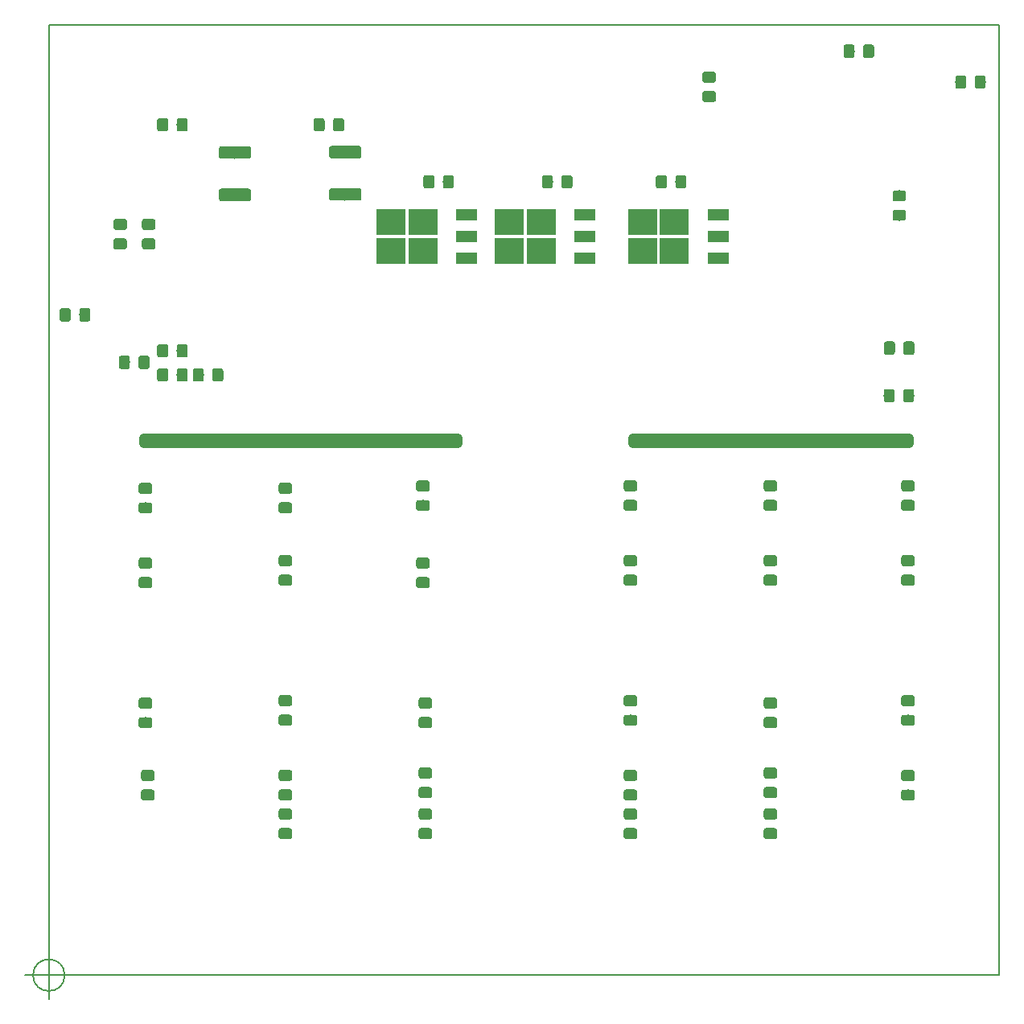
<source format=gbr>
%TF.GenerationSoftware,KiCad,Pcbnew,(5.0.0)*%
%TF.CreationDate,2019-01-15T18:54:47+01:00*%
%TF.ProjectId,KicadEuropower,4B696361644575726F706F7765722E6B,Rev B*%
%TF.SameCoordinates,Original*%
%TF.FileFunction,Paste,Bot*%
%TF.FilePolarity,Positive*%
%FSLAX46Y46*%
G04 Gerber Fmt 4.6, Leading zero omitted, Abs format (unit mm)*
G04 Created by KiCad (PCBNEW (5.0.0)) date 01/15/19 18:54:47*
%MOMM*%
%LPD*%
G01*
G04 APERTURE LIST*
%ADD10C,1.000000*%
%ADD11C,0.150000*%
%ADD12C,0.200000*%
%ADD13C,1.300000*%
%ADD14C,1.150000*%
%ADD15R,2.200000X1.200000*%
%ADD16R,3.050000X2.750000*%
G04 APERTURE END LIST*
D10*
X161500000Y-94000000D02*
X161500000Y-93500000D01*
X161500000Y-93500000D02*
X190500000Y-93500000D01*
X190500000Y-94000000D02*
X161500000Y-94000000D01*
X190500000Y-93500000D02*
X190500000Y-94000000D01*
X110000000Y-94000000D02*
X110000000Y-93500000D01*
X143000000Y-94000000D02*
X110000000Y-94000000D01*
X143000000Y-93500000D02*
X143000000Y-94000000D01*
X110000000Y-93500000D02*
X143000000Y-93500000D01*
D11*
X101666666Y-150000000D02*
G75*
G03X101666666Y-150000000I-1666666J0D01*
G01*
X97500000Y-150000000D02*
X102500000Y-150000000D01*
X100000000Y-147500000D02*
X100000000Y-152500000D01*
D12*
X200000000Y-50000000D02*
X100000000Y-50000000D01*
X200000000Y-150000000D02*
X200000000Y-50000000D01*
X100000000Y-150000000D02*
X200000000Y-150000000D01*
X100000000Y-50000000D02*
X100000000Y-150000000D01*
D11*
G36*
X132674504Y-67176204D02*
X132698773Y-67179804D01*
X132722571Y-67185765D01*
X132745671Y-67194030D01*
X132767849Y-67204520D01*
X132788893Y-67217133D01*
X132808598Y-67231747D01*
X132826777Y-67248223D01*
X132843253Y-67266402D01*
X132857867Y-67286107D01*
X132870480Y-67307151D01*
X132880970Y-67329329D01*
X132889235Y-67352429D01*
X132895196Y-67376227D01*
X132898796Y-67400496D01*
X132900000Y-67425000D01*
X132900000Y-68225000D01*
X132898796Y-68249504D01*
X132895196Y-68273773D01*
X132889235Y-68297571D01*
X132880970Y-68320671D01*
X132870480Y-68342849D01*
X132857867Y-68363893D01*
X132843253Y-68383598D01*
X132826777Y-68401777D01*
X132808598Y-68418253D01*
X132788893Y-68432867D01*
X132767849Y-68445480D01*
X132745671Y-68455970D01*
X132722571Y-68464235D01*
X132698773Y-68470196D01*
X132674504Y-68473796D01*
X132650000Y-68475000D01*
X129750000Y-68475000D01*
X129725496Y-68473796D01*
X129701227Y-68470196D01*
X129677429Y-68464235D01*
X129654329Y-68455970D01*
X129632151Y-68445480D01*
X129611107Y-68432867D01*
X129591402Y-68418253D01*
X129573223Y-68401777D01*
X129556747Y-68383598D01*
X129542133Y-68363893D01*
X129529520Y-68342849D01*
X129519030Y-68320671D01*
X129510765Y-68297571D01*
X129504804Y-68273773D01*
X129501204Y-68249504D01*
X129500000Y-68225000D01*
X129500000Y-67425000D01*
X129501204Y-67400496D01*
X129504804Y-67376227D01*
X129510765Y-67352429D01*
X129519030Y-67329329D01*
X129529520Y-67307151D01*
X129542133Y-67286107D01*
X129556747Y-67266402D01*
X129573223Y-67248223D01*
X129591402Y-67231747D01*
X129611107Y-67217133D01*
X129632151Y-67204520D01*
X129654329Y-67194030D01*
X129677429Y-67185765D01*
X129701227Y-67179804D01*
X129725496Y-67176204D01*
X129750000Y-67175000D01*
X132650000Y-67175000D01*
X132674504Y-67176204D01*
X132674504Y-67176204D01*
G37*
D13*
X131200000Y-67825000D03*
D11*
G36*
X132674504Y-62726204D02*
X132698773Y-62729804D01*
X132722571Y-62735765D01*
X132745671Y-62744030D01*
X132767849Y-62754520D01*
X132788893Y-62767133D01*
X132808598Y-62781747D01*
X132826777Y-62798223D01*
X132843253Y-62816402D01*
X132857867Y-62836107D01*
X132870480Y-62857151D01*
X132880970Y-62879329D01*
X132889235Y-62902429D01*
X132895196Y-62926227D01*
X132898796Y-62950496D01*
X132900000Y-62975000D01*
X132900000Y-63775000D01*
X132898796Y-63799504D01*
X132895196Y-63823773D01*
X132889235Y-63847571D01*
X132880970Y-63870671D01*
X132870480Y-63892849D01*
X132857867Y-63913893D01*
X132843253Y-63933598D01*
X132826777Y-63951777D01*
X132808598Y-63968253D01*
X132788893Y-63982867D01*
X132767849Y-63995480D01*
X132745671Y-64005970D01*
X132722571Y-64014235D01*
X132698773Y-64020196D01*
X132674504Y-64023796D01*
X132650000Y-64025000D01*
X129750000Y-64025000D01*
X129725496Y-64023796D01*
X129701227Y-64020196D01*
X129677429Y-64014235D01*
X129654329Y-64005970D01*
X129632151Y-63995480D01*
X129611107Y-63982867D01*
X129591402Y-63968253D01*
X129573223Y-63951777D01*
X129556747Y-63933598D01*
X129542133Y-63913893D01*
X129529520Y-63892849D01*
X129519030Y-63870671D01*
X129510765Y-63847571D01*
X129504804Y-63823773D01*
X129501204Y-63799504D01*
X129500000Y-63775000D01*
X129500000Y-62975000D01*
X129501204Y-62950496D01*
X129504804Y-62926227D01*
X129510765Y-62902429D01*
X129519030Y-62879329D01*
X129529520Y-62857151D01*
X129542133Y-62836107D01*
X129556747Y-62816402D01*
X129573223Y-62798223D01*
X129591402Y-62781747D01*
X129611107Y-62767133D01*
X129632151Y-62754520D01*
X129654329Y-62744030D01*
X129677429Y-62735765D01*
X129701227Y-62729804D01*
X129725496Y-62726204D01*
X129750000Y-62725000D01*
X132650000Y-62725000D01*
X132674504Y-62726204D01*
X132674504Y-62726204D01*
G37*
D13*
X131200000Y-63375000D03*
D11*
G36*
X154874505Y-65801204D02*
X154898773Y-65804804D01*
X154922572Y-65810765D01*
X154945671Y-65819030D01*
X154967850Y-65829520D01*
X154988893Y-65842132D01*
X155008599Y-65856747D01*
X155026777Y-65873223D01*
X155043253Y-65891401D01*
X155057868Y-65911107D01*
X155070480Y-65932150D01*
X155080970Y-65954329D01*
X155089235Y-65977428D01*
X155095196Y-66001227D01*
X155098796Y-66025495D01*
X155100000Y-66049999D01*
X155100000Y-66950001D01*
X155098796Y-66974505D01*
X155095196Y-66998773D01*
X155089235Y-67022572D01*
X155080970Y-67045671D01*
X155070480Y-67067850D01*
X155057868Y-67088893D01*
X155043253Y-67108599D01*
X155026777Y-67126777D01*
X155008599Y-67143253D01*
X154988893Y-67157868D01*
X154967850Y-67170480D01*
X154945671Y-67180970D01*
X154922572Y-67189235D01*
X154898773Y-67195196D01*
X154874505Y-67198796D01*
X154850001Y-67200000D01*
X154199999Y-67200000D01*
X154175495Y-67198796D01*
X154151227Y-67195196D01*
X154127428Y-67189235D01*
X154104329Y-67180970D01*
X154082150Y-67170480D01*
X154061107Y-67157868D01*
X154041401Y-67143253D01*
X154023223Y-67126777D01*
X154006747Y-67108599D01*
X153992132Y-67088893D01*
X153979520Y-67067850D01*
X153969030Y-67045671D01*
X153960765Y-67022572D01*
X153954804Y-66998773D01*
X153951204Y-66974505D01*
X153950000Y-66950001D01*
X153950000Y-66049999D01*
X153951204Y-66025495D01*
X153954804Y-66001227D01*
X153960765Y-65977428D01*
X153969030Y-65954329D01*
X153979520Y-65932150D01*
X153992132Y-65911107D01*
X154006747Y-65891401D01*
X154023223Y-65873223D01*
X154041401Y-65856747D01*
X154061107Y-65842132D01*
X154082150Y-65829520D01*
X154104329Y-65819030D01*
X154127428Y-65810765D01*
X154151227Y-65804804D01*
X154175495Y-65801204D01*
X154199999Y-65800000D01*
X154850001Y-65800000D01*
X154874505Y-65801204D01*
X154874505Y-65801204D01*
G37*
D14*
X154525000Y-66500000D03*
D11*
G36*
X152824505Y-65801204D02*
X152848773Y-65804804D01*
X152872572Y-65810765D01*
X152895671Y-65819030D01*
X152917850Y-65829520D01*
X152938893Y-65842132D01*
X152958599Y-65856747D01*
X152976777Y-65873223D01*
X152993253Y-65891401D01*
X153007868Y-65911107D01*
X153020480Y-65932150D01*
X153030970Y-65954329D01*
X153039235Y-65977428D01*
X153045196Y-66001227D01*
X153048796Y-66025495D01*
X153050000Y-66049999D01*
X153050000Y-66950001D01*
X153048796Y-66974505D01*
X153045196Y-66998773D01*
X153039235Y-67022572D01*
X153030970Y-67045671D01*
X153020480Y-67067850D01*
X153007868Y-67088893D01*
X152993253Y-67108599D01*
X152976777Y-67126777D01*
X152958599Y-67143253D01*
X152938893Y-67157868D01*
X152917850Y-67170480D01*
X152895671Y-67180970D01*
X152872572Y-67189235D01*
X152848773Y-67195196D01*
X152824505Y-67198796D01*
X152800001Y-67200000D01*
X152149999Y-67200000D01*
X152125495Y-67198796D01*
X152101227Y-67195196D01*
X152077428Y-67189235D01*
X152054329Y-67180970D01*
X152032150Y-67170480D01*
X152011107Y-67157868D01*
X151991401Y-67143253D01*
X151973223Y-67126777D01*
X151956747Y-67108599D01*
X151942132Y-67088893D01*
X151929520Y-67067850D01*
X151919030Y-67045671D01*
X151910765Y-67022572D01*
X151904804Y-66998773D01*
X151901204Y-66974505D01*
X151900000Y-66950001D01*
X151900000Y-66049999D01*
X151901204Y-66025495D01*
X151904804Y-66001227D01*
X151910765Y-65977428D01*
X151919030Y-65954329D01*
X151929520Y-65932150D01*
X151942132Y-65911107D01*
X151956747Y-65891401D01*
X151973223Y-65873223D01*
X151991401Y-65856747D01*
X152011107Y-65842132D01*
X152032150Y-65829520D01*
X152054329Y-65819030D01*
X152077428Y-65810765D01*
X152101227Y-65804804D01*
X152125495Y-65801204D01*
X152149999Y-65800000D01*
X152800001Y-65800000D01*
X152824505Y-65801204D01*
X152824505Y-65801204D01*
G37*
D14*
X152475000Y-66500000D03*
D11*
G36*
X166874505Y-65801204D02*
X166898773Y-65804804D01*
X166922572Y-65810765D01*
X166945671Y-65819030D01*
X166967850Y-65829520D01*
X166988893Y-65842132D01*
X167008599Y-65856747D01*
X167026777Y-65873223D01*
X167043253Y-65891401D01*
X167057868Y-65911107D01*
X167070480Y-65932150D01*
X167080970Y-65954329D01*
X167089235Y-65977428D01*
X167095196Y-66001227D01*
X167098796Y-66025495D01*
X167100000Y-66049999D01*
X167100000Y-66950001D01*
X167098796Y-66974505D01*
X167095196Y-66998773D01*
X167089235Y-67022572D01*
X167080970Y-67045671D01*
X167070480Y-67067850D01*
X167057868Y-67088893D01*
X167043253Y-67108599D01*
X167026777Y-67126777D01*
X167008599Y-67143253D01*
X166988893Y-67157868D01*
X166967850Y-67170480D01*
X166945671Y-67180970D01*
X166922572Y-67189235D01*
X166898773Y-67195196D01*
X166874505Y-67198796D01*
X166850001Y-67200000D01*
X166199999Y-67200000D01*
X166175495Y-67198796D01*
X166151227Y-67195196D01*
X166127428Y-67189235D01*
X166104329Y-67180970D01*
X166082150Y-67170480D01*
X166061107Y-67157868D01*
X166041401Y-67143253D01*
X166023223Y-67126777D01*
X166006747Y-67108599D01*
X165992132Y-67088893D01*
X165979520Y-67067850D01*
X165969030Y-67045671D01*
X165960765Y-67022572D01*
X165954804Y-66998773D01*
X165951204Y-66974505D01*
X165950000Y-66950001D01*
X165950000Y-66049999D01*
X165951204Y-66025495D01*
X165954804Y-66001227D01*
X165960765Y-65977428D01*
X165969030Y-65954329D01*
X165979520Y-65932150D01*
X165992132Y-65911107D01*
X166006747Y-65891401D01*
X166023223Y-65873223D01*
X166041401Y-65856747D01*
X166061107Y-65842132D01*
X166082150Y-65829520D01*
X166104329Y-65819030D01*
X166127428Y-65810765D01*
X166151227Y-65804804D01*
X166175495Y-65801204D01*
X166199999Y-65800000D01*
X166850001Y-65800000D01*
X166874505Y-65801204D01*
X166874505Y-65801204D01*
G37*
D14*
X166525000Y-66500000D03*
D11*
G36*
X164824505Y-65801204D02*
X164848773Y-65804804D01*
X164872572Y-65810765D01*
X164895671Y-65819030D01*
X164917850Y-65829520D01*
X164938893Y-65842132D01*
X164958599Y-65856747D01*
X164976777Y-65873223D01*
X164993253Y-65891401D01*
X165007868Y-65911107D01*
X165020480Y-65932150D01*
X165030970Y-65954329D01*
X165039235Y-65977428D01*
X165045196Y-66001227D01*
X165048796Y-66025495D01*
X165050000Y-66049999D01*
X165050000Y-66950001D01*
X165048796Y-66974505D01*
X165045196Y-66998773D01*
X165039235Y-67022572D01*
X165030970Y-67045671D01*
X165020480Y-67067850D01*
X165007868Y-67088893D01*
X164993253Y-67108599D01*
X164976777Y-67126777D01*
X164958599Y-67143253D01*
X164938893Y-67157868D01*
X164917850Y-67170480D01*
X164895671Y-67180970D01*
X164872572Y-67189235D01*
X164848773Y-67195196D01*
X164824505Y-67198796D01*
X164800001Y-67200000D01*
X164149999Y-67200000D01*
X164125495Y-67198796D01*
X164101227Y-67195196D01*
X164077428Y-67189235D01*
X164054329Y-67180970D01*
X164032150Y-67170480D01*
X164011107Y-67157868D01*
X163991401Y-67143253D01*
X163973223Y-67126777D01*
X163956747Y-67108599D01*
X163942132Y-67088893D01*
X163929520Y-67067850D01*
X163919030Y-67045671D01*
X163910765Y-67022572D01*
X163904804Y-66998773D01*
X163901204Y-66974505D01*
X163900000Y-66950001D01*
X163900000Y-66049999D01*
X163901204Y-66025495D01*
X163904804Y-66001227D01*
X163910765Y-65977428D01*
X163919030Y-65954329D01*
X163929520Y-65932150D01*
X163942132Y-65911107D01*
X163956747Y-65891401D01*
X163973223Y-65873223D01*
X163991401Y-65856747D01*
X164011107Y-65842132D01*
X164032150Y-65829520D01*
X164054329Y-65819030D01*
X164077428Y-65810765D01*
X164101227Y-65804804D01*
X164125495Y-65801204D01*
X164149999Y-65800000D01*
X164800001Y-65800000D01*
X164824505Y-65801204D01*
X164824505Y-65801204D01*
G37*
D14*
X164475000Y-66500000D03*
D11*
G36*
X142399505Y-65801204D02*
X142423773Y-65804804D01*
X142447572Y-65810765D01*
X142470671Y-65819030D01*
X142492850Y-65829520D01*
X142513893Y-65842132D01*
X142533599Y-65856747D01*
X142551777Y-65873223D01*
X142568253Y-65891401D01*
X142582868Y-65911107D01*
X142595480Y-65932150D01*
X142605970Y-65954329D01*
X142614235Y-65977428D01*
X142620196Y-66001227D01*
X142623796Y-66025495D01*
X142625000Y-66049999D01*
X142625000Y-66950001D01*
X142623796Y-66974505D01*
X142620196Y-66998773D01*
X142614235Y-67022572D01*
X142605970Y-67045671D01*
X142595480Y-67067850D01*
X142582868Y-67088893D01*
X142568253Y-67108599D01*
X142551777Y-67126777D01*
X142533599Y-67143253D01*
X142513893Y-67157868D01*
X142492850Y-67170480D01*
X142470671Y-67180970D01*
X142447572Y-67189235D01*
X142423773Y-67195196D01*
X142399505Y-67198796D01*
X142375001Y-67200000D01*
X141724999Y-67200000D01*
X141700495Y-67198796D01*
X141676227Y-67195196D01*
X141652428Y-67189235D01*
X141629329Y-67180970D01*
X141607150Y-67170480D01*
X141586107Y-67157868D01*
X141566401Y-67143253D01*
X141548223Y-67126777D01*
X141531747Y-67108599D01*
X141517132Y-67088893D01*
X141504520Y-67067850D01*
X141494030Y-67045671D01*
X141485765Y-67022572D01*
X141479804Y-66998773D01*
X141476204Y-66974505D01*
X141475000Y-66950001D01*
X141475000Y-66049999D01*
X141476204Y-66025495D01*
X141479804Y-66001227D01*
X141485765Y-65977428D01*
X141494030Y-65954329D01*
X141504520Y-65932150D01*
X141517132Y-65911107D01*
X141531747Y-65891401D01*
X141548223Y-65873223D01*
X141566401Y-65856747D01*
X141586107Y-65842132D01*
X141607150Y-65829520D01*
X141629329Y-65819030D01*
X141652428Y-65810765D01*
X141676227Y-65804804D01*
X141700495Y-65801204D01*
X141724999Y-65800000D01*
X142375001Y-65800000D01*
X142399505Y-65801204D01*
X142399505Y-65801204D01*
G37*
D14*
X142050000Y-66500000D03*
D11*
G36*
X140349505Y-65801204D02*
X140373773Y-65804804D01*
X140397572Y-65810765D01*
X140420671Y-65819030D01*
X140442850Y-65829520D01*
X140463893Y-65842132D01*
X140483599Y-65856747D01*
X140501777Y-65873223D01*
X140518253Y-65891401D01*
X140532868Y-65911107D01*
X140545480Y-65932150D01*
X140555970Y-65954329D01*
X140564235Y-65977428D01*
X140570196Y-66001227D01*
X140573796Y-66025495D01*
X140575000Y-66049999D01*
X140575000Y-66950001D01*
X140573796Y-66974505D01*
X140570196Y-66998773D01*
X140564235Y-67022572D01*
X140555970Y-67045671D01*
X140545480Y-67067850D01*
X140532868Y-67088893D01*
X140518253Y-67108599D01*
X140501777Y-67126777D01*
X140483599Y-67143253D01*
X140463893Y-67157868D01*
X140442850Y-67170480D01*
X140420671Y-67180970D01*
X140397572Y-67189235D01*
X140373773Y-67195196D01*
X140349505Y-67198796D01*
X140325001Y-67200000D01*
X139674999Y-67200000D01*
X139650495Y-67198796D01*
X139626227Y-67195196D01*
X139602428Y-67189235D01*
X139579329Y-67180970D01*
X139557150Y-67170480D01*
X139536107Y-67157868D01*
X139516401Y-67143253D01*
X139498223Y-67126777D01*
X139481747Y-67108599D01*
X139467132Y-67088893D01*
X139454520Y-67067850D01*
X139444030Y-67045671D01*
X139435765Y-67022572D01*
X139429804Y-66998773D01*
X139426204Y-66974505D01*
X139425000Y-66950001D01*
X139425000Y-66049999D01*
X139426204Y-66025495D01*
X139429804Y-66001227D01*
X139435765Y-65977428D01*
X139444030Y-65954329D01*
X139454520Y-65932150D01*
X139467132Y-65911107D01*
X139481747Y-65891401D01*
X139498223Y-65873223D01*
X139516401Y-65856747D01*
X139536107Y-65842132D01*
X139557150Y-65829520D01*
X139579329Y-65819030D01*
X139602428Y-65810765D01*
X139626227Y-65804804D01*
X139650495Y-65801204D01*
X139674999Y-65800000D01*
X140325001Y-65800000D01*
X140349505Y-65801204D01*
X140349505Y-65801204D01*
G37*
D14*
X140000000Y-66500000D03*
D11*
G36*
X125366505Y-122587204D02*
X125390773Y-122590804D01*
X125414572Y-122596765D01*
X125437671Y-122605030D01*
X125459850Y-122615520D01*
X125480893Y-122628132D01*
X125500599Y-122642747D01*
X125518777Y-122659223D01*
X125535253Y-122677401D01*
X125549868Y-122697107D01*
X125562480Y-122718150D01*
X125572970Y-122740329D01*
X125581235Y-122763428D01*
X125587196Y-122787227D01*
X125590796Y-122811495D01*
X125592000Y-122835999D01*
X125592000Y-123486001D01*
X125590796Y-123510505D01*
X125587196Y-123534773D01*
X125581235Y-123558572D01*
X125572970Y-123581671D01*
X125562480Y-123603850D01*
X125549868Y-123624893D01*
X125535253Y-123644599D01*
X125518777Y-123662777D01*
X125500599Y-123679253D01*
X125480893Y-123693868D01*
X125459850Y-123706480D01*
X125437671Y-123716970D01*
X125414572Y-123725235D01*
X125390773Y-123731196D01*
X125366505Y-123734796D01*
X125342001Y-123736000D01*
X124441999Y-123736000D01*
X124417495Y-123734796D01*
X124393227Y-123731196D01*
X124369428Y-123725235D01*
X124346329Y-123716970D01*
X124324150Y-123706480D01*
X124303107Y-123693868D01*
X124283401Y-123679253D01*
X124265223Y-123662777D01*
X124248747Y-123644599D01*
X124234132Y-123624893D01*
X124221520Y-123603850D01*
X124211030Y-123581671D01*
X124202765Y-123558572D01*
X124196804Y-123534773D01*
X124193204Y-123510505D01*
X124192000Y-123486001D01*
X124192000Y-122835999D01*
X124193204Y-122811495D01*
X124196804Y-122787227D01*
X124202765Y-122763428D01*
X124211030Y-122740329D01*
X124221520Y-122718150D01*
X124234132Y-122697107D01*
X124248747Y-122677401D01*
X124265223Y-122659223D01*
X124283401Y-122642747D01*
X124303107Y-122628132D01*
X124324150Y-122615520D01*
X124346329Y-122605030D01*
X124369428Y-122596765D01*
X124393227Y-122590804D01*
X124417495Y-122587204D01*
X124441999Y-122586000D01*
X125342001Y-122586000D01*
X125366505Y-122587204D01*
X125366505Y-122587204D01*
G37*
D14*
X124892000Y-123161000D03*
D11*
G36*
X125366505Y-120537204D02*
X125390773Y-120540804D01*
X125414572Y-120546765D01*
X125437671Y-120555030D01*
X125459850Y-120565520D01*
X125480893Y-120578132D01*
X125500599Y-120592747D01*
X125518777Y-120609223D01*
X125535253Y-120627401D01*
X125549868Y-120647107D01*
X125562480Y-120668150D01*
X125572970Y-120690329D01*
X125581235Y-120713428D01*
X125587196Y-120737227D01*
X125590796Y-120761495D01*
X125592000Y-120785999D01*
X125592000Y-121436001D01*
X125590796Y-121460505D01*
X125587196Y-121484773D01*
X125581235Y-121508572D01*
X125572970Y-121531671D01*
X125562480Y-121553850D01*
X125549868Y-121574893D01*
X125535253Y-121594599D01*
X125518777Y-121612777D01*
X125500599Y-121629253D01*
X125480893Y-121643868D01*
X125459850Y-121656480D01*
X125437671Y-121666970D01*
X125414572Y-121675235D01*
X125390773Y-121681196D01*
X125366505Y-121684796D01*
X125342001Y-121686000D01*
X124441999Y-121686000D01*
X124417495Y-121684796D01*
X124393227Y-121681196D01*
X124369428Y-121675235D01*
X124346329Y-121666970D01*
X124324150Y-121656480D01*
X124303107Y-121643868D01*
X124283401Y-121629253D01*
X124265223Y-121612777D01*
X124248747Y-121594599D01*
X124234132Y-121574893D01*
X124221520Y-121553850D01*
X124211030Y-121531671D01*
X124202765Y-121508572D01*
X124196804Y-121484773D01*
X124193204Y-121460505D01*
X124192000Y-121436001D01*
X124192000Y-120785999D01*
X124193204Y-120761495D01*
X124196804Y-120737227D01*
X124202765Y-120713428D01*
X124211030Y-120690329D01*
X124221520Y-120668150D01*
X124234132Y-120647107D01*
X124248747Y-120627401D01*
X124265223Y-120609223D01*
X124283401Y-120592747D01*
X124303107Y-120578132D01*
X124324150Y-120565520D01*
X124346329Y-120555030D01*
X124369428Y-120546765D01*
X124393227Y-120540804D01*
X124417495Y-120537204D01*
X124441999Y-120536000D01*
X125342001Y-120536000D01*
X125366505Y-120537204D01*
X125366505Y-120537204D01*
G37*
D14*
X124892000Y-121111000D03*
D11*
G36*
X176420505Y-122841204D02*
X176444773Y-122844804D01*
X176468572Y-122850765D01*
X176491671Y-122859030D01*
X176513850Y-122869520D01*
X176534893Y-122882132D01*
X176554599Y-122896747D01*
X176572777Y-122913223D01*
X176589253Y-122931401D01*
X176603868Y-122951107D01*
X176616480Y-122972150D01*
X176626970Y-122994329D01*
X176635235Y-123017428D01*
X176641196Y-123041227D01*
X176644796Y-123065495D01*
X176646000Y-123089999D01*
X176646000Y-123740001D01*
X176644796Y-123764505D01*
X176641196Y-123788773D01*
X176635235Y-123812572D01*
X176626970Y-123835671D01*
X176616480Y-123857850D01*
X176603868Y-123878893D01*
X176589253Y-123898599D01*
X176572777Y-123916777D01*
X176554599Y-123933253D01*
X176534893Y-123947868D01*
X176513850Y-123960480D01*
X176491671Y-123970970D01*
X176468572Y-123979235D01*
X176444773Y-123985196D01*
X176420505Y-123988796D01*
X176396001Y-123990000D01*
X175495999Y-123990000D01*
X175471495Y-123988796D01*
X175447227Y-123985196D01*
X175423428Y-123979235D01*
X175400329Y-123970970D01*
X175378150Y-123960480D01*
X175357107Y-123947868D01*
X175337401Y-123933253D01*
X175319223Y-123916777D01*
X175302747Y-123898599D01*
X175288132Y-123878893D01*
X175275520Y-123857850D01*
X175265030Y-123835671D01*
X175256765Y-123812572D01*
X175250804Y-123788773D01*
X175247204Y-123764505D01*
X175246000Y-123740001D01*
X175246000Y-123089999D01*
X175247204Y-123065495D01*
X175250804Y-123041227D01*
X175256765Y-123017428D01*
X175265030Y-122994329D01*
X175275520Y-122972150D01*
X175288132Y-122951107D01*
X175302747Y-122931401D01*
X175319223Y-122913223D01*
X175337401Y-122896747D01*
X175357107Y-122882132D01*
X175378150Y-122869520D01*
X175400329Y-122859030D01*
X175423428Y-122850765D01*
X175447227Y-122844804D01*
X175471495Y-122841204D01*
X175495999Y-122840000D01*
X176396001Y-122840000D01*
X176420505Y-122841204D01*
X176420505Y-122841204D01*
G37*
D14*
X175946000Y-123415000D03*
D11*
G36*
X176420505Y-120791204D02*
X176444773Y-120794804D01*
X176468572Y-120800765D01*
X176491671Y-120809030D01*
X176513850Y-120819520D01*
X176534893Y-120832132D01*
X176554599Y-120846747D01*
X176572777Y-120863223D01*
X176589253Y-120881401D01*
X176603868Y-120901107D01*
X176616480Y-120922150D01*
X176626970Y-120944329D01*
X176635235Y-120967428D01*
X176641196Y-120991227D01*
X176644796Y-121015495D01*
X176646000Y-121039999D01*
X176646000Y-121690001D01*
X176644796Y-121714505D01*
X176641196Y-121738773D01*
X176635235Y-121762572D01*
X176626970Y-121785671D01*
X176616480Y-121807850D01*
X176603868Y-121828893D01*
X176589253Y-121848599D01*
X176572777Y-121866777D01*
X176554599Y-121883253D01*
X176534893Y-121897868D01*
X176513850Y-121910480D01*
X176491671Y-121920970D01*
X176468572Y-121929235D01*
X176444773Y-121935196D01*
X176420505Y-121938796D01*
X176396001Y-121940000D01*
X175495999Y-121940000D01*
X175471495Y-121938796D01*
X175447227Y-121935196D01*
X175423428Y-121929235D01*
X175400329Y-121920970D01*
X175378150Y-121910480D01*
X175357107Y-121897868D01*
X175337401Y-121883253D01*
X175319223Y-121866777D01*
X175302747Y-121848599D01*
X175288132Y-121828893D01*
X175275520Y-121807850D01*
X175265030Y-121785671D01*
X175256765Y-121762572D01*
X175250804Y-121738773D01*
X175247204Y-121714505D01*
X175246000Y-121690001D01*
X175246000Y-121039999D01*
X175247204Y-121015495D01*
X175250804Y-120991227D01*
X175256765Y-120967428D01*
X175265030Y-120944329D01*
X175275520Y-120922150D01*
X175288132Y-120901107D01*
X175302747Y-120881401D01*
X175319223Y-120863223D01*
X175337401Y-120846747D01*
X175357107Y-120832132D01*
X175378150Y-120819520D01*
X175400329Y-120809030D01*
X175423428Y-120800765D01*
X175447227Y-120794804D01*
X175471495Y-120791204D01*
X175495999Y-120790000D01*
X176396001Y-120790000D01*
X176420505Y-120791204D01*
X176420505Y-120791204D01*
G37*
D14*
X175946000Y-121365000D03*
D11*
G36*
X176420505Y-99981204D02*
X176444773Y-99984804D01*
X176468572Y-99990765D01*
X176491671Y-99999030D01*
X176513850Y-100009520D01*
X176534893Y-100022132D01*
X176554599Y-100036747D01*
X176572777Y-100053223D01*
X176589253Y-100071401D01*
X176603868Y-100091107D01*
X176616480Y-100112150D01*
X176626970Y-100134329D01*
X176635235Y-100157428D01*
X176641196Y-100181227D01*
X176644796Y-100205495D01*
X176646000Y-100229999D01*
X176646000Y-100880001D01*
X176644796Y-100904505D01*
X176641196Y-100928773D01*
X176635235Y-100952572D01*
X176626970Y-100975671D01*
X176616480Y-100997850D01*
X176603868Y-101018893D01*
X176589253Y-101038599D01*
X176572777Y-101056777D01*
X176554599Y-101073253D01*
X176534893Y-101087868D01*
X176513850Y-101100480D01*
X176491671Y-101110970D01*
X176468572Y-101119235D01*
X176444773Y-101125196D01*
X176420505Y-101128796D01*
X176396001Y-101130000D01*
X175495999Y-101130000D01*
X175471495Y-101128796D01*
X175447227Y-101125196D01*
X175423428Y-101119235D01*
X175400329Y-101110970D01*
X175378150Y-101100480D01*
X175357107Y-101087868D01*
X175337401Y-101073253D01*
X175319223Y-101056777D01*
X175302747Y-101038599D01*
X175288132Y-101018893D01*
X175275520Y-100997850D01*
X175265030Y-100975671D01*
X175256765Y-100952572D01*
X175250804Y-100928773D01*
X175247204Y-100904505D01*
X175246000Y-100880001D01*
X175246000Y-100229999D01*
X175247204Y-100205495D01*
X175250804Y-100181227D01*
X175256765Y-100157428D01*
X175265030Y-100134329D01*
X175275520Y-100112150D01*
X175288132Y-100091107D01*
X175302747Y-100071401D01*
X175319223Y-100053223D01*
X175337401Y-100036747D01*
X175357107Y-100022132D01*
X175378150Y-100009520D01*
X175400329Y-99999030D01*
X175423428Y-99990765D01*
X175447227Y-99984804D01*
X175471495Y-99981204D01*
X175495999Y-99980000D01*
X176396001Y-99980000D01*
X176420505Y-99981204D01*
X176420505Y-99981204D01*
G37*
D14*
X175946000Y-100555000D03*
D11*
G36*
X176420505Y-97931204D02*
X176444773Y-97934804D01*
X176468572Y-97940765D01*
X176491671Y-97949030D01*
X176513850Y-97959520D01*
X176534893Y-97972132D01*
X176554599Y-97986747D01*
X176572777Y-98003223D01*
X176589253Y-98021401D01*
X176603868Y-98041107D01*
X176616480Y-98062150D01*
X176626970Y-98084329D01*
X176635235Y-98107428D01*
X176641196Y-98131227D01*
X176644796Y-98155495D01*
X176646000Y-98179999D01*
X176646000Y-98830001D01*
X176644796Y-98854505D01*
X176641196Y-98878773D01*
X176635235Y-98902572D01*
X176626970Y-98925671D01*
X176616480Y-98947850D01*
X176603868Y-98968893D01*
X176589253Y-98988599D01*
X176572777Y-99006777D01*
X176554599Y-99023253D01*
X176534893Y-99037868D01*
X176513850Y-99050480D01*
X176491671Y-99060970D01*
X176468572Y-99069235D01*
X176444773Y-99075196D01*
X176420505Y-99078796D01*
X176396001Y-99080000D01*
X175495999Y-99080000D01*
X175471495Y-99078796D01*
X175447227Y-99075196D01*
X175423428Y-99069235D01*
X175400329Y-99060970D01*
X175378150Y-99050480D01*
X175357107Y-99037868D01*
X175337401Y-99023253D01*
X175319223Y-99006777D01*
X175302747Y-98988599D01*
X175288132Y-98968893D01*
X175275520Y-98947850D01*
X175265030Y-98925671D01*
X175256765Y-98902572D01*
X175250804Y-98878773D01*
X175247204Y-98854505D01*
X175246000Y-98830001D01*
X175246000Y-98179999D01*
X175247204Y-98155495D01*
X175250804Y-98131227D01*
X175256765Y-98107428D01*
X175265030Y-98084329D01*
X175275520Y-98062150D01*
X175288132Y-98041107D01*
X175302747Y-98021401D01*
X175319223Y-98003223D01*
X175337401Y-97986747D01*
X175357107Y-97972132D01*
X175378150Y-97959520D01*
X175400329Y-97949030D01*
X175423428Y-97940765D01*
X175447227Y-97934804D01*
X175471495Y-97931204D01*
X175495999Y-97930000D01*
X176396001Y-97930000D01*
X176420505Y-97931204D01*
X176420505Y-97931204D01*
G37*
D14*
X175946000Y-98505000D03*
D11*
G36*
X161688505Y-99981204D02*
X161712773Y-99984804D01*
X161736572Y-99990765D01*
X161759671Y-99999030D01*
X161781850Y-100009520D01*
X161802893Y-100022132D01*
X161822599Y-100036747D01*
X161840777Y-100053223D01*
X161857253Y-100071401D01*
X161871868Y-100091107D01*
X161884480Y-100112150D01*
X161894970Y-100134329D01*
X161903235Y-100157428D01*
X161909196Y-100181227D01*
X161912796Y-100205495D01*
X161914000Y-100229999D01*
X161914000Y-100880001D01*
X161912796Y-100904505D01*
X161909196Y-100928773D01*
X161903235Y-100952572D01*
X161894970Y-100975671D01*
X161884480Y-100997850D01*
X161871868Y-101018893D01*
X161857253Y-101038599D01*
X161840777Y-101056777D01*
X161822599Y-101073253D01*
X161802893Y-101087868D01*
X161781850Y-101100480D01*
X161759671Y-101110970D01*
X161736572Y-101119235D01*
X161712773Y-101125196D01*
X161688505Y-101128796D01*
X161664001Y-101130000D01*
X160763999Y-101130000D01*
X160739495Y-101128796D01*
X160715227Y-101125196D01*
X160691428Y-101119235D01*
X160668329Y-101110970D01*
X160646150Y-101100480D01*
X160625107Y-101087868D01*
X160605401Y-101073253D01*
X160587223Y-101056777D01*
X160570747Y-101038599D01*
X160556132Y-101018893D01*
X160543520Y-100997850D01*
X160533030Y-100975671D01*
X160524765Y-100952572D01*
X160518804Y-100928773D01*
X160515204Y-100904505D01*
X160514000Y-100880001D01*
X160514000Y-100229999D01*
X160515204Y-100205495D01*
X160518804Y-100181227D01*
X160524765Y-100157428D01*
X160533030Y-100134329D01*
X160543520Y-100112150D01*
X160556132Y-100091107D01*
X160570747Y-100071401D01*
X160587223Y-100053223D01*
X160605401Y-100036747D01*
X160625107Y-100022132D01*
X160646150Y-100009520D01*
X160668329Y-99999030D01*
X160691428Y-99990765D01*
X160715227Y-99984804D01*
X160739495Y-99981204D01*
X160763999Y-99980000D01*
X161664001Y-99980000D01*
X161688505Y-99981204D01*
X161688505Y-99981204D01*
G37*
D14*
X161214000Y-100555000D03*
D11*
G36*
X161688505Y-97931204D02*
X161712773Y-97934804D01*
X161736572Y-97940765D01*
X161759671Y-97949030D01*
X161781850Y-97959520D01*
X161802893Y-97972132D01*
X161822599Y-97986747D01*
X161840777Y-98003223D01*
X161857253Y-98021401D01*
X161871868Y-98041107D01*
X161884480Y-98062150D01*
X161894970Y-98084329D01*
X161903235Y-98107428D01*
X161909196Y-98131227D01*
X161912796Y-98155495D01*
X161914000Y-98179999D01*
X161914000Y-98830001D01*
X161912796Y-98854505D01*
X161909196Y-98878773D01*
X161903235Y-98902572D01*
X161894970Y-98925671D01*
X161884480Y-98947850D01*
X161871868Y-98968893D01*
X161857253Y-98988599D01*
X161840777Y-99006777D01*
X161822599Y-99023253D01*
X161802893Y-99037868D01*
X161781850Y-99050480D01*
X161759671Y-99060970D01*
X161736572Y-99069235D01*
X161712773Y-99075196D01*
X161688505Y-99078796D01*
X161664001Y-99080000D01*
X160763999Y-99080000D01*
X160739495Y-99078796D01*
X160715227Y-99075196D01*
X160691428Y-99069235D01*
X160668329Y-99060970D01*
X160646150Y-99050480D01*
X160625107Y-99037868D01*
X160605401Y-99023253D01*
X160587223Y-99006777D01*
X160570747Y-98988599D01*
X160556132Y-98968893D01*
X160543520Y-98947850D01*
X160533030Y-98925671D01*
X160524765Y-98902572D01*
X160518804Y-98878773D01*
X160515204Y-98854505D01*
X160514000Y-98830001D01*
X160514000Y-98179999D01*
X160515204Y-98155495D01*
X160518804Y-98131227D01*
X160524765Y-98107428D01*
X160533030Y-98084329D01*
X160543520Y-98062150D01*
X160556132Y-98041107D01*
X160570747Y-98021401D01*
X160587223Y-98003223D01*
X160605401Y-97986747D01*
X160625107Y-97972132D01*
X160646150Y-97959520D01*
X160668329Y-97949030D01*
X160691428Y-97940765D01*
X160715227Y-97934804D01*
X160739495Y-97931204D01*
X160763999Y-97930000D01*
X161664001Y-97930000D01*
X161688505Y-97931204D01*
X161688505Y-97931204D01*
G37*
D14*
X161214000Y-98505000D03*
D11*
G36*
X190898505Y-99981204D02*
X190922773Y-99984804D01*
X190946572Y-99990765D01*
X190969671Y-99999030D01*
X190991850Y-100009520D01*
X191012893Y-100022132D01*
X191032599Y-100036747D01*
X191050777Y-100053223D01*
X191067253Y-100071401D01*
X191081868Y-100091107D01*
X191094480Y-100112150D01*
X191104970Y-100134329D01*
X191113235Y-100157428D01*
X191119196Y-100181227D01*
X191122796Y-100205495D01*
X191124000Y-100229999D01*
X191124000Y-100880001D01*
X191122796Y-100904505D01*
X191119196Y-100928773D01*
X191113235Y-100952572D01*
X191104970Y-100975671D01*
X191094480Y-100997850D01*
X191081868Y-101018893D01*
X191067253Y-101038599D01*
X191050777Y-101056777D01*
X191032599Y-101073253D01*
X191012893Y-101087868D01*
X190991850Y-101100480D01*
X190969671Y-101110970D01*
X190946572Y-101119235D01*
X190922773Y-101125196D01*
X190898505Y-101128796D01*
X190874001Y-101130000D01*
X189973999Y-101130000D01*
X189949495Y-101128796D01*
X189925227Y-101125196D01*
X189901428Y-101119235D01*
X189878329Y-101110970D01*
X189856150Y-101100480D01*
X189835107Y-101087868D01*
X189815401Y-101073253D01*
X189797223Y-101056777D01*
X189780747Y-101038599D01*
X189766132Y-101018893D01*
X189753520Y-100997850D01*
X189743030Y-100975671D01*
X189734765Y-100952572D01*
X189728804Y-100928773D01*
X189725204Y-100904505D01*
X189724000Y-100880001D01*
X189724000Y-100229999D01*
X189725204Y-100205495D01*
X189728804Y-100181227D01*
X189734765Y-100157428D01*
X189743030Y-100134329D01*
X189753520Y-100112150D01*
X189766132Y-100091107D01*
X189780747Y-100071401D01*
X189797223Y-100053223D01*
X189815401Y-100036747D01*
X189835107Y-100022132D01*
X189856150Y-100009520D01*
X189878329Y-99999030D01*
X189901428Y-99990765D01*
X189925227Y-99984804D01*
X189949495Y-99981204D01*
X189973999Y-99980000D01*
X190874001Y-99980000D01*
X190898505Y-99981204D01*
X190898505Y-99981204D01*
G37*
D14*
X190424000Y-100555000D03*
D11*
G36*
X190898505Y-97931204D02*
X190922773Y-97934804D01*
X190946572Y-97940765D01*
X190969671Y-97949030D01*
X190991850Y-97959520D01*
X191012893Y-97972132D01*
X191032599Y-97986747D01*
X191050777Y-98003223D01*
X191067253Y-98021401D01*
X191081868Y-98041107D01*
X191094480Y-98062150D01*
X191104970Y-98084329D01*
X191113235Y-98107428D01*
X191119196Y-98131227D01*
X191122796Y-98155495D01*
X191124000Y-98179999D01*
X191124000Y-98830001D01*
X191122796Y-98854505D01*
X191119196Y-98878773D01*
X191113235Y-98902572D01*
X191104970Y-98925671D01*
X191094480Y-98947850D01*
X191081868Y-98968893D01*
X191067253Y-98988599D01*
X191050777Y-99006777D01*
X191032599Y-99023253D01*
X191012893Y-99037868D01*
X190991850Y-99050480D01*
X190969671Y-99060970D01*
X190946572Y-99069235D01*
X190922773Y-99075196D01*
X190898505Y-99078796D01*
X190874001Y-99080000D01*
X189973999Y-99080000D01*
X189949495Y-99078796D01*
X189925227Y-99075196D01*
X189901428Y-99069235D01*
X189878329Y-99060970D01*
X189856150Y-99050480D01*
X189835107Y-99037868D01*
X189815401Y-99023253D01*
X189797223Y-99006777D01*
X189780747Y-98988599D01*
X189766132Y-98968893D01*
X189753520Y-98947850D01*
X189743030Y-98925671D01*
X189734765Y-98902572D01*
X189728804Y-98878773D01*
X189725204Y-98854505D01*
X189724000Y-98830001D01*
X189724000Y-98179999D01*
X189725204Y-98155495D01*
X189728804Y-98131227D01*
X189734765Y-98107428D01*
X189743030Y-98084329D01*
X189753520Y-98062150D01*
X189766132Y-98041107D01*
X189780747Y-98021401D01*
X189797223Y-98003223D01*
X189815401Y-97986747D01*
X189835107Y-97972132D01*
X189856150Y-97959520D01*
X189878329Y-97949030D01*
X189901428Y-97940765D01*
X189925227Y-97934804D01*
X189949495Y-97931204D01*
X189973999Y-97930000D01*
X190874001Y-97930000D01*
X190898505Y-97931204D01*
X190898505Y-97931204D01*
G37*
D14*
X190424000Y-98505000D03*
D11*
G36*
X140098505Y-122841204D02*
X140122773Y-122844804D01*
X140146572Y-122850765D01*
X140169671Y-122859030D01*
X140191850Y-122869520D01*
X140212893Y-122882132D01*
X140232599Y-122896747D01*
X140250777Y-122913223D01*
X140267253Y-122931401D01*
X140281868Y-122951107D01*
X140294480Y-122972150D01*
X140304970Y-122994329D01*
X140313235Y-123017428D01*
X140319196Y-123041227D01*
X140322796Y-123065495D01*
X140324000Y-123089999D01*
X140324000Y-123740001D01*
X140322796Y-123764505D01*
X140319196Y-123788773D01*
X140313235Y-123812572D01*
X140304970Y-123835671D01*
X140294480Y-123857850D01*
X140281868Y-123878893D01*
X140267253Y-123898599D01*
X140250777Y-123916777D01*
X140232599Y-123933253D01*
X140212893Y-123947868D01*
X140191850Y-123960480D01*
X140169671Y-123970970D01*
X140146572Y-123979235D01*
X140122773Y-123985196D01*
X140098505Y-123988796D01*
X140074001Y-123990000D01*
X139173999Y-123990000D01*
X139149495Y-123988796D01*
X139125227Y-123985196D01*
X139101428Y-123979235D01*
X139078329Y-123970970D01*
X139056150Y-123960480D01*
X139035107Y-123947868D01*
X139015401Y-123933253D01*
X138997223Y-123916777D01*
X138980747Y-123898599D01*
X138966132Y-123878893D01*
X138953520Y-123857850D01*
X138943030Y-123835671D01*
X138934765Y-123812572D01*
X138928804Y-123788773D01*
X138925204Y-123764505D01*
X138924000Y-123740001D01*
X138924000Y-123089999D01*
X138925204Y-123065495D01*
X138928804Y-123041227D01*
X138934765Y-123017428D01*
X138943030Y-122994329D01*
X138953520Y-122972150D01*
X138966132Y-122951107D01*
X138980747Y-122931401D01*
X138997223Y-122913223D01*
X139015401Y-122896747D01*
X139035107Y-122882132D01*
X139056150Y-122869520D01*
X139078329Y-122859030D01*
X139101428Y-122850765D01*
X139125227Y-122844804D01*
X139149495Y-122841204D01*
X139173999Y-122840000D01*
X140074001Y-122840000D01*
X140098505Y-122841204D01*
X140098505Y-122841204D01*
G37*
D14*
X139624000Y-123415000D03*
D11*
G36*
X140098505Y-120791204D02*
X140122773Y-120794804D01*
X140146572Y-120800765D01*
X140169671Y-120809030D01*
X140191850Y-120819520D01*
X140212893Y-120832132D01*
X140232599Y-120846747D01*
X140250777Y-120863223D01*
X140267253Y-120881401D01*
X140281868Y-120901107D01*
X140294480Y-120922150D01*
X140304970Y-120944329D01*
X140313235Y-120967428D01*
X140319196Y-120991227D01*
X140322796Y-121015495D01*
X140324000Y-121039999D01*
X140324000Y-121690001D01*
X140322796Y-121714505D01*
X140319196Y-121738773D01*
X140313235Y-121762572D01*
X140304970Y-121785671D01*
X140294480Y-121807850D01*
X140281868Y-121828893D01*
X140267253Y-121848599D01*
X140250777Y-121866777D01*
X140232599Y-121883253D01*
X140212893Y-121897868D01*
X140191850Y-121910480D01*
X140169671Y-121920970D01*
X140146572Y-121929235D01*
X140122773Y-121935196D01*
X140098505Y-121938796D01*
X140074001Y-121940000D01*
X139173999Y-121940000D01*
X139149495Y-121938796D01*
X139125227Y-121935196D01*
X139101428Y-121929235D01*
X139078329Y-121920970D01*
X139056150Y-121910480D01*
X139035107Y-121897868D01*
X139015401Y-121883253D01*
X138997223Y-121866777D01*
X138980747Y-121848599D01*
X138966132Y-121828893D01*
X138953520Y-121807850D01*
X138943030Y-121785671D01*
X138934765Y-121762572D01*
X138928804Y-121738773D01*
X138925204Y-121714505D01*
X138924000Y-121690001D01*
X138924000Y-121039999D01*
X138925204Y-121015495D01*
X138928804Y-120991227D01*
X138934765Y-120967428D01*
X138943030Y-120944329D01*
X138953520Y-120922150D01*
X138966132Y-120901107D01*
X138980747Y-120881401D01*
X138997223Y-120863223D01*
X139015401Y-120846747D01*
X139035107Y-120832132D01*
X139056150Y-120819520D01*
X139078329Y-120809030D01*
X139101428Y-120800765D01*
X139125227Y-120794804D01*
X139149495Y-120791204D01*
X139173999Y-120790000D01*
X140074001Y-120790000D01*
X140098505Y-120791204D01*
X140098505Y-120791204D01*
G37*
D14*
X139624000Y-121365000D03*
D11*
G36*
X139844505Y-99990204D02*
X139868773Y-99993804D01*
X139892572Y-99999765D01*
X139915671Y-100008030D01*
X139937850Y-100018520D01*
X139958893Y-100031132D01*
X139978599Y-100045747D01*
X139996777Y-100062223D01*
X140013253Y-100080401D01*
X140027868Y-100100107D01*
X140040480Y-100121150D01*
X140050970Y-100143329D01*
X140059235Y-100166428D01*
X140065196Y-100190227D01*
X140068796Y-100214495D01*
X140070000Y-100238999D01*
X140070000Y-100889001D01*
X140068796Y-100913505D01*
X140065196Y-100937773D01*
X140059235Y-100961572D01*
X140050970Y-100984671D01*
X140040480Y-101006850D01*
X140027868Y-101027893D01*
X140013253Y-101047599D01*
X139996777Y-101065777D01*
X139978599Y-101082253D01*
X139958893Y-101096868D01*
X139937850Y-101109480D01*
X139915671Y-101119970D01*
X139892572Y-101128235D01*
X139868773Y-101134196D01*
X139844505Y-101137796D01*
X139820001Y-101139000D01*
X138919999Y-101139000D01*
X138895495Y-101137796D01*
X138871227Y-101134196D01*
X138847428Y-101128235D01*
X138824329Y-101119970D01*
X138802150Y-101109480D01*
X138781107Y-101096868D01*
X138761401Y-101082253D01*
X138743223Y-101065777D01*
X138726747Y-101047599D01*
X138712132Y-101027893D01*
X138699520Y-101006850D01*
X138689030Y-100984671D01*
X138680765Y-100961572D01*
X138674804Y-100937773D01*
X138671204Y-100913505D01*
X138670000Y-100889001D01*
X138670000Y-100238999D01*
X138671204Y-100214495D01*
X138674804Y-100190227D01*
X138680765Y-100166428D01*
X138689030Y-100143329D01*
X138699520Y-100121150D01*
X138712132Y-100100107D01*
X138726747Y-100080401D01*
X138743223Y-100062223D01*
X138761401Y-100045747D01*
X138781107Y-100031132D01*
X138802150Y-100018520D01*
X138824329Y-100008030D01*
X138847428Y-99999765D01*
X138871227Y-99993804D01*
X138895495Y-99990204D01*
X138919999Y-99989000D01*
X139820001Y-99989000D01*
X139844505Y-99990204D01*
X139844505Y-99990204D01*
G37*
D14*
X139370000Y-100564000D03*
D11*
G36*
X139844505Y-97940204D02*
X139868773Y-97943804D01*
X139892572Y-97949765D01*
X139915671Y-97958030D01*
X139937850Y-97968520D01*
X139958893Y-97981132D01*
X139978599Y-97995747D01*
X139996777Y-98012223D01*
X140013253Y-98030401D01*
X140027868Y-98050107D01*
X140040480Y-98071150D01*
X140050970Y-98093329D01*
X140059235Y-98116428D01*
X140065196Y-98140227D01*
X140068796Y-98164495D01*
X140070000Y-98188999D01*
X140070000Y-98839001D01*
X140068796Y-98863505D01*
X140065196Y-98887773D01*
X140059235Y-98911572D01*
X140050970Y-98934671D01*
X140040480Y-98956850D01*
X140027868Y-98977893D01*
X140013253Y-98997599D01*
X139996777Y-99015777D01*
X139978599Y-99032253D01*
X139958893Y-99046868D01*
X139937850Y-99059480D01*
X139915671Y-99069970D01*
X139892572Y-99078235D01*
X139868773Y-99084196D01*
X139844505Y-99087796D01*
X139820001Y-99089000D01*
X138919999Y-99089000D01*
X138895495Y-99087796D01*
X138871227Y-99084196D01*
X138847428Y-99078235D01*
X138824329Y-99069970D01*
X138802150Y-99059480D01*
X138781107Y-99046868D01*
X138761401Y-99032253D01*
X138743223Y-99015777D01*
X138726747Y-98997599D01*
X138712132Y-98977893D01*
X138699520Y-98956850D01*
X138689030Y-98934671D01*
X138680765Y-98911572D01*
X138674804Y-98887773D01*
X138671204Y-98863505D01*
X138670000Y-98839001D01*
X138670000Y-98188999D01*
X138671204Y-98164495D01*
X138674804Y-98140227D01*
X138680765Y-98116428D01*
X138689030Y-98093329D01*
X138699520Y-98071150D01*
X138712132Y-98050107D01*
X138726747Y-98030401D01*
X138743223Y-98012223D01*
X138761401Y-97995747D01*
X138781107Y-97981132D01*
X138802150Y-97968520D01*
X138824329Y-97958030D01*
X138847428Y-97949765D01*
X138871227Y-97943804D01*
X138895495Y-97940204D01*
X138919999Y-97939000D01*
X139820001Y-97939000D01*
X139844505Y-97940204D01*
X139844505Y-97940204D01*
G37*
D14*
X139370000Y-98514000D03*
D11*
G36*
X161688505Y-122596204D02*
X161712773Y-122599804D01*
X161736572Y-122605765D01*
X161759671Y-122614030D01*
X161781850Y-122624520D01*
X161802893Y-122637132D01*
X161822599Y-122651747D01*
X161840777Y-122668223D01*
X161857253Y-122686401D01*
X161871868Y-122706107D01*
X161884480Y-122727150D01*
X161894970Y-122749329D01*
X161903235Y-122772428D01*
X161909196Y-122796227D01*
X161912796Y-122820495D01*
X161914000Y-122844999D01*
X161914000Y-123495001D01*
X161912796Y-123519505D01*
X161909196Y-123543773D01*
X161903235Y-123567572D01*
X161894970Y-123590671D01*
X161884480Y-123612850D01*
X161871868Y-123633893D01*
X161857253Y-123653599D01*
X161840777Y-123671777D01*
X161822599Y-123688253D01*
X161802893Y-123702868D01*
X161781850Y-123715480D01*
X161759671Y-123725970D01*
X161736572Y-123734235D01*
X161712773Y-123740196D01*
X161688505Y-123743796D01*
X161664001Y-123745000D01*
X160763999Y-123745000D01*
X160739495Y-123743796D01*
X160715227Y-123740196D01*
X160691428Y-123734235D01*
X160668329Y-123725970D01*
X160646150Y-123715480D01*
X160625107Y-123702868D01*
X160605401Y-123688253D01*
X160587223Y-123671777D01*
X160570747Y-123653599D01*
X160556132Y-123633893D01*
X160543520Y-123612850D01*
X160533030Y-123590671D01*
X160524765Y-123567572D01*
X160518804Y-123543773D01*
X160515204Y-123519505D01*
X160514000Y-123495001D01*
X160514000Y-122844999D01*
X160515204Y-122820495D01*
X160518804Y-122796227D01*
X160524765Y-122772428D01*
X160533030Y-122749329D01*
X160543520Y-122727150D01*
X160556132Y-122706107D01*
X160570747Y-122686401D01*
X160587223Y-122668223D01*
X160605401Y-122651747D01*
X160625107Y-122637132D01*
X160646150Y-122624520D01*
X160668329Y-122614030D01*
X160691428Y-122605765D01*
X160715227Y-122599804D01*
X160739495Y-122596204D01*
X160763999Y-122595000D01*
X161664001Y-122595000D01*
X161688505Y-122596204D01*
X161688505Y-122596204D01*
G37*
D14*
X161214000Y-123170000D03*
D11*
G36*
X161688505Y-120546204D02*
X161712773Y-120549804D01*
X161736572Y-120555765D01*
X161759671Y-120564030D01*
X161781850Y-120574520D01*
X161802893Y-120587132D01*
X161822599Y-120601747D01*
X161840777Y-120618223D01*
X161857253Y-120636401D01*
X161871868Y-120656107D01*
X161884480Y-120677150D01*
X161894970Y-120699329D01*
X161903235Y-120722428D01*
X161909196Y-120746227D01*
X161912796Y-120770495D01*
X161914000Y-120794999D01*
X161914000Y-121445001D01*
X161912796Y-121469505D01*
X161909196Y-121493773D01*
X161903235Y-121517572D01*
X161894970Y-121540671D01*
X161884480Y-121562850D01*
X161871868Y-121583893D01*
X161857253Y-121603599D01*
X161840777Y-121621777D01*
X161822599Y-121638253D01*
X161802893Y-121652868D01*
X161781850Y-121665480D01*
X161759671Y-121675970D01*
X161736572Y-121684235D01*
X161712773Y-121690196D01*
X161688505Y-121693796D01*
X161664001Y-121695000D01*
X160763999Y-121695000D01*
X160739495Y-121693796D01*
X160715227Y-121690196D01*
X160691428Y-121684235D01*
X160668329Y-121675970D01*
X160646150Y-121665480D01*
X160625107Y-121652868D01*
X160605401Y-121638253D01*
X160587223Y-121621777D01*
X160570747Y-121603599D01*
X160556132Y-121583893D01*
X160543520Y-121562850D01*
X160533030Y-121540671D01*
X160524765Y-121517572D01*
X160518804Y-121493773D01*
X160515204Y-121469505D01*
X160514000Y-121445001D01*
X160514000Y-120794999D01*
X160515204Y-120770495D01*
X160518804Y-120746227D01*
X160524765Y-120722428D01*
X160533030Y-120699329D01*
X160543520Y-120677150D01*
X160556132Y-120656107D01*
X160570747Y-120636401D01*
X160587223Y-120618223D01*
X160605401Y-120601747D01*
X160625107Y-120587132D01*
X160646150Y-120574520D01*
X160668329Y-120564030D01*
X160691428Y-120555765D01*
X160715227Y-120549804D01*
X160739495Y-120546204D01*
X160763999Y-120545000D01*
X161664001Y-120545000D01*
X161688505Y-120546204D01*
X161688505Y-120546204D01*
G37*
D14*
X161214000Y-121120000D03*
D11*
G36*
X110634505Y-120800204D02*
X110658773Y-120803804D01*
X110682572Y-120809765D01*
X110705671Y-120818030D01*
X110727850Y-120828520D01*
X110748893Y-120841132D01*
X110768599Y-120855747D01*
X110786777Y-120872223D01*
X110803253Y-120890401D01*
X110817868Y-120910107D01*
X110830480Y-120931150D01*
X110840970Y-120953329D01*
X110849235Y-120976428D01*
X110855196Y-121000227D01*
X110858796Y-121024495D01*
X110860000Y-121048999D01*
X110860000Y-121699001D01*
X110858796Y-121723505D01*
X110855196Y-121747773D01*
X110849235Y-121771572D01*
X110840970Y-121794671D01*
X110830480Y-121816850D01*
X110817868Y-121837893D01*
X110803253Y-121857599D01*
X110786777Y-121875777D01*
X110768599Y-121892253D01*
X110748893Y-121906868D01*
X110727850Y-121919480D01*
X110705671Y-121929970D01*
X110682572Y-121938235D01*
X110658773Y-121944196D01*
X110634505Y-121947796D01*
X110610001Y-121949000D01*
X109709999Y-121949000D01*
X109685495Y-121947796D01*
X109661227Y-121944196D01*
X109637428Y-121938235D01*
X109614329Y-121929970D01*
X109592150Y-121919480D01*
X109571107Y-121906868D01*
X109551401Y-121892253D01*
X109533223Y-121875777D01*
X109516747Y-121857599D01*
X109502132Y-121837893D01*
X109489520Y-121816850D01*
X109479030Y-121794671D01*
X109470765Y-121771572D01*
X109464804Y-121747773D01*
X109461204Y-121723505D01*
X109460000Y-121699001D01*
X109460000Y-121048999D01*
X109461204Y-121024495D01*
X109464804Y-121000227D01*
X109470765Y-120976428D01*
X109479030Y-120953329D01*
X109489520Y-120931150D01*
X109502132Y-120910107D01*
X109516747Y-120890401D01*
X109533223Y-120872223D01*
X109551401Y-120855747D01*
X109571107Y-120841132D01*
X109592150Y-120828520D01*
X109614329Y-120818030D01*
X109637428Y-120809765D01*
X109661227Y-120803804D01*
X109685495Y-120800204D01*
X109709999Y-120799000D01*
X110610001Y-120799000D01*
X110634505Y-120800204D01*
X110634505Y-120800204D01*
G37*
D14*
X110160000Y-121374000D03*
D11*
G36*
X110634505Y-122850204D02*
X110658773Y-122853804D01*
X110682572Y-122859765D01*
X110705671Y-122868030D01*
X110727850Y-122878520D01*
X110748893Y-122891132D01*
X110768599Y-122905747D01*
X110786777Y-122922223D01*
X110803253Y-122940401D01*
X110817868Y-122960107D01*
X110830480Y-122981150D01*
X110840970Y-123003329D01*
X110849235Y-123026428D01*
X110855196Y-123050227D01*
X110858796Y-123074495D01*
X110860000Y-123098999D01*
X110860000Y-123749001D01*
X110858796Y-123773505D01*
X110855196Y-123797773D01*
X110849235Y-123821572D01*
X110840970Y-123844671D01*
X110830480Y-123866850D01*
X110817868Y-123887893D01*
X110803253Y-123907599D01*
X110786777Y-123925777D01*
X110768599Y-123942253D01*
X110748893Y-123956868D01*
X110727850Y-123969480D01*
X110705671Y-123979970D01*
X110682572Y-123988235D01*
X110658773Y-123994196D01*
X110634505Y-123997796D01*
X110610001Y-123999000D01*
X109709999Y-123999000D01*
X109685495Y-123997796D01*
X109661227Y-123994196D01*
X109637428Y-123988235D01*
X109614329Y-123979970D01*
X109592150Y-123969480D01*
X109571107Y-123956868D01*
X109551401Y-123942253D01*
X109533223Y-123925777D01*
X109516747Y-123907599D01*
X109502132Y-123887893D01*
X109489520Y-123866850D01*
X109479030Y-123844671D01*
X109470765Y-123821572D01*
X109464804Y-123797773D01*
X109461204Y-123773505D01*
X109460000Y-123749001D01*
X109460000Y-123098999D01*
X109461204Y-123074495D01*
X109464804Y-123050227D01*
X109470765Y-123026428D01*
X109479030Y-123003329D01*
X109489520Y-122981150D01*
X109502132Y-122960107D01*
X109516747Y-122940401D01*
X109533223Y-122922223D01*
X109551401Y-122905747D01*
X109571107Y-122891132D01*
X109592150Y-122878520D01*
X109614329Y-122868030D01*
X109637428Y-122859765D01*
X109661227Y-122853804D01*
X109685495Y-122850204D01*
X109709999Y-122849000D01*
X110610001Y-122849000D01*
X110634505Y-122850204D01*
X110634505Y-122850204D01*
G37*
D14*
X110160000Y-123424000D03*
D11*
G36*
X110634505Y-98194204D02*
X110658773Y-98197804D01*
X110682572Y-98203765D01*
X110705671Y-98212030D01*
X110727850Y-98222520D01*
X110748893Y-98235132D01*
X110768599Y-98249747D01*
X110786777Y-98266223D01*
X110803253Y-98284401D01*
X110817868Y-98304107D01*
X110830480Y-98325150D01*
X110840970Y-98347329D01*
X110849235Y-98370428D01*
X110855196Y-98394227D01*
X110858796Y-98418495D01*
X110860000Y-98442999D01*
X110860000Y-99093001D01*
X110858796Y-99117505D01*
X110855196Y-99141773D01*
X110849235Y-99165572D01*
X110840970Y-99188671D01*
X110830480Y-99210850D01*
X110817868Y-99231893D01*
X110803253Y-99251599D01*
X110786777Y-99269777D01*
X110768599Y-99286253D01*
X110748893Y-99300868D01*
X110727850Y-99313480D01*
X110705671Y-99323970D01*
X110682572Y-99332235D01*
X110658773Y-99338196D01*
X110634505Y-99341796D01*
X110610001Y-99343000D01*
X109709999Y-99343000D01*
X109685495Y-99341796D01*
X109661227Y-99338196D01*
X109637428Y-99332235D01*
X109614329Y-99323970D01*
X109592150Y-99313480D01*
X109571107Y-99300868D01*
X109551401Y-99286253D01*
X109533223Y-99269777D01*
X109516747Y-99251599D01*
X109502132Y-99231893D01*
X109489520Y-99210850D01*
X109479030Y-99188671D01*
X109470765Y-99165572D01*
X109464804Y-99141773D01*
X109461204Y-99117505D01*
X109460000Y-99093001D01*
X109460000Y-98442999D01*
X109461204Y-98418495D01*
X109464804Y-98394227D01*
X109470765Y-98370428D01*
X109479030Y-98347329D01*
X109489520Y-98325150D01*
X109502132Y-98304107D01*
X109516747Y-98284401D01*
X109533223Y-98266223D01*
X109551401Y-98249747D01*
X109571107Y-98235132D01*
X109592150Y-98222520D01*
X109614329Y-98212030D01*
X109637428Y-98203765D01*
X109661227Y-98197804D01*
X109685495Y-98194204D01*
X109709999Y-98193000D01*
X110610001Y-98193000D01*
X110634505Y-98194204D01*
X110634505Y-98194204D01*
G37*
D14*
X110160000Y-98768000D03*
D11*
G36*
X110634505Y-100244204D02*
X110658773Y-100247804D01*
X110682572Y-100253765D01*
X110705671Y-100262030D01*
X110727850Y-100272520D01*
X110748893Y-100285132D01*
X110768599Y-100299747D01*
X110786777Y-100316223D01*
X110803253Y-100334401D01*
X110817868Y-100354107D01*
X110830480Y-100375150D01*
X110840970Y-100397329D01*
X110849235Y-100420428D01*
X110855196Y-100444227D01*
X110858796Y-100468495D01*
X110860000Y-100492999D01*
X110860000Y-101143001D01*
X110858796Y-101167505D01*
X110855196Y-101191773D01*
X110849235Y-101215572D01*
X110840970Y-101238671D01*
X110830480Y-101260850D01*
X110817868Y-101281893D01*
X110803253Y-101301599D01*
X110786777Y-101319777D01*
X110768599Y-101336253D01*
X110748893Y-101350868D01*
X110727850Y-101363480D01*
X110705671Y-101373970D01*
X110682572Y-101382235D01*
X110658773Y-101388196D01*
X110634505Y-101391796D01*
X110610001Y-101393000D01*
X109709999Y-101393000D01*
X109685495Y-101391796D01*
X109661227Y-101388196D01*
X109637428Y-101382235D01*
X109614329Y-101373970D01*
X109592150Y-101363480D01*
X109571107Y-101350868D01*
X109551401Y-101336253D01*
X109533223Y-101319777D01*
X109516747Y-101301599D01*
X109502132Y-101281893D01*
X109489520Y-101260850D01*
X109479030Y-101238671D01*
X109470765Y-101215572D01*
X109464804Y-101191773D01*
X109461204Y-101167505D01*
X109460000Y-101143001D01*
X109460000Y-100492999D01*
X109461204Y-100468495D01*
X109464804Y-100444227D01*
X109470765Y-100420428D01*
X109479030Y-100397329D01*
X109489520Y-100375150D01*
X109502132Y-100354107D01*
X109516747Y-100334401D01*
X109533223Y-100316223D01*
X109551401Y-100299747D01*
X109571107Y-100285132D01*
X109592150Y-100272520D01*
X109614329Y-100262030D01*
X109637428Y-100253765D01*
X109661227Y-100247804D01*
X109685495Y-100244204D01*
X109709999Y-100243000D01*
X110610001Y-100243000D01*
X110634505Y-100244204D01*
X110634505Y-100244204D01*
G37*
D14*
X110160000Y-100818000D03*
D11*
G36*
X125366505Y-98185204D02*
X125390773Y-98188804D01*
X125414572Y-98194765D01*
X125437671Y-98203030D01*
X125459850Y-98213520D01*
X125480893Y-98226132D01*
X125500599Y-98240747D01*
X125518777Y-98257223D01*
X125535253Y-98275401D01*
X125549868Y-98295107D01*
X125562480Y-98316150D01*
X125572970Y-98338329D01*
X125581235Y-98361428D01*
X125587196Y-98385227D01*
X125590796Y-98409495D01*
X125592000Y-98433999D01*
X125592000Y-99084001D01*
X125590796Y-99108505D01*
X125587196Y-99132773D01*
X125581235Y-99156572D01*
X125572970Y-99179671D01*
X125562480Y-99201850D01*
X125549868Y-99222893D01*
X125535253Y-99242599D01*
X125518777Y-99260777D01*
X125500599Y-99277253D01*
X125480893Y-99291868D01*
X125459850Y-99304480D01*
X125437671Y-99314970D01*
X125414572Y-99323235D01*
X125390773Y-99329196D01*
X125366505Y-99332796D01*
X125342001Y-99334000D01*
X124441999Y-99334000D01*
X124417495Y-99332796D01*
X124393227Y-99329196D01*
X124369428Y-99323235D01*
X124346329Y-99314970D01*
X124324150Y-99304480D01*
X124303107Y-99291868D01*
X124283401Y-99277253D01*
X124265223Y-99260777D01*
X124248747Y-99242599D01*
X124234132Y-99222893D01*
X124221520Y-99201850D01*
X124211030Y-99179671D01*
X124202765Y-99156572D01*
X124196804Y-99132773D01*
X124193204Y-99108505D01*
X124192000Y-99084001D01*
X124192000Y-98433999D01*
X124193204Y-98409495D01*
X124196804Y-98385227D01*
X124202765Y-98361428D01*
X124211030Y-98338329D01*
X124221520Y-98316150D01*
X124234132Y-98295107D01*
X124248747Y-98275401D01*
X124265223Y-98257223D01*
X124283401Y-98240747D01*
X124303107Y-98226132D01*
X124324150Y-98213520D01*
X124346329Y-98203030D01*
X124369428Y-98194765D01*
X124393227Y-98188804D01*
X124417495Y-98185204D01*
X124441999Y-98184000D01*
X125342001Y-98184000D01*
X125366505Y-98185204D01*
X125366505Y-98185204D01*
G37*
D14*
X124892000Y-98759000D03*
D11*
G36*
X125366505Y-100235204D02*
X125390773Y-100238804D01*
X125414572Y-100244765D01*
X125437671Y-100253030D01*
X125459850Y-100263520D01*
X125480893Y-100276132D01*
X125500599Y-100290747D01*
X125518777Y-100307223D01*
X125535253Y-100325401D01*
X125549868Y-100345107D01*
X125562480Y-100366150D01*
X125572970Y-100388329D01*
X125581235Y-100411428D01*
X125587196Y-100435227D01*
X125590796Y-100459495D01*
X125592000Y-100483999D01*
X125592000Y-101134001D01*
X125590796Y-101158505D01*
X125587196Y-101182773D01*
X125581235Y-101206572D01*
X125572970Y-101229671D01*
X125562480Y-101251850D01*
X125549868Y-101272893D01*
X125535253Y-101292599D01*
X125518777Y-101310777D01*
X125500599Y-101327253D01*
X125480893Y-101341868D01*
X125459850Y-101354480D01*
X125437671Y-101364970D01*
X125414572Y-101373235D01*
X125390773Y-101379196D01*
X125366505Y-101382796D01*
X125342001Y-101384000D01*
X124441999Y-101384000D01*
X124417495Y-101382796D01*
X124393227Y-101379196D01*
X124369428Y-101373235D01*
X124346329Y-101364970D01*
X124324150Y-101354480D01*
X124303107Y-101341868D01*
X124283401Y-101327253D01*
X124265223Y-101310777D01*
X124248747Y-101292599D01*
X124234132Y-101272893D01*
X124221520Y-101251850D01*
X124211030Y-101229671D01*
X124202765Y-101206572D01*
X124196804Y-101182773D01*
X124193204Y-101158505D01*
X124192000Y-101134001D01*
X124192000Y-100483999D01*
X124193204Y-100459495D01*
X124196804Y-100435227D01*
X124202765Y-100411428D01*
X124211030Y-100388329D01*
X124221520Y-100366150D01*
X124234132Y-100345107D01*
X124248747Y-100325401D01*
X124265223Y-100307223D01*
X124283401Y-100290747D01*
X124303107Y-100276132D01*
X124324150Y-100263520D01*
X124346329Y-100253030D01*
X124369428Y-100244765D01*
X124393227Y-100238804D01*
X124417495Y-100235204D01*
X124441999Y-100234000D01*
X125342001Y-100234000D01*
X125366505Y-100235204D01*
X125366505Y-100235204D01*
G37*
D14*
X124892000Y-100809000D03*
D11*
G36*
X190898505Y-120546204D02*
X190922773Y-120549804D01*
X190946572Y-120555765D01*
X190969671Y-120564030D01*
X190991850Y-120574520D01*
X191012893Y-120587132D01*
X191032599Y-120601747D01*
X191050777Y-120618223D01*
X191067253Y-120636401D01*
X191081868Y-120656107D01*
X191094480Y-120677150D01*
X191104970Y-120699329D01*
X191113235Y-120722428D01*
X191119196Y-120746227D01*
X191122796Y-120770495D01*
X191124000Y-120794999D01*
X191124000Y-121445001D01*
X191122796Y-121469505D01*
X191119196Y-121493773D01*
X191113235Y-121517572D01*
X191104970Y-121540671D01*
X191094480Y-121562850D01*
X191081868Y-121583893D01*
X191067253Y-121603599D01*
X191050777Y-121621777D01*
X191032599Y-121638253D01*
X191012893Y-121652868D01*
X190991850Y-121665480D01*
X190969671Y-121675970D01*
X190946572Y-121684235D01*
X190922773Y-121690196D01*
X190898505Y-121693796D01*
X190874001Y-121695000D01*
X189973999Y-121695000D01*
X189949495Y-121693796D01*
X189925227Y-121690196D01*
X189901428Y-121684235D01*
X189878329Y-121675970D01*
X189856150Y-121665480D01*
X189835107Y-121652868D01*
X189815401Y-121638253D01*
X189797223Y-121621777D01*
X189780747Y-121603599D01*
X189766132Y-121583893D01*
X189753520Y-121562850D01*
X189743030Y-121540671D01*
X189734765Y-121517572D01*
X189728804Y-121493773D01*
X189725204Y-121469505D01*
X189724000Y-121445001D01*
X189724000Y-120794999D01*
X189725204Y-120770495D01*
X189728804Y-120746227D01*
X189734765Y-120722428D01*
X189743030Y-120699329D01*
X189753520Y-120677150D01*
X189766132Y-120656107D01*
X189780747Y-120636401D01*
X189797223Y-120618223D01*
X189815401Y-120601747D01*
X189835107Y-120587132D01*
X189856150Y-120574520D01*
X189878329Y-120564030D01*
X189901428Y-120555765D01*
X189925227Y-120549804D01*
X189949495Y-120546204D01*
X189973999Y-120545000D01*
X190874001Y-120545000D01*
X190898505Y-120546204D01*
X190898505Y-120546204D01*
G37*
D14*
X190424000Y-121120000D03*
D11*
G36*
X190898505Y-122596204D02*
X190922773Y-122599804D01*
X190946572Y-122605765D01*
X190969671Y-122614030D01*
X190991850Y-122624520D01*
X191012893Y-122637132D01*
X191032599Y-122651747D01*
X191050777Y-122668223D01*
X191067253Y-122686401D01*
X191081868Y-122706107D01*
X191094480Y-122727150D01*
X191104970Y-122749329D01*
X191113235Y-122772428D01*
X191119196Y-122796227D01*
X191122796Y-122820495D01*
X191124000Y-122844999D01*
X191124000Y-123495001D01*
X191122796Y-123519505D01*
X191119196Y-123543773D01*
X191113235Y-123567572D01*
X191104970Y-123590671D01*
X191094480Y-123612850D01*
X191081868Y-123633893D01*
X191067253Y-123653599D01*
X191050777Y-123671777D01*
X191032599Y-123688253D01*
X191012893Y-123702868D01*
X190991850Y-123715480D01*
X190969671Y-123725970D01*
X190946572Y-123734235D01*
X190922773Y-123740196D01*
X190898505Y-123743796D01*
X190874001Y-123745000D01*
X189973999Y-123745000D01*
X189949495Y-123743796D01*
X189925227Y-123740196D01*
X189901428Y-123734235D01*
X189878329Y-123725970D01*
X189856150Y-123715480D01*
X189835107Y-123702868D01*
X189815401Y-123688253D01*
X189797223Y-123671777D01*
X189780747Y-123653599D01*
X189766132Y-123633893D01*
X189753520Y-123612850D01*
X189743030Y-123590671D01*
X189734765Y-123567572D01*
X189728804Y-123543773D01*
X189725204Y-123519505D01*
X189724000Y-123495001D01*
X189724000Y-122844999D01*
X189725204Y-122820495D01*
X189728804Y-122796227D01*
X189734765Y-122772428D01*
X189743030Y-122749329D01*
X189753520Y-122727150D01*
X189766132Y-122706107D01*
X189780747Y-122686401D01*
X189797223Y-122668223D01*
X189815401Y-122651747D01*
X189835107Y-122637132D01*
X189856150Y-122624520D01*
X189878329Y-122614030D01*
X189901428Y-122605765D01*
X189925227Y-122599804D01*
X189949495Y-122596204D01*
X189973999Y-122595000D01*
X190874001Y-122595000D01*
X190898505Y-122596204D01*
X190898505Y-122596204D01*
G37*
D14*
X190424000Y-123170000D03*
D11*
G36*
X190898505Y-128420204D02*
X190922773Y-128423804D01*
X190946572Y-128429765D01*
X190969671Y-128438030D01*
X190991850Y-128448520D01*
X191012893Y-128461132D01*
X191032599Y-128475747D01*
X191050777Y-128492223D01*
X191067253Y-128510401D01*
X191081868Y-128530107D01*
X191094480Y-128551150D01*
X191104970Y-128573329D01*
X191113235Y-128596428D01*
X191119196Y-128620227D01*
X191122796Y-128644495D01*
X191124000Y-128668999D01*
X191124000Y-129319001D01*
X191122796Y-129343505D01*
X191119196Y-129367773D01*
X191113235Y-129391572D01*
X191104970Y-129414671D01*
X191094480Y-129436850D01*
X191081868Y-129457893D01*
X191067253Y-129477599D01*
X191050777Y-129495777D01*
X191032599Y-129512253D01*
X191012893Y-129526868D01*
X190991850Y-129539480D01*
X190969671Y-129549970D01*
X190946572Y-129558235D01*
X190922773Y-129564196D01*
X190898505Y-129567796D01*
X190874001Y-129569000D01*
X189973999Y-129569000D01*
X189949495Y-129567796D01*
X189925227Y-129564196D01*
X189901428Y-129558235D01*
X189878329Y-129549970D01*
X189856150Y-129539480D01*
X189835107Y-129526868D01*
X189815401Y-129512253D01*
X189797223Y-129495777D01*
X189780747Y-129477599D01*
X189766132Y-129457893D01*
X189753520Y-129436850D01*
X189743030Y-129414671D01*
X189734765Y-129391572D01*
X189728804Y-129367773D01*
X189725204Y-129343505D01*
X189724000Y-129319001D01*
X189724000Y-128668999D01*
X189725204Y-128644495D01*
X189728804Y-128620227D01*
X189734765Y-128596428D01*
X189743030Y-128573329D01*
X189753520Y-128551150D01*
X189766132Y-128530107D01*
X189780747Y-128510401D01*
X189797223Y-128492223D01*
X189815401Y-128475747D01*
X189835107Y-128461132D01*
X189856150Y-128448520D01*
X189878329Y-128438030D01*
X189901428Y-128429765D01*
X189925227Y-128423804D01*
X189949495Y-128420204D01*
X189973999Y-128419000D01*
X190874001Y-128419000D01*
X190898505Y-128420204D01*
X190898505Y-128420204D01*
G37*
D14*
X190424000Y-128994000D03*
D11*
G36*
X190898505Y-130470204D02*
X190922773Y-130473804D01*
X190946572Y-130479765D01*
X190969671Y-130488030D01*
X190991850Y-130498520D01*
X191012893Y-130511132D01*
X191032599Y-130525747D01*
X191050777Y-130542223D01*
X191067253Y-130560401D01*
X191081868Y-130580107D01*
X191094480Y-130601150D01*
X191104970Y-130623329D01*
X191113235Y-130646428D01*
X191119196Y-130670227D01*
X191122796Y-130694495D01*
X191124000Y-130718999D01*
X191124000Y-131369001D01*
X191122796Y-131393505D01*
X191119196Y-131417773D01*
X191113235Y-131441572D01*
X191104970Y-131464671D01*
X191094480Y-131486850D01*
X191081868Y-131507893D01*
X191067253Y-131527599D01*
X191050777Y-131545777D01*
X191032599Y-131562253D01*
X191012893Y-131576868D01*
X190991850Y-131589480D01*
X190969671Y-131599970D01*
X190946572Y-131608235D01*
X190922773Y-131614196D01*
X190898505Y-131617796D01*
X190874001Y-131619000D01*
X189973999Y-131619000D01*
X189949495Y-131617796D01*
X189925227Y-131614196D01*
X189901428Y-131608235D01*
X189878329Y-131599970D01*
X189856150Y-131589480D01*
X189835107Y-131576868D01*
X189815401Y-131562253D01*
X189797223Y-131545777D01*
X189780747Y-131527599D01*
X189766132Y-131507893D01*
X189753520Y-131486850D01*
X189743030Y-131464671D01*
X189734765Y-131441572D01*
X189728804Y-131417773D01*
X189725204Y-131393505D01*
X189724000Y-131369001D01*
X189724000Y-130718999D01*
X189725204Y-130694495D01*
X189728804Y-130670227D01*
X189734765Y-130646428D01*
X189743030Y-130623329D01*
X189753520Y-130601150D01*
X189766132Y-130580107D01*
X189780747Y-130560401D01*
X189797223Y-130542223D01*
X189815401Y-130525747D01*
X189835107Y-130511132D01*
X189856150Y-130498520D01*
X189878329Y-130488030D01*
X189901428Y-130479765D01*
X189925227Y-130473804D01*
X189949495Y-130470204D01*
X189973999Y-130469000D01*
X190874001Y-130469000D01*
X190898505Y-130470204D01*
X190898505Y-130470204D01*
G37*
D14*
X190424000Y-131044000D03*
D11*
G36*
X110634505Y-106059204D02*
X110658773Y-106062804D01*
X110682572Y-106068765D01*
X110705671Y-106077030D01*
X110727850Y-106087520D01*
X110748893Y-106100132D01*
X110768599Y-106114747D01*
X110786777Y-106131223D01*
X110803253Y-106149401D01*
X110817868Y-106169107D01*
X110830480Y-106190150D01*
X110840970Y-106212329D01*
X110849235Y-106235428D01*
X110855196Y-106259227D01*
X110858796Y-106283495D01*
X110860000Y-106307999D01*
X110860000Y-106958001D01*
X110858796Y-106982505D01*
X110855196Y-107006773D01*
X110849235Y-107030572D01*
X110840970Y-107053671D01*
X110830480Y-107075850D01*
X110817868Y-107096893D01*
X110803253Y-107116599D01*
X110786777Y-107134777D01*
X110768599Y-107151253D01*
X110748893Y-107165868D01*
X110727850Y-107178480D01*
X110705671Y-107188970D01*
X110682572Y-107197235D01*
X110658773Y-107203196D01*
X110634505Y-107206796D01*
X110610001Y-107208000D01*
X109709999Y-107208000D01*
X109685495Y-107206796D01*
X109661227Y-107203196D01*
X109637428Y-107197235D01*
X109614329Y-107188970D01*
X109592150Y-107178480D01*
X109571107Y-107165868D01*
X109551401Y-107151253D01*
X109533223Y-107134777D01*
X109516747Y-107116599D01*
X109502132Y-107096893D01*
X109489520Y-107075850D01*
X109479030Y-107053671D01*
X109470765Y-107030572D01*
X109464804Y-107006773D01*
X109461204Y-106982505D01*
X109460000Y-106958001D01*
X109460000Y-106307999D01*
X109461204Y-106283495D01*
X109464804Y-106259227D01*
X109470765Y-106235428D01*
X109479030Y-106212329D01*
X109489520Y-106190150D01*
X109502132Y-106169107D01*
X109516747Y-106149401D01*
X109533223Y-106131223D01*
X109551401Y-106114747D01*
X109571107Y-106100132D01*
X109592150Y-106087520D01*
X109614329Y-106077030D01*
X109637428Y-106068765D01*
X109661227Y-106062804D01*
X109685495Y-106059204D01*
X109709999Y-106058000D01*
X110610001Y-106058000D01*
X110634505Y-106059204D01*
X110634505Y-106059204D01*
G37*
D14*
X110160000Y-106633000D03*
D11*
G36*
X110634505Y-108109204D02*
X110658773Y-108112804D01*
X110682572Y-108118765D01*
X110705671Y-108127030D01*
X110727850Y-108137520D01*
X110748893Y-108150132D01*
X110768599Y-108164747D01*
X110786777Y-108181223D01*
X110803253Y-108199401D01*
X110817868Y-108219107D01*
X110830480Y-108240150D01*
X110840970Y-108262329D01*
X110849235Y-108285428D01*
X110855196Y-108309227D01*
X110858796Y-108333495D01*
X110860000Y-108357999D01*
X110860000Y-109008001D01*
X110858796Y-109032505D01*
X110855196Y-109056773D01*
X110849235Y-109080572D01*
X110840970Y-109103671D01*
X110830480Y-109125850D01*
X110817868Y-109146893D01*
X110803253Y-109166599D01*
X110786777Y-109184777D01*
X110768599Y-109201253D01*
X110748893Y-109215868D01*
X110727850Y-109228480D01*
X110705671Y-109238970D01*
X110682572Y-109247235D01*
X110658773Y-109253196D01*
X110634505Y-109256796D01*
X110610001Y-109258000D01*
X109709999Y-109258000D01*
X109685495Y-109256796D01*
X109661227Y-109253196D01*
X109637428Y-109247235D01*
X109614329Y-109238970D01*
X109592150Y-109228480D01*
X109571107Y-109215868D01*
X109551401Y-109201253D01*
X109533223Y-109184777D01*
X109516747Y-109166599D01*
X109502132Y-109146893D01*
X109489520Y-109125850D01*
X109479030Y-109103671D01*
X109470765Y-109080572D01*
X109464804Y-109056773D01*
X109461204Y-109032505D01*
X109460000Y-109008001D01*
X109460000Y-108357999D01*
X109461204Y-108333495D01*
X109464804Y-108309227D01*
X109470765Y-108285428D01*
X109479030Y-108262329D01*
X109489520Y-108240150D01*
X109502132Y-108219107D01*
X109516747Y-108199401D01*
X109533223Y-108181223D01*
X109551401Y-108164747D01*
X109571107Y-108150132D01*
X109592150Y-108137520D01*
X109614329Y-108127030D01*
X109637428Y-108118765D01*
X109661227Y-108112804D01*
X109685495Y-108109204D01*
X109709999Y-108108000D01*
X110610001Y-108108000D01*
X110634505Y-108109204D01*
X110634505Y-108109204D01*
G37*
D14*
X110160000Y-108683000D03*
D11*
G36*
X110888505Y-128411204D02*
X110912773Y-128414804D01*
X110936572Y-128420765D01*
X110959671Y-128429030D01*
X110981850Y-128439520D01*
X111002893Y-128452132D01*
X111022599Y-128466747D01*
X111040777Y-128483223D01*
X111057253Y-128501401D01*
X111071868Y-128521107D01*
X111084480Y-128542150D01*
X111094970Y-128564329D01*
X111103235Y-128587428D01*
X111109196Y-128611227D01*
X111112796Y-128635495D01*
X111114000Y-128659999D01*
X111114000Y-129310001D01*
X111112796Y-129334505D01*
X111109196Y-129358773D01*
X111103235Y-129382572D01*
X111094970Y-129405671D01*
X111084480Y-129427850D01*
X111071868Y-129448893D01*
X111057253Y-129468599D01*
X111040777Y-129486777D01*
X111022599Y-129503253D01*
X111002893Y-129517868D01*
X110981850Y-129530480D01*
X110959671Y-129540970D01*
X110936572Y-129549235D01*
X110912773Y-129555196D01*
X110888505Y-129558796D01*
X110864001Y-129560000D01*
X109963999Y-129560000D01*
X109939495Y-129558796D01*
X109915227Y-129555196D01*
X109891428Y-129549235D01*
X109868329Y-129540970D01*
X109846150Y-129530480D01*
X109825107Y-129517868D01*
X109805401Y-129503253D01*
X109787223Y-129486777D01*
X109770747Y-129468599D01*
X109756132Y-129448893D01*
X109743520Y-129427850D01*
X109733030Y-129405671D01*
X109724765Y-129382572D01*
X109718804Y-129358773D01*
X109715204Y-129334505D01*
X109714000Y-129310001D01*
X109714000Y-128659999D01*
X109715204Y-128635495D01*
X109718804Y-128611227D01*
X109724765Y-128587428D01*
X109733030Y-128564329D01*
X109743520Y-128542150D01*
X109756132Y-128521107D01*
X109770747Y-128501401D01*
X109787223Y-128483223D01*
X109805401Y-128466747D01*
X109825107Y-128452132D01*
X109846150Y-128439520D01*
X109868329Y-128429030D01*
X109891428Y-128420765D01*
X109915227Y-128414804D01*
X109939495Y-128411204D01*
X109963999Y-128410000D01*
X110864001Y-128410000D01*
X110888505Y-128411204D01*
X110888505Y-128411204D01*
G37*
D14*
X110414000Y-128985000D03*
D11*
G36*
X110888505Y-130461204D02*
X110912773Y-130464804D01*
X110936572Y-130470765D01*
X110959671Y-130479030D01*
X110981850Y-130489520D01*
X111002893Y-130502132D01*
X111022599Y-130516747D01*
X111040777Y-130533223D01*
X111057253Y-130551401D01*
X111071868Y-130571107D01*
X111084480Y-130592150D01*
X111094970Y-130614329D01*
X111103235Y-130637428D01*
X111109196Y-130661227D01*
X111112796Y-130685495D01*
X111114000Y-130709999D01*
X111114000Y-131360001D01*
X111112796Y-131384505D01*
X111109196Y-131408773D01*
X111103235Y-131432572D01*
X111094970Y-131455671D01*
X111084480Y-131477850D01*
X111071868Y-131498893D01*
X111057253Y-131518599D01*
X111040777Y-131536777D01*
X111022599Y-131553253D01*
X111002893Y-131567868D01*
X110981850Y-131580480D01*
X110959671Y-131590970D01*
X110936572Y-131599235D01*
X110912773Y-131605196D01*
X110888505Y-131608796D01*
X110864001Y-131610000D01*
X109963999Y-131610000D01*
X109939495Y-131608796D01*
X109915227Y-131605196D01*
X109891428Y-131599235D01*
X109868329Y-131590970D01*
X109846150Y-131580480D01*
X109825107Y-131567868D01*
X109805401Y-131553253D01*
X109787223Y-131536777D01*
X109770747Y-131518599D01*
X109756132Y-131498893D01*
X109743520Y-131477850D01*
X109733030Y-131455671D01*
X109724765Y-131432572D01*
X109718804Y-131408773D01*
X109715204Y-131384505D01*
X109714000Y-131360001D01*
X109714000Y-130709999D01*
X109715204Y-130685495D01*
X109718804Y-130661227D01*
X109724765Y-130637428D01*
X109733030Y-130614329D01*
X109743520Y-130592150D01*
X109756132Y-130571107D01*
X109770747Y-130551401D01*
X109787223Y-130533223D01*
X109805401Y-130516747D01*
X109825107Y-130502132D01*
X109846150Y-130489520D01*
X109868329Y-130479030D01*
X109891428Y-130470765D01*
X109915227Y-130464804D01*
X109939495Y-130461204D01*
X109963999Y-130460000D01*
X110864001Y-130460000D01*
X110888505Y-130461204D01*
X110888505Y-130461204D01*
G37*
D14*
X110414000Y-131035000D03*
D11*
G36*
X161688505Y-105805204D02*
X161712773Y-105808804D01*
X161736572Y-105814765D01*
X161759671Y-105823030D01*
X161781850Y-105833520D01*
X161802893Y-105846132D01*
X161822599Y-105860747D01*
X161840777Y-105877223D01*
X161857253Y-105895401D01*
X161871868Y-105915107D01*
X161884480Y-105936150D01*
X161894970Y-105958329D01*
X161903235Y-105981428D01*
X161909196Y-106005227D01*
X161912796Y-106029495D01*
X161914000Y-106053999D01*
X161914000Y-106704001D01*
X161912796Y-106728505D01*
X161909196Y-106752773D01*
X161903235Y-106776572D01*
X161894970Y-106799671D01*
X161884480Y-106821850D01*
X161871868Y-106842893D01*
X161857253Y-106862599D01*
X161840777Y-106880777D01*
X161822599Y-106897253D01*
X161802893Y-106911868D01*
X161781850Y-106924480D01*
X161759671Y-106934970D01*
X161736572Y-106943235D01*
X161712773Y-106949196D01*
X161688505Y-106952796D01*
X161664001Y-106954000D01*
X160763999Y-106954000D01*
X160739495Y-106952796D01*
X160715227Y-106949196D01*
X160691428Y-106943235D01*
X160668329Y-106934970D01*
X160646150Y-106924480D01*
X160625107Y-106911868D01*
X160605401Y-106897253D01*
X160587223Y-106880777D01*
X160570747Y-106862599D01*
X160556132Y-106842893D01*
X160543520Y-106821850D01*
X160533030Y-106799671D01*
X160524765Y-106776572D01*
X160518804Y-106752773D01*
X160515204Y-106728505D01*
X160514000Y-106704001D01*
X160514000Y-106053999D01*
X160515204Y-106029495D01*
X160518804Y-106005227D01*
X160524765Y-105981428D01*
X160533030Y-105958329D01*
X160543520Y-105936150D01*
X160556132Y-105915107D01*
X160570747Y-105895401D01*
X160587223Y-105877223D01*
X160605401Y-105860747D01*
X160625107Y-105846132D01*
X160646150Y-105833520D01*
X160668329Y-105823030D01*
X160691428Y-105814765D01*
X160715227Y-105808804D01*
X160739495Y-105805204D01*
X160763999Y-105804000D01*
X161664001Y-105804000D01*
X161688505Y-105805204D01*
X161688505Y-105805204D01*
G37*
D14*
X161214000Y-106379000D03*
D11*
G36*
X161688505Y-107855204D02*
X161712773Y-107858804D01*
X161736572Y-107864765D01*
X161759671Y-107873030D01*
X161781850Y-107883520D01*
X161802893Y-107896132D01*
X161822599Y-107910747D01*
X161840777Y-107927223D01*
X161857253Y-107945401D01*
X161871868Y-107965107D01*
X161884480Y-107986150D01*
X161894970Y-108008329D01*
X161903235Y-108031428D01*
X161909196Y-108055227D01*
X161912796Y-108079495D01*
X161914000Y-108103999D01*
X161914000Y-108754001D01*
X161912796Y-108778505D01*
X161909196Y-108802773D01*
X161903235Y-108826572D01*
X161894970Y-108849671D01*
X161884480Y-108871850D01*
X161871868Y-108892893D01*
X161857253Y-108912599D01*
X161840777Y-108930777D01*
X161822599Y-108947253D01*
X161802893Y-108961868D01*
X161781850Y-108974480D01*
X161759671Y-108984970D01*
X161736572Y-108993235D01*
X161712773Y-108999196D01*
X161688505Y-109002796D01*
X161664001Y-109004000D01*
X160763999Y-109004000D01*
X160739495Y-109002796D01*
X160715227Y-108999196D01*
X160691428Y-108993235D01*
X160668329Y-108984970D01*
X160646150Y-108974480D01*
X160625107Y-108961868D01*
X160605401Y-108947253D01*
X160587223Y-108930777D01*
X160570747Y-108912599D01*
X160556132Y-108892893D01*
X160543520Y-108871850D01*
X160533030Y-108849671D01*
X160524765Y-108826572D01*
X160518804Y-108802773D01*
X160515204Y-108778505D01*
X160514000Y-108754001D01*
X160514000Y-108103999D01*
X160515204Y-108079495D01*
X160518804Y-108055227D01*
X160524765Y-108031428D01*
X160533030Y-108008329D01*
X160543520Y-107986150D01*
X160556132Y-107965107D01*
X160570747Y-107945401D01*
X160587223Y-107927223D01*
X160605401Y-107910747D01*
X160625107Y-107896132D01*
X160646150Y-107883520D01*
X160668329Y-107873030D01*
X160691428Y-107864765D01*
X160715227Y-107858804D01*
X160739495Y-107855204D01*
X160763999Y-107854000D01*
X161664001Y-107854000D01*
X161688505Y-107855204D01*
X161688505Y-107855204D01*
G37*
D14*
X161214000Y-108429000D03*
D11*
G36*
X176420505Y-105805204D02*
X176444773Y-105808804D01*
X176468572Y-105814765D01*
X176491671Y-105823030D01*
X176513850Y-105833520D01*
X176534893Y-105846132D01*
X176554599Y-105860747D01*
X176572777Y-105877223D01*
X176589253Y-105895401D01*
X176603868Y-105915107D01*
X176616480Y-105936150D01*
X176626970Y-105958329D01*
X176635235Y-105981428D01*
X176641196Y-106005227D01*
X176644796Y-106029495D01*
X176646000Y-106053999D01*
X176646000Y-106704001D01*
X176644796Y-106728505D01*
X176641196Y-106752773D01*
X176635235Y-106776572D01*
X176626970Y-106799671D01*
X176616480Y-106821850D01*
X176603868Y-106842893D01*
X176589253Y-106862599D01*
X176572777Y-106880777D01*
X176554599Y-106897253D01*
X176534893Y-106911868D01*
X176513850Y-106924480D01*
X176491671Y-106934970D01*
X176468572Y-106943235D01*
X176444773Y-106949196D01*
X176420505Y-106952796D01*
X176396001Y-106954000D01*
X175495999Y-106954000D01*
X175471495Y-106952796D01*
X175447227Y-106949196D01*
X175423428Y-106943235D01*
X175400329Y-106934970D01*
X175378150Y-106924480D01*
X175357107Y-106911868D01*
X175337401Y-106897253D01*
X175319223Y-106880777D01*
X175302747Y-106862599D01*
X175288132Y-106842893D01*
X175275520Y-106821850D01*
X175265030Y-106799671D01*
X175256765Y-106776572D01*
X175250804Y-106752773D01*
X175247204Y-106728505D01*
X175246000Y-106704001D01*
X175246000Y-106053999D01*
X175247204Y-106029495D01*
X175250804Y-106005227D01*
X175256765Y-105981428D01*
X175265030Y-105958329D01*
X175275520Y-105936150D01*
X175288132Y-105915107D01*
X175302747Y-105895401D01*
X175319223Y-105877223D01*
X175337401Y-105860747D01*
X175357107Y-105846132D01*
X175378150Y-105833520D01*
X175400329Y-105823030D01*
X175423428Y-105814765D01*
X175447227Y-105808804D01*
X175471495Y-105805204D01*
X175495999Y-105804000D01*
X176396001Y-105804000D01*
X176420505Y-105805204D01*
X176420505Y-105805204D01*
G37*
D14*
X175946000Y-106379000D03*
D11*
G36*
X176420505Y-107855204D02*
X176444773Y-107858804D01*
X176468572Y-107864765D01*
X176491671Y-107873030D01*
X176513850Y-107883520D01*
X176534893Y-107896132D01*
X176554599Y-107910747D01*
X176572777Y-107927223D01*
X176589253Y-107945401D01*
X176603868Y-107965107D01*
X176616480Y-107986150D01*
X176626970Y-108008329D01*
X176635235Y-108031428D01*
X176641196Y-108055227D01*
X176644796Y-108079495D01*
X176646000Y-108103999D01*
X176646000Y-108754001D01*
X176644796Y-108778505D01*
X176641196Y-108802773D01*
X176635235Y-108826572D01*
X176626970Y-108849671D01*
X176616480Y-108871850D01*
X176603868Y-108892893D01*
X176589253Y-108912599D01*
X176572777Y-108930777D01*
X176554599Y-108947253D01*
X176534893Y-108961868D01*
X176513850Y-108974480D01*
X176491671Y-108984970D01*
X176468572Y-108993235D01*
X176444773Y-108999196D01*
X176420505Y-109002796D01*
X176396001Y-109004000D01*
X175495999Y-109004000D01*
X175471495Y-109002796D01*
X175447227Y-108999196D01*
X175423428Y-108993235D01*
X175400329Y-108984970D01*
X175378150Y-108974480D01*
X175357107Y-108961868D01*
X175337401Y-108947253D01*
X175319223Y-108930777D01*
X175302747Y-108912599D01*
X175288132Y-108892893D01*
X175275520Y-108871850D01*
X175265030Y-108849671D01*
X175256765Y-108826572D01*
X175250804Y-108802773D01*
X175247204Y-108778505D01*
X175246000Y-108754001D01*
X175246000Y-108103999D01*
X175247204Y-108079495D01*
X175250804Y-108055227D01*
X175256765Y-108031428D01*
X175265030Y-108008329D01*
X175275520Y-107986150D01*
X175288132Y-107965107D01*
X175302747Y-107945401D01*
X175319223Y-107927223D01*
X175337401Y-107910747D01*
X175357107Y-107896132D01*
X175378150Y-107883520D01*
X175400329Y-107873030D01*
X175423428Y-107864765D01*
X175447227Y-107858804D01*
X175471495Y-107855204D01*
X175495999Y-107854000D01*
X176396001Y-107854000D01*
X176420505Y-107855204D01*
X176420505Y-107855204D01*
G37*
D14*
X175946000Y-108429000D03*
D11*
G36*
X125366505Y-105805204D02*
X125390773Y-105808804D01*
X125414572Y-105814765D01*
X125437671Y-105823030D01*
X125459850Y-105833520D01*
X125480893Y-105846132D01*
X125500599Y-105860747D01*
X125518777Y-105877223D01*
X125535253Y-105895401D01*
X125549868Y-105915107D01*
X125562480Y-105936150D01*
X125572970Y-105958329D01*
X125581235Y-105981428D01*
X125587196Y-106005227D01*
X125590796Y-106029495D01*
X125592000Y-106053999D01*
X125592000Y-106704001D01*
X125590796Y-106728505D01*
X125587196Y-106752773D01*
X125581235Y-106776572D01*
X125572970Y-106799671D01*
X125562480Y-106821850D01*
X125549868Y-106842893D01*
X125535253Y-106862599D01*
X125518777Y-106880777D01*
X125500599Y-106897253D01*
X125480893Y-106911868D01*
X125459850Y-106924480D01*
X125437671Y-106934970D01*
X125414572Y-106943235D01*
X125390773Y-106949196D01*
X125366505Y-106952796D01*
X125342001Y-106954000D01*
X124441999Y-106954000D01*
X124417495Y-106952796D01*
X124393227Y-106949196D01*
X124369428Y-106943235D01*
X124346329Y-106934970D01*
X124324150Y-106924480D01*
X124303107Y-106911868D01*
X124283401Y-106897253D01*
X124265223Y-106880777D01*
X124248747Y-106862599D01*
X124234132Y-106842893D01*
X124221520Y-106821850D01*
X124211030Y-106799671D01*
X124202765Y-106776572D01*
X124196804Y-106752773D01*
X124193204Y-106728505D01*
X124192000Y-106704001D01*
X124192000Y-106053999D01*
X124193204Y-106029495D01*
X124196804Y-106005227D01*
X124202765Y-105981428D01*
X124211030Y-105958329D01*
X124221520Y-105936150D01*
X124234132Y-105915107D01*
X124248747Y-105895401D01*
X124265223Y-105877223D01*
X124283401Y-105860747D01*
X124303107Y-105846132D01*
X124324150Y-105833520D01*
X124346329Y-105823030D01*
X124369428Y-105814765D01*
X124393227Y-105808804D01*
X124417495Y-105805204D01*
X124441999Y-105804000D01*
X125342001Y-105804000D01*
X125366505Y-105805204D01*
X125366505Y-105805204D01*
G37*
D14*
X124892000Y-106379000D03*
D11*
G36*
X125366505Y-107855204D02*
X125390773Y-107858804D01*
X125414572Y-107864765D01*
X125437671Y-107873030D01*
X125459850Y-107883520D01*
X125480893Y-107896132D01*
X125500599Y-107910747D01*
X125518777Y-107927223D01*
X125535253Y-107945401D01*
X125549868Y-107965107D01*
X125562480Y-107986150D01*
X125572970Y-108008329D01*
X125581235Y-108031428D01*
X125587196Y-108055227D01*
X125590796Y-108079495D01*
X125592000Y-108103999D01*
X125592000Y-108754001D01*
X125590796Y-108778505D01*
X125587196Y-108802773D01*
X125581235Y-108826572D01*
X125572970Y-108849671D01*
X125562480Y-108871850D01*
X125549868Y-108892893D01*
X125535253Y-108912599D01*
X125518777Y-108930777D01*
X125500599Y-108947253D01*
X125480893Y-108961868D01*
X125459850Y-108974480D01*
X125437671Y-108984970D01*
X125414572Y-108993235D01*
X125390773Y-108999196D01*
X125366505Y-109002796D01*
X125342001Y-109004000D01*
X124441999Y-109004000D01*
X124417495Y-109002796D01*
X124393227Y-108999196D01*
X124369428Y-108993235D01*
X124346329Y-108984970D01*
X124324150Y-108974480D01*
X124303107Y-108961868D01*
X124283401Y-108947253D01*
X124265223Y-108930777D01*
X124248747Y-108912599D01*
X124234132Y-108892893D01*
X124221520Y-108871850D01*
X124211030Y-108849671D01*
X124202765Y-108826572D01*
X124196804Y-108802773D01*
X124193204Y-108778505D01*
X124192000Y-108754001D01*
X124192000Y-108103999D01*
X124193204Y-108079495D01*
X124196804Y-108055227D01*
X124202765Y-108031428D01*
X124211030Y-108008329D01*
X124221520Y-107986150D01*
X124234132Y-107965107D01*
X124248747Y-107945401D01*
X124265223Y-107927223D01*
X124283401Y-107910747D01*
X124303107Y-107896132D01*
X124324150Y-107883520D01*
X124346329Y-107873030D01*
X124369428Y-107864765D01*
X124393227Y-107858804D01*
X124417495Y-107855204D01*
X124441999Y-107854000D01*
X125342001Y-107854000D01*
X125366505Y-107855204D01*
X125366505Y-107855204D01*
G37*
D14*
X124892000Y-108429000D03*
D11*
G36*
X125366505Y-128401204D02*
X125390773Y-128404804D01*
X125414572Y-128410765D01*
X125437671Y-128419030D01*
X125459850Y-128429520D01*
X125480893Y-128442132D01*
X125500599Y-128456747D01*
X125518777Y-128473223D01*
X125535253Y-128491401D01*
X125549868Y-128511107D01*
X125562480Y-128532150D01*
X125572970Y-128554329D01*
X125581235Y-128577428D01*
X125587196Y-128601227D01*
X125590796Y-128625495D01*
X125592000Y-128649999D01*
X125592000Y-129300001D01*
X125590796Y-129324505D01*
X125587196Y-129348773D01*
X125581235Y-129372572D01*
X125572970Y-129395671D01*
X125562480Y-129417850D01*
X125549868Y-129438893D01*
X125535253Y-129458599D01*
X125518777Y-129476777D01*
X125500599Y-129493253D01*
X125480893Y-129507868D01*
X125459850Y-129520480D01*
X125437671Y-129530970D01*
X125414572Y-129539235D01*
X125390773Y-129545196D01*
X125366505Y-129548796D01*
X125342001Y-129550000D01*
X124441999Y-129550000D01*
X124417495Y-129548796D01*
X124393227Y-129545196D01*
X124369428Y-129539235D01*
X124346329Y-129530970D01*
X124324150Y-129520480D01*
X124303107Y-129507868D01*
X124283401Y-129493253D01*
X124265223Y-129476777D01*
X124248747Y-129458599D01*
X124234132Y-129438893D01*
X124221520Y-129417850D01*
X124211030Y-129395671D01*
X124202765Y-129372572D01*
X124196804Y-129348773D01*
X124193204Y-129324505D01*
X124192000Y-129300001D01*
X124192000Y-128649999D01*
X124193204Y-128625495D01*
X124196804Y-128601227D01*
X124202765Y-128577428D01*
X124211030Y-128554329D01*
X124221520Y-128532150D01*
X124234132Y-128511107D01*
X124248747Y-128491401D01*
X124265223Y-128473223D01*
X124283401Y-128456747D01*
X124303107Y-128442132D01*
X124324150Y-128429520D01*
X124346329Y-128419030D01*
X124369428Y-128410765D01*
X124393227Y-128404804D01*
X124417495Y-128401204D01*
X124441999Y-128400000D01*
X125342001Y-128400000D01*
X125366505Y-128401204D01*
X125366505Y-128401204D01*
G37*
D14*
X124892000Y-128975000D03*
D11*
G36*
X125366505Y-130451204D02*
X125390773Y-130454804D01*
X125414572Y-130460765D01*
X125437671Y-130469030D01*
X125459850Y-130479520D01*
X125480893Y-130492132D01*
X125500599Y-130506747D01*
X125518777Y-130523223D01*
X125535253Y-130541401D01*
X125549868Y-130561107D01*
X125562480Y-130582150D01*
X125572970Y-130604329D01*
X125581235Y-130627428D01*
X125587196Y-130651227D01*
X125590796Y-130675495D01*
X125592000Y-130699999D01*
X125592000Y-131350001D01*
X125590796Y-131374505D01*
X125587196Y-131398773D01*
X125581235Y-131422572D01*
X125572970Y-131445671D01*
X125562480Y-131467850D01*
X125549868Y-131488893D01*
X125535253Y-131508599D01*
X125518777Y-131526777D01*
X125500599Y-131543253D01*
X125480893Y-131557868D01*
X125459850Y-131570480D01*
X125437671Y-131580970D01*
X125414572Y-131589235D01*
X125390773Y-131595196D01*
X125366505Y-131598796D01*
X125342001Y-131600000D01*
X124441999Y-131600000D01*
X124417495Y-131598796D01*
X124393227Y-131595196D01*
X124369428Y-131589235D01*
X124346329Y-131580970D01*
X124324150Y-131570480D01*
X124303107Y-131557868D01*
X124283401Y-131543253D01*
X124265223Y-131526777D01*
X124248747Y-131508599D01*
X124234132Y-131488893D01*
X124221520Y-131467850D01*
X124211030Y-131445671D01*
X124202765Y-131422572D01*
X124196804Y-131398773D01*
X124193204Y-131374505D01*
X124192000Y-131350001D01*
X124192000Y-130699999D01*
X124193204Y-130675495D01*
X124196804Y-130651227D01*
X124202765Y-130627428D01*
X124211030Y-130604329D01*
X124221520Y-130582150D01*
X124234132Y-130561107D01*
X124248747Y-130541401D01*
X124265223Y-130523223D01*
X124283401Y-130506747D01*
X124303107Y-130492132D01*
X124324150Y-130479520D01*
X124346329Y-130469030D01*
X124369428Y-130460765D01*
X124393227Y-130454804D01*
X124417495Y-130451204D01*
X124441999Y-130450000D01*
X125342001Y-130450000D01*
X125366505Y-130451204D01*
X125366505Y-130451204D01*
G37*
D14*
X124892000Y-131025000D03*
D11*
G36*
X176420505Y-128157204D02*
X176444773Y-128160804D01*
X176468572Y-128166765D01*
X176491671Y-128175030D01*
X176513850Y-128185520D01*
X176534893Y-128198132D01*
X176554599Y-128212747D01*
X176572777Y-128229223D01*
X176589253Y-128247401D01*
X176603868Y-128267107D01*
X176616480Y-128288150D01*
X176626970Y-128310329D01*
X176635235Y-128333428D01*
X176641196Y-128357227D01*
X176644796Y-128381495D01*
X176646000Y-128405999D01*
X176646000Y-129056001D01*
X176644796Y-129080505D01*
X176641196Y-129104773D01*
X176635235Y-129128572D01*
X176626970Y-129151671D01*
X176616480Y-129173850D01*
X176603868Y-129194893D01*
X176589253Y-129214599D01*
X176572777Y-129232777D01*
X176554599Y-129249253D01*
X176534893Y-129263868D01*
X176513850Y-129276480D01*
X176491671Y-129286970D01*
X176468572Y-129295235D01*
X176444773Y-129301196D01*
X176420505Y-129304796D01*
X176396001Y-129306000D01*
X175495999Y-129306000D01*
X175471495Y-129304796D01*
X175447227Y-129301196D01*
X175423428Y-129295235D01*
X175400329Y-129286970D01*
X175378150Y-129276480D01*
X175357107Y-129263868D01*
X175337401Y-129249253D01*
X175319223Y-129232777D01*
X175302747Y-129214599D01*
X175288132Y-129194893D01*
X175275520Y-129173850D01*
X175265030Y-129151671D01*
X175256765Y-129128572D01*
X175250804Y-129104773D01*
X175247204Y-129080505D01*
X175246000Y-129056001D01*
X175246000Y-128405999D01*
X175247204Y-128381495D01*
X175250804Y-128357227D01*
X175256765Y-128333428D01*
X175265030Y-128310329D01*
X175275520Y-128288150D01*
X175288132Y-128267107D01*
X175302747Y-128247401D01*
X175319223Y-128229223D01*
X175337401Y-128212747D01*
X175357107Y-128198132D01*
X175378150Y-128185520D01*
X175400329Y-128175030D01*
X175423428Y-128166765D01*
X175447227Y-128160804D01*
X175471495Y-128157204D01*
X175495999Y-128156000D01*
X176396001Y-128156000D01*
X176420505Y-128157204D01*
X176420505Y-128157204D01*
G37*
D14*
X175946000Y-128731000D03*
D11*
G36*
X176420505Y-130207204D02*
X176444773Y-130210804D01*
X176468572Y-130216765D01*
X176491671Y-130225030D01*
X176513850Y-130235520D01*
X176534893Y-130248132D01*
X176554599Y-130262747D01*
X176572777Y-130279223D01*
X176589253Y-130297401D01*
X176603868Y-130317107D01*
X176616480Y-130338150D01*
X176626970Y-130360329D01*
X176635235Y-130383428D01*
X176641196Y-130407227D01*
X176644796Y-130431495D01*
X176646000Y-130455999D01*
X176646000Y-131106001D01*
X176644796Y-131130505D01*
X176641196Y-131154773D01*
X176635235Y-131178572D01*
X176626970Y-131201671D01*
X176616480Y-131223850D01*
X176603868Y-131244893D01*
X176589253Y-131264599D01*
X176572777Y-131282777D01*
X176554599Y-131299253D01*
X176534893Y-131313868D01*
X176513850Y-131326480D01*
X176491671Y-131336970D01*
X176468572Y-131345235D01*
X176444773Y-131351196D01*
X176420505Y-131354796D01*
X176396001Y-131356000D01*
X175495999Y-131356000D01*
X175471495Y-131354796D01*
X175447227Y-131351196D01*
X175423428Y-131345235D01*
X175400329Y-131336970D01*
X175378150Y-131326480D01*
X175357107Y-131313868D01*
X175337401Y-131299253D01*
X175319223Y-131282777D01*
X175302747Y-131264599D01*
X175288132Y-131244893D01*
X175275520Y-131223850D01*
X175265030Y-131201671D01*
X175256765Y-131178572D01*
X175250804Y-131154773D01*
X175247204Y-131130505D01*
X175246000Y-131106001D01*
X175246000Y-130455999D01*
X175247204Y-130431495D01*
X175250804Y-130407227D01*
X175256765Y-130383428D01*
X175265030Y-130360329D01*
X175275520Y-130338150D01*
X175288132Y-130317107D01*
X175302747Y-130297401D01*
X175319223Y-130279223D01*
X175337401Y-130262747D01*
X175357107Y-130248132D01*
X175378150Y-130235520D01*
X175400329Y-130225030D01*
X175423428Y-130216765D01*
X175447227Y-130210804D01*
X175471495Y-130207204D01*
X175495999Y-130206000D01*
X176396001Y-130206000D01*
X176420505Y-130207204D01*
X176420505Y-130207204D01*
G37*
D14*
X175946000Y-130781000D03*
D11*
G36*
X140098505Y-128157204D02*
X140122773Y-128160804D01*
X140146572Y-128166765D01*
X140169671Y-128175030D01*
X140191850Y-128185520D01*
X140212893Y-128198132D01*
X140232599Y-128212747D01*
X140250777Y-128229223D01*
X140267253Y-128247401D01*
X140281868Y-128267107D01*
X140294480Y-128288150D01*
X140304970Y-128310329D01*
X140313235Y-128333428D01*
X140319196Y-128357227D01*
X140322796Y-128381495D01*
X140324000Y-128405999D01*
X140324000Y-129056001D01*
X140322796Y-129080505D01*
X140319196Y-129104773D01*
X140313235Y-129128572D01*
X140304970Y-129151671D01*
X140294480Y-129173850D01*
X140281868Y-129194893D01*
X140267253Y-129214599D01*
X140250777Y-129232777D01*
X140232599Y-129249253D01*
X140212893Y-129263868D01*
X140191850Y-129276480D01*
X140169671Y-129286970D01*
X140146572Y-129295235D01*
X140122773Y-129301196D01*
X140098505Y-129304796D01*
X140074001Y-129306000D01*
X139173999Y-129306000D01*
X139149495Y-129304796D01*
X139125227Y-129301196D01*
X139101428Y-129295235D01*
X139078329Y-129286970D01*
X139056150Y-129276480D01*
X139035107Y-129263868D01*
X139015401Y-129249253D01*
X138997223Y-129232777D01*
X138980747Y-129214599D01*
X138966132Y-129194893D01*
X138953520Y-129173850D01*
X138943030Y-129151671D01*
X138934765Y-129128572D01*
X138928804Y-129104773D01*
X138925204Y-129080505D01*
X138924000Y-129056001D01*
X138924000Y-128405999D01*
X138925204Y-128381495D01*
X138928804Y-128357227D01*
X138934765Y-128333428D01*
X138943030Y-128310329D01*
X138953520Y-128288150D01*
X138966132Y-128267107D01*
X138980747Y-128247401D01*
X138997223Y-128229223D01*
X139015401Y-128212747D01*
X139035107Y-128198132D01*
X139056150Y-128185520D01*
X139078329Y-128175030D01*
X139101428Y-128166765D01*
X139125227Y-128160804D01*
X139149495Y-128157204D01*
X139173999Y-128156000D01*
X140074001Y-128156000D01*
X140098505Y-128157204D01*
X140098505Y-128157204D01*
G37*
D14*
X139624000Y-128731000D03*
D11*
G36*
X140098505Y-130207204D02*
X140122773Y-130210804D01*
X140146572Y-130216765D01*
X140169671Y-130225030D01*
X140191850Y-130235520D01*
X140212893Y-130248132D01*
X140232599Y-130262747D01*
X140250777Y-130279223D01*
X140267253Y-130297401D01*
X140281868Y-130317107D01*
X140294480Y-130338150D01*
X140304970Y-130360329D01*
X140313235Y-130383428D01*
X140319196Y-130407227D01*
X140322796Y-130431495D01*
X140324000Y-130455999D01*
X140324000Y-131106001D01*
X140322796Y-131130505D01*
X140319196Y-131154773D01*
X140313235Y-131178572D01*
X140304970Y-131201671D01*
X140294480Y-131223850D01*
X140281868Y-131244893D01*
X140267253Y-131264599D01*
X140250777Y-131282777D01*
X140232599Y-131299253D01*
X140212893Y-131313868D01*
X140191850Y-131326480D01*
X140169671Y-131336970D01*
X140146572Y-131345235D01*
X140122773Y-131351196D01*
X140098505Y-131354796D01*
X140074001Y-131356000D01*
X139173999Y-131356000D01*
X139149495Y-131354796D01*
X139125227Y-131351196D01*
X139101428Y-131345235D01*
X139078329Y-131336970D01*
X139056150Y-131326480D01*
X139035107Y-131313868D01*
X139015401Y-131299253D01*
X138997223Y-131282777D01*
X138980747Y-131264599D01*
X138966132Y-131244893D01*
X138953520Y-131223850D01*
X138943030Y-131201671D01*
X138934765Y-131178572D01*
X138928804Y-131154773D01*
X138925204Y-131130505D01*
X138924000Y-131106001D01*
X138924000Y-130455999D01*
X138925204Y-130431495D01*
X138928804Y-130407227D01*
X138934765Y-130383428D01*
X138943030Y-130360329D01*
X138953520Y-130338150D01*
X138966132Y-130317107D01*
X138980747Y-130297401D01*
X138997223Y-130279223D01*
X139015401Y-130262747D01*
X139035107Y-130248132D01*
X139056150Y-130235520D01*
X139078329Y-130225030D01*
X139101428Y-130216765D01*
X139125227Y-130210804D01*
X139149495Y-130207204D01*
X139173999Y-130206000D01*
X140074001Y-130206000D01*
X140098505Y-130207204D01*
X140098505Y-130207204D01*
G37*
D14*
X139624000Y-130781000D03*
D11*
G36*
X139844505Y-108109204D02*
X139868773Y-108112804D01*
X139892572Y-108118765D01*
X139915671Y-108127030D01*
X139937850Y-108137520D01*
X139958893Y-108150132D01*
X139978599Y-108164747D01*
X139996777Y-108181223D01*
X140013253Y-108199401D01*
X140027868Y-108219107D01*
X140040480Y-108240150D01*
X140050970Y-108262329D01*
X140059235Y-108285428D01*
X140065196Y-108309227D01*
X140068796Y-108333495D01*
X140070000Y-108357999D01*
X140070000Y-109008001D01*
X140068796Y-109032505D01*
X140065196Y-109056773D01*
X140059235Y-109080572D01*
X140050970Y-109103671D01*
X140040480Y-109125850D01*
X140027868Y-109146893D01*
X140013253Y-109166599D01*
X139996777Y-109184777D01*
X139978599Y-109201253D01*
X139958893Y-109215868D01*
X139937850Y-109228480D01*
X139915671Y-109238970D01*
X139892572Y-109247235D01*
X139868773Y-109253196D01*
X139844505Y-109256796D01*
X139820001Y-109258000D01*
X138919999Y-109258000D01*
X138895495Y-109256796D01*
X138871227Y-109253196D01*
X138847428Y-109247235D01*
X138824329Y-109238970D01*
X138802150Y-109228480D01*
X138781107Y-109215868D01*
X138761401Y-109201253D01*
X138743223Y-109184777D01*
X138726747Y-109166599D01*
X138712132Y-109146893D01*
X138699520Y-109125850D01*
X138689030Y-109103671D01*
X138680765Y-109080572D01*
X138674804Y-109056773D01*
X138671204Y-109032505D01*
X138670000Y-109008001D01*
X138670000Y-108357999D01*
X138671204Y-108333495D01*
X138674804Y-108309227D01*
X138680765Y-108285428D01*
X138689030Y-108262329D01*
X138699520Y-108240150D01*
X138712132Y-108219107D01*
X138726747Y-108199401D01*
X138743223Y-108181223D01*
X138761401Y-108164747D01*
X138781107Y-108150132D01*
X138802150Y-108137520D01*
X138824329Y-108127030D01*
X138847428Y-108118765D01*
X138871227Y-108112804D01*
X138895495Y-108109204D01*
X138919999Y-108108000D01*
X139820001Y-108108000D01*
X139844505Y-108109204D01*
X139844505Y-108109204D01*
G37*
D14*
X139370000Y-108683000D03*
D11*
G36*
X139844505Y-106059204D02*
X139868773Y-106062804D01*
X139892572Y-106068765D01*
X139915671Y-106077030D01*
X139937850Y-106087520D01*
X139958893Y-106100132D01*
X139978599Y-106114747D01*
X139996777Y-106131223D01*
X140013253Y-106149401D01*
X140027868Y-106169107D01*
X140040480Y-106190150D01*
X140050970Y-106212329D01*
X140059235Y-106235428D01*
X140065196Y-106259227D01*
X140068796Y-106283495D01*
X140070000Y-106307999D01*
X140070000Y-106958001D01*
X140068796Y-106982505D01*
X140065196Y-107006773D01*
X140059235Y-107030572D01*
X140050970Y-107053671D01*
X140040480Y-107075850D01*
X140027868Y-107096893D01*
X140013253Y-107116599D01*
X139996777Y-107134777D01*
X139978599Y-107151253D01*
X139958893Y-107165868D01*
X139937850Y-107178480D01*
X139915671Y-107188970D01*
X139892572Y-107197235D01*
X139868773Y-107203196D01*
X139844505Y-107206796D01*
X139820001Y-107208000D01*
X138919999Y-107208000D01*
X138895495Y-107206796D01*
X138871227Y-107203196D01*
X138847428Y-107197235D01*
X138824329Y-107188970D01*
X138802150Y-107178480D01*
X138781107Y-107165868D01*
X138761401Y-107151253D01*
X138743223Y-107134777D01*
X138726747Y-107116599D01*
X138712132Y-107096893D01*
X138699520Y-107075850D01*
X138689030Y-107053671D01*
X138680765Y-107030572D01*
X138674804Y-107006773D01*
X138671204Y-106982505D01*
X138670000Y-106958001D01*
X138670000Y-106307999D01*
X138671204Y-106283495D01*
X138674804Y-106259227D01*
X138680765Y-106235428D01*
X138689030Y-106212329D01*
X138699520Y-106190150D01*
X138712132Y-106169107D01*
X138726747Y-106149401D01*
X138743223Y-106131223D01*
X138761401Y-106114747D01*
X138781107Y-106100132D01*
X138802150Y-106087520D01*
X138824329Y-106077030D01*
X138847428Y-106068765D01*
X138871227Y-106062804D01*
X138895495Y-106059204D01*
X138919999Y-106058000D01*
X139820001Y-106058000D01*
X139844505Y-106059204D01*
X139844505Y-106059204D01*
G37*
D14*
X139370000Y-106633000D03*
D11*
G36*
X190898505Y-105805204D02*
X190922773Y-105808804D01*
X190946572Y-105814765D01*
X190969671Y-105823030D01*
X190991850Y-105833520D01*
X191012893Y-105846132D01*
X191032599Y-105860747D01*
X191050777Y-105877223D01*
X191067253Y-105895401D01*
X191081868Y-105915107D01*
X191094480Y-105936150D01*
X191104970Y-105958329D01*
X191113235Y-105981428D01*
X191119196Y-106005227D01*
X191122796Y-106029495D01*
X191124000Y-106053999D01*
X191124000Y-106704001D01*
X191122796Y-106728505D01*
X191119196Y-106752773D01*
X191113235Y-106776572D01*
X191104970Y-106799671D01*
X191094480Y-106821850D01*
X191081868Y-106842893D01*
X191067253Y-106862599D01*
X191050777Y-106880777D01*
X191032599Y-106897253D01*
X191012893Y-106911868D01*
X190991850Y-106924480D01*
X190969671Y-106934970D01*
X190946572Y-106943235D01*
X190922773Y-106949196D01*
X190898505Y-106952796D01*
X190874001Y-106954000D01*
X189973999Y-106954000D01*
X189949495Y-106952796D01*
X189925227Y-106949196D01*
X189901428Y-106943235D01*
X189878329Y-106934970D01*
X189856150Y-106924480D01*
X189835107Y-106911868D01*
X189815401Y-106897253D01*
X189797223Y-106880777D01*
X189780747Y-106862599D01*
X189766132Y-106842893D01*
X189753520Y-106821850D01*
X189743030Y-106799671D01*
X189734765Y-106776572D01*
X189728804Y-106752773D01*
X189725204Y-106728505D01*
X189724000Y-106704001D01*
X189724000Y-106053999D01*
X189725204Y-106029495D01*
X189728804Y-106005227D01*
X189734765Y-105981428D01*
X189743030Y-105958329D01*
X189753520Y-105936150D01*
X189766132Y-105915107D01*
X189780747Y-105895401D01*
X189797223Y-105877223D01*
X189815401Y-105860747D01*
X189835107Y-105846132D01*
X189856150Y-105833520D01*
X189878329Y-105823030D01*
X189901428Y-105814765D01*
X189925227Y-105808804D01*
X189949495Y-105805204D01*
X189973999Y-105804000D01*
X190874001Y-105804000D01*
X190898505Y-105805204D01*
X190898505Y-105805204D01*
G37*
D14*
X190424000Y-106379000D03*
D11*
G36*
X190898505Y-107855204D02*
X190922773Y-107858804D01*
X190946572Y-107864765D01*
X190969671Y-107873030D01*
X190991850Y-107883520D01*
X191012893Y-107896132D01*
X191032599Y-107910747D01*
X191050777Y-107927223D01*
X191067253Y-107945401D01*
X191081868Y-107965107D01*
X191094480Y-107986150D01*
X191104970Y-108008329D01*
X191113235Y-108031428D01*
X191119196Y-108055227D01*
X191122796Y-108079495D01*
X191124000Y-108103999D01*
X191124000Y-108754001D01*
X191122796Y-108778505D01*
X191119196Y-108802773D01*
X191113235Y-108826572D01*
X191104970Y-108849671D01*
X191094480Y-108871850D01*
X191081868Y-108892893D01*
X191067253Y-108912599D01*
X191050777Y-108930777D01*
X191032599Y-108947253D01*
X191012893Y-108961868D01*
X190991850Y-108974480D01*
X190969671Y-108984970D01*
X190946572Y-108993235D01*
X190922773Y-108999196D01*
X190898505Y-109002796D01*
X190874001Y-109004000D01*
X189973999Y-109004000D01*
X189949495Y-109002796D01*
X189925227Y-108999196D01*
X189901428Y-108993235D01*
X189878329Y-108984970D01*
X189856150Y-108974480D01*
X189835107Y-108961868D01*
X189815401Y-108947253D01*
X189797223Y-108930777D01*
X189780747Y-108912599D01*
X189766132Y-108892893D01*
X189753520Y-108871850D01*
X189743030Y-108849671D01*
X189734765Y-108826572D01*
X189728804Y-108802773D01*
X189725204Y-108778505D01*
X189724000Y-108754001D01*
X189724000Y-108103999D01*
X189725204Y-108079495D01*
X189728804Y-108055227D01*
X189734765Y-108031428D01*
X189743030Y-108008329D01*
X189753520Y-107986150D01*
X189766132Y-107965107D01*
X189780747Y-107945401D01*
X189797223Y-107927223D01*
X189815401Y-107910747D01*
X189835107Y-107896132D01*
X189856150Y-107883520D01*
X189878329Y-107873030D01*
X189901428Y-107864765D01*
X189925227Y-107858804D01*
X189949495Y-107855204D01*
X189973999Y-107854000D01*
X190874001Y-107854000D01*
X190898505Y-107855204D01*
X190898505Y-107855204D01*
G37*
D14*
X190424000Y-108429000D03*
D11*
G36*
X161688505Y-130461204D02*
X161712773Y-130464804D01*
X161736572Y-130470765D01*
X161759671Y-130479030D01*
X161781850Y-130489520D01*
X161802893Y-130502132D01*
X161822599Y-130516747D01*
X161840777Y-130533223D01*
X161857253Y-130551401D01*
X161871868Y-130571107D01*
X161884480Y-130592150D01*
X161894970Y-130614329D01*
X161903235Y-130637428D01*
X161909196Y-130661227D01*
X161912796Y-130685495D01*
X161914000Y-130709999D01*
X161914000Y-131360001D01*
X161912796Y-131384505D01*
X161909196Y-131408773D01*
X161903235Y-131432572D01*
X161894970Y-131455671D01*
X161884480Y-131477850D01*
X161871868Y-131498893D01*
X161857253Y-131518599D01*
X161840777Y-131536777D01*
X161822599Y-131553253D01*
X161802893Y-131567868D01*
X161781850Y-131580480D01*
X161759671Y-131590970D01*
X161736572Y-131599235D01*
X161712773Y-131605196D01*
X161688505Y-131608796D01*
X161664001Y-131610000D01*
X160763999Y-131610000D01*
X160739495Y-131608796D01*
X160715227Y-131605196D01*
X160691428Y-131599235D01*
X160668329Y-131590970D01*
X160646150Y-131580480D01*
X160625107Y-131567868D01*
X160605401Y-131553253D01*
X160587223Y-131536777D01*
X160570747Y-131518599D01*
X160556132Y-131498893D01*
X160543520Y-131477850D01*
X160533030Y-131455671D01*
X160524765Y-131432572D01*
X160518804Y-131408773D01*
X160515204Y-131384505D01*
X160514000Y-131360001D01*
X160514000Y-130709999D01*
X160515204Y-130685495D01*
X160518804Y-130661227D01*
X160524765Y-130637428D01*
X160533030Y-130614329D01*
X160543520Y-130592150D01*
X160556132Y-130571107D01*
X160570747Y-130551401D01*
X160587223Y-130533223D01*
X160605401Y-130516747D01*
X160625107Y-130502132D01*
X160646150Y-130489520D01*
X160668329Y-130479030D01*
X160691428Y-130470765D01*
X160715227Y-130464804D01*
X160739495Y-130461204D01*
X160763999Y-130460000D01*
X161664001Y-130460000D01*
X161688505Y-130461204D01*
X161688505Y-130461204D01*
G37*
D14*
X161214000Y-131035000D03*
D11*
G36*
X161688505Y-128411204D02*
X161712773Y-128414804D01*
X161736572Y-128420765D01*
X161759671Y-128429030D01*
X161781850Y-128439520D01*
X161802893Y-128452132D01*
X161822599Y-128466747D01*
X161840777Y-128483223D01*
X161857253Y-128501401D01*
X161871868Y-128521107D01*
X161884480Y-128542150D01*
X161894970Y-128564329D01*
X161903235Y-128587428D01*
X161909196Y-128611227D01*
X161912796Y-128635495D01*
X161914000Y-128659999D01*
X161914000Y-129310001D01*
X161912796Y-129334505D01*
X161909196Y-129358773D01*
X161903235Y-129382572D01*
X161894970Y-129405671D01*
X161884480Y-129427850D01*
X161871868Y-129448893D01*
X161857253Y-129468599D01*
X161840777Y-129486777D01*
X161822599Y-129503253D01*
X161802893Y-129517868D01*
X161781850Y-129530480D01*
X161759671Y-129540970D01*
X161736572Y-129549235D01*
X161712773Y-129555196D01*
X161688505Y-129558796D01*
X161664001Y-129560000D01*
X160763999Y-129560000D01*
X160739495Y-129558796D01*
X160715227Y-129555196D01*
X160691428Y-129549235D01*
X160668329Y-129540970D01*
X160646150Y-129530480D01*
X160625107Y-129517868D01*
X160605401Y-129503253D01*
X160587223Y-129486777D01*
X160570747Y-129468599D01*
X160556132Y-129448893D01*
X160543520Y-129427850D01*
X160533030Y-129405671D01*
X160524765Y-129382572D01*
X160518804Y-129358773D01*
X160515204Y-129334505D01*
X160514000Y-129310001D01*
X160514000Y-128659999D01*
X160515204Y-128635495D01*
X160518804Y-128611227D01*
X160524765Y-128587428D01*
X160533030Y-128564329D01*
X160543520Y-128542150D01*
X160556132Y-128521107D01*
X160570747Y-128501401D01*
X160587223Y-128483223D01*
X160605401Y-128466747D01*
X160625107Y-128452132D01*
X160646150Y-128439520D01*
X160668329Y-128429030D01*
X160691428Y-128420765D01*
X160715227Y-128414804D01*
X160739495Y-128411204D01*
X160763999Y-128410000D01*
X161664001Y-128410000D01*
X161688505Y-128411204D01*
X161688505Y-128411204D01*
G37*
D14*
X161214000Y-128985000D03*
D11*
G36*
X125366505Y-134525204D02*
X125390773Y-134528804D01*
X125414572Y-134534765D01*
X125437671Y-134543030D01*
X125459850Y-134553520D01*
X125480893Y-134566132D01*
X125500599Y-134580747D01*
X125518777Y-134597223D01*
X125535253Y-134615401D01*
X125549868Y-134635107D01*
X125562480Y-134656150D01*
X125572970Y-134678329D01*
X125581235Y-134701428D01*
X125587196Y-134725227D01*
X125590796Y-134749495D01*
X125592000Y-134773999D01*
X125592000Y-135424001D01*
X125590796Y-135448505D01*
X125587196Y-135472773D01*
X125581235Y-135496572D01*
X125572970Y-135519671D01*
X125562480Y-135541850D01*
X125549868Y-135562893D01*
X125535253Y-135582599D01*
X125518777Y-135600777D01*
X125500599Y-135617253D01*
X125480893Y-135631868D01*
X125459850Y-135644480D01*
X125437671Y-135654970D01*
X125414572Y-135663235D01*
X125390773Y-135669196D01*
X125366505Y-135672796D01*
X125342001Y-135674000D01*
X124441999Y-135674000D01*
X124417495Y-135672796D01*
X124393227Y-135669196D01*
X124369428Y-135663235D01*
X124346329Y-135654970D01*
X124324150Y-135644480D01*
X124303107Y-135631868D01*
X124283401Y-135617253D01*
X124265223Y-135600777D01*
X124248747Y-135582599D01*
X124234132Y-135562893D01*
X124221520Y-135541850D01*
X124211030Y-135519671D01*
X124202765Y-135496572D01*
X124196804Y-135472773D01*
X124193204Y-135448505D01*
X124192000Y-135424001D01*
X124192000Y-134773999D01*
X124193204Y-134749495D01*
X124196804Y-134725227D01*
X124202765Y-134701428D01*
X124211030Y-134678329D01*
X124221520Y-134656150D01*
X124234132Y-134635107D01*
X124248747Y-134615401D01*
X124265223Y-134597223D01*
X124283401Y-134580747D01*
X124303107Y-134566132D01*
X124324150Y-134553520D01*
X124346329Y-134543030D01*
X124369428Y-134534765D01*
X124393227Y-134528804D01*
X124417495Y-134525204D01*
X124441999Y-134524000D01*
X125342001Y-134524000D01*
X125366505Y-134525204D01*
X125366505Y-134525204D01*
G37*
D14*
X124892000Y-135099000D03*
D11*
G36*
X125366505Y-132475204D02*
X125390773Y-132478804D01*
X125414572Y-132484765D01*
X125437671Y-132493030D01*
X125459850Y-132503520D01*
X125480893Y-132516132D01*
X125500599Y-132530747D01*
X125518777Y-132547223D01*
X125535253Y-132565401D01*
X125549868Y-132585107D01*
X125562480Y-132606150D01*
X125572970Y-132628329D01*
X125581235Y-132651428D01*
X125587196Y-132675227D01*
X125590796Y-132699495D01*
X125592000Y-132723999D01*
X125592000Y-133374001D01*
X125590796Y-133398505D01*
X125587196Y-133422773D01*
X125581235Y-133446572D01*
X125572970Y-133469671D01*
X125562480Y-133491850D01*
X125549868Y-133512893D01*
X125535253Y-133532599D01*
X125518777Y-133550777D01*
X125500599Y-133567253D01*
X125480893Y-133581868D01*
X125459850Y-133594480D01*
X125437671Y-133604970D01*
X125414572Y-133613235D01*
X125390773Y-133619196D01*
X125366505Y-133622796D01*
X125342001Y-133624000D01*
X124441999Y-133624000D01*
X124417495Y-133622796D01*
X124393227Y-133619196D01*
X124369428Y-133613235D01*
X124346329Y-133604970D01*
X124324150Y-133594480D01*
X124303107Y-133581868D01*
X124283401Y-133567253D01*
X124265223Y-133550777D01*
X124248747Y-133532599D01*
X124234132Y-133512893D01*
X124221520Y-133491850D01*
X124211030Y-133469671D01*
X124202765Y-133446572D01*
X124196804Y-133422773D01*
X124193204Y-133398505D01*
X124192000Y-133374001D01*
X124192000Y-132723999D01*
X124193204Y-132699495D01*
X124196804Y-132675227D01*
X124202765Y-132651428D01*
X124211030Y-132628329D01*
X124221520Y-132606150D01*
X124234132Y-132585107D01*
X124248747Y-132565401D01*
X124265223Y-132547223D01*
X124283401Y-132530747D01*
X124303107Y-132516132D01*
X124324150Y-132503520D01*
X124346329Y-132493030D01*
X124369428Y-132484765D01*
X124393227Y-132478804D01*
X124417495Y-132475204D01*
X124441999Y-132474000D01*
X125342001Y-132474000D01*
X125366505Y-132475204D01*
X125366505Y-132475204D01*
G37*
D14*
X124892000Y-133049000D03*
D11*
G36*
X176420505Y-132475204D02*
X176444773Y-132478804D01*
X176468572Y-132484765D01*
X176491671Y-132493030D01*
X176513850Y-132503520D01*
X176534893Y-132516132D01*
X176554599Y-132530747D01*
X176572777Y-132547223D01*
X176589253Y-132565401D01*
X176603868Y-132585107D01*
X176616480Y-132606150D01*
X176626970Y-132628329D01*
X176635235Y-132651428D01*
X176641196Y-132675227D01*
X176644796Y-132699495D01*
X176646000Y-132723999D01*
X176646000Y-133374001D01*
X176644796Y-133398505D01*
X176641196Y-133422773D01*
X176635235Y-133446572D01*
X176626970Y-133469671D01*
X176616480Y-133491850D01*
X176603868Y-133512893D01*
X176589253Y-133532599D01*
X176572777Y-133550777D01*
X176554599Y-133567253D01*
X176534893Y-133581868D01*
X176513850Y-133594480D01*
X176491671Y-133604970D01*
X176468572Y-133613235D01*
X176444773Y-133619196D01*
X176420505Y-133622796D01*
X176396001Y-133624000D01*
X175495999Y-133624000D01*
X175471495Y-133622796D01*
X175447227Y-133619196D01*
X175423428Y-133613235D01*
X175400329Y-133604970D01*
X175378150Y-133594480D01*
X175357107Y-133581868D01*
X175337401Y-133567253D01*
X175319223Y-133550777D01*
X175302747Y-133532599D01*
X175288132Y-133512893D01*
X175275520Y-133491850D01*
X175265030Y-133469671D01*
X175256765Y-133446572D01*
X175250804Y-133422773D01*
X175247204Y-133398505D01*
X175246000Y-133374001D01*
X175246000Y-132723999D01*
X175247204Y-132699495D01*
X175250804Y-132675227D01*
X175256765Y-132651428D01*
X175265030Y-132628329D01*
X175275520Y-132606150D01*
X175288132Y-132585107D01*
X175302747Y-132565401D01*
X175319223Y-132547223D01*
X175337401Y-132530747D01*
X175357107Y-132516132D01*
X175378150Y-132503520D01*
X175400329Y-132493030D01*
X175423428Y-132484765D01*
X175447227Y-132478804D01*
X175471495Y-132475204D01*
X175495999Y-132474000D01*
X176396001Y-132474000D01*
X176420505Y-132475204D01*
X176420505Y-132475204D01*
G37*
D14*
X175946000Y-133049000D03*
D11*
G36*
X176420505Y-134525204D02*
X176444773Y-134528804D01*
X176468572Y-134534765D01*
X176491671Y-134543030D01*
X176513850Y-134553520D01*
X176534893Y-134566132D01*
X176554599Y-134580747D01*
X176572777Y-134597223D01*
X176589253Y-134615401D01*
X176603868Y-134635107D01*
X176616480Y-134656150D01*
X176626970Y-134678329D01*
X176635235Y-134701428D01*
X176641196Y-134725227D01*
X176644796Y-134749495D01*
X176646000Y-134773999D01*
X176646000Y-135424001D01*
X176644796Y-135448505D01*
X176641196Y-135472773D01*
X176635235Y-135496572D01*
X176626970Y-135519671D01*
X176616480Y-135541850D01*
X176603868Y-135562893D01*
X176589253Y-135582599D01*
X176572777Y-135600777D01*
X176554599Y-135617253D01*
X176534893Y-135631868D01*
X176513850Y-135644480D01*
X176491671Y-135654970D01*
X176468572Y-135663235D01*
X176444773Y-135669196D01*
X176420505Y-135672796D01*
X176396001Y-135674000D01*
X175495999Y-135674000D01*
X175471495Y-135672796D01*
X175447227Y-135669196D01*
X175423428Y-135663235D01*
X175400329Y-135654970D01*
X175378150Y-135644480D01*
X175357107Y-135631868D01*
X175337401Y-135617253D01*
X175319223Y-135600777D01*
X175302747Y-135582599D01*
X175288132Y-135562893D01*
X175275520Y-135541850D01*
X175265030Y-135519671D01*
X175256765Y-135496572D01*
X175250804Y-135472773D01*
X175247204Y-135448505D01*
X175246000Y-135424001D01*
X175246000Y-134773999D01*
X175247204Y-134749495D01*
X175250804Y-134725227D01*
X175256765Y-134701428D01*
X175265030Y-134678329D01*
X175275520Y-134656150D01*
X175288132Y-134635107D01*
X175302747Y-134615401D01*
X175319223Y-134597223D01*
X175337401Y-134580747D01*
X175357107Y-134566132D01*
X175378150Y-134553520D01*
X175400329Y-134543030D01*
X175423428Y-134534765D01*
X175447227Y-134528804D01*
X175471495Y-134525204D01*
X175495999Y-134524000D01*
X176396001Y-134524000D01*
X176420505Y-134525204D01*
X176420505Y-134525204D01*
G37*
D14*
X175946000Y-135099000D03*
D11*
G36*
X161688505Y-134525204D02*
X161712773Y-134528804D01*
X161736572Y-134534765D01*
X161759671Y-134543030D01*
X161781850Y-134553520D01*
X161802893Y-134566132D01*
X161822599Y-134580747D01*
X161840777Y-134597223D01*
X161857253Y-134615401D01*
X161871868Y-134635107D01*
X161884480Y-134656150D01*
X161894970Y-134678329D01*
X161903235Y-134701428D01*
X161909196Y-134725227D01*
X161912796Y-134749495D01*
X161914000Y-134773999D01*
X161914000Y-135424001D01*
X161912796Y-135448505D01*
X161909196Y-135472773D01*
X161903235Y-135496572D01*
X161894970Y-135519671D01*
X161884480Y-135541850D01*
X161871868Y-135562893D01*
X161857253Y-135582599D01*
X161840777Y-135600777D01*
X161822599Y-135617253D01*
X161802893Y-135631868D01*
X161781850Y-135644480D01*
X161759671Y-135654970D01*
X161736572Y-135663235D01*
X161712773Y-135669196D01*
X161688505Y-135672796D01*
X161664001Y-135674000D01*
X160763999Y-135674000D01*
X160739495Y-135672796D01*
X160715227Y-135669196D01*
X160691428Y-135663235D01*
X160668329Y-135654970D01*
X160646150Y-135644480D01*
X160625107Y-135631868D01*
X160605401Y-135617253D01*
X160587223Y-135600777D01*
X160570747Y-135582599D01*
X160556132Y-135562893D01*
X160543520Y-135541850D01*
X160533030Y-135519671D01*
X160524765Y-135496572D01*
X160518804Y-135472773D01*
X160515204Y-135448505D01*
X160514000Y-135424001D01*
X160514000Y-134773999D01*
X160515204Y-134749495D01*
X160518804Y-134725227D01*
X160524765Y-134701428D01*
X160533030Y-134678329D01*
X160543520Y-134656150D01*
X160556132Y-134635107D01*
X160570747Y-134615401D01*
X160587223Y-134597223D01*
X160605401Y-134580747D01*
X160625107Y-134566132D01*
X160646150Y-134553520D01*
X160668329Y-134543030D01*
X160691428Y-134534765D01*
X160715227Y-134528804D01*
X160739495Y-134525204D01*
X160763999Y-134524000D01*
X161664001Y-134524000D01*
X161688505Y-134525204D01*
X161688505Y-134525204D01*
G37*
D14*
X161214000Y-135099000D03*
D11*
G36*
X161688505Y-132475204D02*
X161712773Y-132478804D01*
X161736572Y-132484765D01*
X161759671Y-132493030D01*
X161781850Y-132503520D01*
X161802893Y-132516132D01*
X161822599Y-132530747D01*
X161840777Y-132547223D01*
X161857253Y-132565401D01*
X161871868Y-132585107D01*
X161884480Y-132606150D01*
X161894970Y-132628329D01*
X161903235Y-132651428D01*
X161909196Y-132675227D01*
X161912796Y-132699495D01*
X161914000Y-132723999D01*
X161914000Y-133374001D01*
X161912796Y-133398505D01*
X161909196Y-133422773D01*
X161903235Y-133446572D01*
X161894970Y-133469671D01*
X161884480Y-133491850D01*
X161871868Y-133512893D01*
X161857253Y-133532599D01*
X161840777Y-133550777D01*
X161822599Y-133567253D01*
X161802893Y-133581868D01*
X161781850Y-133594480D01*
X161759671Y-133604970D01*
X161736572Y-133613235D01*
X161712773Y-133619196D01*
X161688505Y-133622796D01*
X161664001Y-133624000D01*
X160763999Y-133624000D01*
X160739495Y-133622796D01*
X160715227Y-133619196D01*
X160691428Y-133613235D01*
X160668329Y-133604970D01*
X160646150Y-133594480D01*
X160625107Y-133581868D01*
X160605401Y-133567253D01*
X160587223Y-133550777D01*
X160570747Y-133532599D01*
X160556132Y-133512893D01*
X160543520Y-133491850D01*
X160533030Y-133469671D01*
X160524765Y-133446572D01*
X160518804Y-133422773D01*
X160515204Y-133398505D01*
X160514000Y-133374001D01*
X160514000Y-132723999D01*
X160515204Y-132699495D01*
X160518804Y-132675227D01*
X160524765Y-132651428D01*
X160533030Y-132628329D01*
X160543520Y-132606150D01*
X160556132Y-132585107D01*
X160570747Y-132565401D01*
X160587223Y-132547223D01*
X160605401Y-132530747D01*
X160625107Y-132516132D01*
X160646150Y-132503520D01*
X160668329Y-132493030D01*
X160691428Y-132484765D01*
X160715227Y-132478804D01*
X160739495Y-132475204D01*
X160763999Y-132474000D01*
X161664001Y-132474000D01*
X161688505Y-132475204D01*
X161688505Y-132475204D01*
G37*
D14*
X161214000Y-133049000D03*
D11*
G36*
X121074504Y-62767150D02*
X121098773Y-62770750D01*
X121122571Y-62776711D01*
X121145671Y-62784976D01*
X121167849Y-62795466D01*
X121188893Y-62808079D01*
X121208598Y-62822693D01*
X121226777Y-62839169D01*
X121243253Y-62857348D01*
X121257867Y-62877053D01*
X121270480Y-62898097D01*
X121280970Y-62920275D01*
X121289235Y-62943375D01*
X121295196Y-62967173D01*
X121298796Y-62991442D01*
X121300000Y-63015946D01*
X121300000Y-63815946D01*
X121298796Y-63840450D01*
X121295196Y-63864719D01*
X121289235Y-63888517D01*
X121280970Y-63911617D01*
X121270480Y-63933795D01*
X121257867Y-63954839D01*
X121243253Y-63974544D01*
X121226777Y-63992723D01*
X121208598Y-64009199D01*
X121188893Y-64023813D01*
X121167849Y-64036426D01*
X121145671Y-64046916D01*
X121122571Y-64055181D01*
X121098773Y-64061142D01*
X121074504Y-64064742D01*
X121050000Y-64065946D01*
X118150000Y-64065946D01*
X118125496Y-64064742D01*
X118101227Y-64061142D01*
X118077429Y-64055181D01*
X118054329Y-64046916D01*
X118032151Y-64036426D01*
X118011107Y-64023813D01*
X117991402Y-64009199D01*
X117973223Y-63992723D01*
X117956747Y-63974544D01*
X117942133Y-63954839D01*
X117929520Y-63933795D01*
X117919030Y-63911617D01*
X117910765Y-63888517D01*
X117904804Y-63864719D01*
X117901204Y-63840450D01*
X117900000Y-63815946D01*
X117900000Y-63015946D01*
X117901204Y-62991442D01*
X117904804Y-62967173D01*
X117910765Y-62943375D01*
X117919030Y-62920275D01*
X117929520Y-62898097D01*
X117942133Y-62877053D01*
X117956747Y-62857348D01*
X117973223Y-62839169D01*
X117991402Y-62822693D01*
X118011107Y-62808079D01*
X118032151Y-62795466D01*
X118054329Y-62784976D01*
X118077429Y-62776711D01*
X118101227Y-62770750D01*
X118125496Y-62767150D01*
X118150000Y-62765946D01*
X121050000Y-62765946D01*
X121074504Y-62767150D01*
X121074504Y-62767150D01*
G37*
D13*
X119600000Y-63415946D03*
D11*
G36*
X121074504Y-67217150D02*
X121098773Y-67220750D01*
X121122571Y-67226711D01*
X121145671Y-67234976D01*
X121167849Y-67245466D01*
X121188893Y-67258079D01*
X121208598Y-67272693D01*
X121226777Y-67289169D01*
X121243253Y-67307348D01*
X121257867Y-67327053D01*
X121270480Y-67348097D01*
X121280970Y-67370275D01*
X121289235Y-67393375D01*
X121295196Y-67417173D01*
X121298796Y-67441442D01*
X121300000Y-67465946D01*
X121300000Y-68265946D01*
X121298796Y-68290450D01*
X121295196Y-68314719D01*
X121289235Y-68338517D01*
X121280970Y-68361617D01*
X121270480Y-68383795D01*
X121257867Y-68404839D01*
X121243253Y-68424544D01*
X121226777Y-68442723D01*
X121208598Y-68459199D01*
X121188893Y-68473813D01*
X121167849Y-68486426D01*
X121145671Y-68496916D01*
X121122571Y-68505181D01*
X121098773Y-68511142D01*
X121074504Y-68514742D01*
X121050000Y-68515946D01*
X118150000Y-68515946D01*
X118125496Y-68514742D01*
X118101227Y-68511142D01*
X118077429Y-68505181D01*
X118054329Y-68496916D01*
X118032151Y-68486426D01*
X118011107Y-68473813D01*
X117991402Y-68459199D01*
X117973223Y-68442723D01*
X117956747Y-68424544D01*
X117942133Y-68404839D01*
X117929520Y-68383795D01*
X117919030Y-68361617D01*
X117910765Y-68338517D01*
X117904804Y-68314719D01*
X117901204Y-68290450D01*
X117900000Y-68265946D01*
X117900000Y-67465946D01*
X117901204Y-67441442D01*
X117904804Y-67417173D01*
X117910765Y-67393375D01*
X117919030Y-67370275D01*
X117929520Y-67348097D01*
X117942133Y-67327053D01*
X117956747Y-67307348D01*
X117973223Y-67289169D01*
X117991402Y-67272693D01*
X118011107Y-67258079D01*
X118032151Y-67245466D01*
X118054329Y-67234976D01*
X118077429Y-67226711D01*
X118101227Y-67220750D01*
X118125496Y-67217150D01*
X118150000Y-67215946D01*
X121050000Y-67215946D01*
X121074504Y-67217150D01*
X121074504Y-67217150D01*
G37*
D13*
X119600000Y-67865946D03*
D11*
G36*
X198374505Y-55301204D02*
X198398773Y-55304804D01*
X198422572Y-55310765D01*
X198445671Y-55319030D01*
X198467850Y-55329520D01*
X198488893Y-55342132D01*
X198508599Y-55356747D01*
X198526777Y-55373223D01*
X198543253Y-55391401D01*
X198557868Y-55411107D01*
X198570480Y-55432150D01*
X198580970Y-55454329D01*
X198589235Y-55477428D01*
X198595196Y-55501227D01*
X198598796Y-55525495D01*
X198600000Y-55549999D01*
X198600000Y-56450001D01*
X198598796Y-56474505D01*
X198595196Y-56498773D01*
X198589235Y-56522572D01*
X198580970Y-56545671D01*
X198570480Y-56567850D01*
X198557868Y-56588893D01*
X198543253Y-56608599D01*
X198526777Y-56626777D01*
X198508599Y-56643253D01*
X198488893Y-56657868D01*
X198467850Y-56670480D01*
X198445671Y-56680970D01*
X198422572Y-56689235D01*
X198398773Y-56695196D01*
X198374505Y-56698796D01*
X198350001Y-56700000D01*
X197699999Y-56700000D01*
X197675495Y-56698796D01*
X197651227Y-56695196D01*
X197627428Y-56689235D01*
X197604329Y-56680970D01*
X197582150Y-56670480D01*
X197561107Y-56657868D01*
X197541401Y-56643253D01*
X197523223Y-56626777D01*
X197506747Y-56608599D01*
X197492132Y-56588893D01*
X197479520Y-56567850D01*
X197469030Y-56545671D01*
X197460765Y-56522572D01*
X197454804Y-56498773D01*
X197451204Y-56474505D01*
X197450000Y-56450001D01*
X197450000Y-55549999D01*
X197451204Y-55525495D01*
X197454804Y-55501227D01*
X197460765Y-55477428D01*
X197469030Y-55454329D01*
X197479520Y-55432150D01*
X197492132Y-55411107D01*
X197506747Y-55391401D01*
X197523223Y-55373223D01*
X197541401Y-55356747D01*
X197561107Y-55342132D01*
X197582150Y-55329520D01*
X197604329Y-55319030D01*
X197627428Y-55310765D01*
X197651227Y-55304804D01*
X197675495Y-55301204D01*
X197699999Y-55300000D01*
X198350001Y-55300000D01*
X198374505Y-55301204D01*
X198374505Y-55301204D01*
G37*
D14*
X198025000Y-56000000D03*
D11*
G36*
X196324505Y-55301204D02*
X196348773Y-55304804D01*
X196372572Y-55310765D01*
X196395671Y-55319030D01*
X196417850Y-55329520D01*
X196438893Y-55342132D01*
X196458599Y-55356747D01*
X196476777Y-55373223D01*
X196493253Y-55391401D01*
X196507868Y-55411107D01*
X196520480Y-55432150D01*
X196530970Y-55454329D01*
X196539235Y-55477428D01*
X196545196Y-55501227D01*
X196548796Y-55525495D01*
X196550000Y-55549999D01*
X196550000Y-56450001D01*
X196548796Y-56474505D01*
X196545196Y-56498773D01*
X196539235Y-56522572D01*
X196530970Y-56545671D01*
X196520480Y-56567850D01*
X196507868Y-56588893D01*
X196493253Y-56608599D01*
X196476777Y-56626777D01*
X196458599Y-56643253D01*
X196438893Y-56657868D01*
X196417850Y-56670480D01*
X196395671Y-56680970D01*
X196372572Y-56689235D01*
X196348773Y-56695196D01*
X196324505Y-56698796D01*
X196300001Y-56700000D01*
X195649999Y-56700000D01*
X195625495Y-56698796D01*
X195601227Y-56695196D01*
X195577428Y-56689235D01*
X195554329Y-56680970D01*
X195532150Y-56670480D01*
X195511107Y-56657868D01*
X195491401Y-56643253D01*
X195473223Y-56626777D01*
X195456747Y-56608599D01*
X195442132Y-56588893D01*
X195429520Y-56567850D01*
X195419030Y-56545671D01*
X195410765Y-56522572D01*
X195404804Y-56498773D01*
X195401204Y-56474505D01*
X195400000Y-56450001D01*
X195400000Y-55549999D01*
X195401204Y-55525495D01*
X195404804Y-55501227D01*
X195410765Y-55477428D01*
X195419030Y-55454329D01*
X195429520Y-55432150D01*
X195442132Y-55411107D01*
X195456747Y-55391401D01*
X195473223Y-55373223D01*
X195491401Y-55356747D01*
X195511107Y-55342132D01*
X195532150Y-55329520D01*
X195554329Y-55319030D01*
X195577428Y-55310765D01*
X195601227Y-55304804D01*
X195625495Y-55301204D01*
X195649999Y-55300000D01*
X196300001Y-55300000D01*
X196324505Y-55301204D01*
X196324505Y-55301204D01*
G37*
D14*
X195975000Y-56000000D03*
D11*
G36*
X130849505Y-59801204D02*
X130873773Y-59804804D01*
X130897572Y-59810765D01*
X130920671Y-59819030D01*
X130942850Y-59829520D01*
X130963893Y-59842132D01*
X130983599Y-59856747D01*
X131001777Y-59873223D01*
X131018253Y-59891401D01*
X131032868Y-59911107D01*
X131045480Y-59932150D01*
X131055970Y-59954329D01*
X131064235Y-59977428D01*
X131070196Y-60001227D01*
X131073796Y-60025495D01*
X131075000Y-60049999D01*
X131075000Y-60950001D01*
X131073796Y-60974505D01*
X131070196Y-60998773D01*
X131064235Y-61022572D01*
X131055970Y-61045671D01*
X131045480Y-61067850D01*
X131032868Y-61088893D01*
X131018253Y-61108599D01*
X131001777Y-61126777D01*
X130983599Y-61143253D01*
X130963893Y-61157868D01*
X130942850Y-61170480D01*
X130920671Y-61180970D01*
X130897572Y-61189235D01*
X130873773Y-61195196D01*
X130849505Y-61198796D01*
X130825001Y-61200000D01*
X130174999Y-61200000D01*
X130150495Y-61198796D01*
X130126227Y-61195196D01*
X130102428Y-61189235D01*
X130079329Y-61180970D01*
X130057150Y-61170480D01*
X130036107Y-61157868D01*
X130016401Y-61143253D01*
X129998223Y-61126777D01*
X129981747Y-61108599D01*
X129967132Y-61088893D01*
X129954520Y-61067850D01*
X129944030Y-61045671D01*
X129935765Y-61022572D01*
X129929804Y-60998773D01*
X129926204Y-60974505D01*
X129925000Y-60950001D01*
X129925000Y-60049999D01*
X129926204Y-60025495D01*
X129929804Y-60001227D01*
X129935765Y-59977428D01*
X129944030Y-59954329D01*
X129954520Y-59932150D01*
X129967132Y-59911107D01*
X129981747Y-59891401D01*
X129998223Y-59873223D01*
X130016401Y-59856747D01*
X130036107Y-59842132D01*
X130057150Y-59829520D01*
X130079329Y-59819030D01*
X130102428Y-59810765D01*
X130126227Y-59804804D01*
X130150495Y-59801204D01*
X130174999Y-59800000D01*
X130825001Y-59800000D01*
X130849505Y-59801204D01*
X130849505Y-59801204D01*
G37*
D14*
X130500000Y-60500000D03*
D11*
G36*
X128799505Y-59801204D02*
X128823773Y-59804804D01*
X128847572Y-59810765D01*
X128870671Y-59819030D01*
X128892850Y-59829520D01*
X128913893Y-59842132D01*
X128933599Y-59856747D01*
X128951777Y-59873223D01*
X128968253Y-59891401D01*
X128982868Y-59911107D01*
X128995480Y-59932150D01*
X129005970Y-59954329D01*
X129014235Y-59977428D01*
X129020196Y-60001227D01*
X129023796Y-60025495D01*
X129025000Y-60049999D01*
X129025000Y-60950001D01*
X129023796Y-60974505D01*
X129020196Y-60998773D01*
X129014235Y-61022572D01*
X129005970Y-61045671D01*
X128995480Y-61067850D01*
X128982868Y-61088893D01*
X128968253Y-61108599D01*
X128951777Y-61126777D01*
X128933599Y-61143253D01*
X128913893Y-61157868D01*
X128892850Y-61170480D01*
X128870671Y-61180970D01*
X128847572Y-61189235D01*
X128823773Y-61195196D01*
X128799505Y-61198796D01*
X128775001Y-61200000D01*
X128124999Y-61200000D01*
X128100495Y-61198796D01*
X128076227Y-61195196D01*
X128052428Y-61189235D01*
X128029329Y-61180970D01*
X128007150Y-61170480D01*
X127986107Y-61157868D01*
X127966401Y-61143253D01*
X127948223Y-61126777D01*
X127931747Y-61108599D01*
X127917132Y-61088893D01*
X127904520Y-61067850D01*
X127894030Y-61045671D01*
X127885765Y-61022572D01*
X127879804Y-60998773D01*
X127876204Y-60974505D01*
X127875000Y-60950001D01*
X127875000Y-60049999D01*
X127876204Y-60025495D01*
X127879804Y-60001227D01*
X127885765Y-59977428D01*
X127894030Y-59954329D01*
X127904520Y-59932150D01*
X127917132Y-59911107D01*
X127931747Y-59891401D01*
X127948223Y-59873223D01*
X127966401Y-59856747D01*
X127986107Y-59842132D01*
X128007150Y-59829520D01*
X128029329Y-59819030D01*
X128052428Y-59810765D01*
X128076227Y-59804804D01*
X128100495Y-59801204D01*
X128124999Y-59800000D01*
X128775001Y-59800000D01*
X128799505Y-59801204D01*
X128799505Y-59801204D01*
G37*
D14*
X128450000Y-60500000D03*
D11*
G36*
X114374505Y-59801204D02*
X114398773Y-59804804D01*
X114422572Y-59810765D01*
X114445671Y-59819030D01*
X114467850Y-59829520D01*
X114488893Y-59842132D01*
X114508599Y-59856747D01*
X114526777Y-59873223D01*
X114543253Y-59891401D01*
X114557868Y-59911107D01*
X114570480Y-59932150D01*
X114580970Y-59954329D01*
X114589235Y-59977428D01*
X114595196Y-60001227D01*
X114598796Y-60025495D01*
X114600000Y-60049999D01*
X114600000Y-60950001D01*
X114598796Y-60974505D01*
X114595196Y-60998773D01*
X114589235Y-61022572D01*
X114580970Y-61045671D01*
X114570480Y-61067850D01*
X114557868Y-61088893D01*
X114543253Y-61108599D01*
X114526777Y-61126777D01*
X114508599Y-61143253D01*
X114488893Y-61157868D01*
X114467850Y-61170480D01*
X114445671Y-61180970D01*
X114422572Y-61189235D01*
X114398773Y-61195196D01*
X114374505Y-61198796D01*
X114350001Y-61200000D01*
X113699999Y-61200000D01*
X113675495Y-61198796D01*
X113651227Y-61195196D01*
X113627428Y-61189235D01*
X113604329Y-61180970D01*
X113582150Y-61170480D01*
X113561107Y-61157868D01*
X113541401Y-61143253D01*
X113523223Y-61126777D01*
X113506747Y-61108599D01*
X113492132Y-61088893D01*
X113479520Y-61067850D01*
X113469030Y-61045671D01*
X113460765Y-61022572D01*
X113454804Y-60998773D01*
X113451204Y-60974505D01*
X113450000Y-60950001D01*
X113450000Y-60049999D01*
X113451204Y-60025495D01*
X113454804Y-60001227D01*
X113460765Y-59977428D01*
X113469030Y-59954329D01*
X113479520Y-59932150D01*
X113492132Y-59911107D01*
X113506747Y-59891401D01*
X113523223Y-59873223D01*
X113541401Y-59856747D01*
X113561107Y-59842132D01*
X113582150Y-59829520D01*
X113604329Y-59819030D01*
X113627428Y-59810765D01*
X113651227Y-59804804D01*
X113675495Y-59801204D01*
X113699999Y-59800000D01*
X114350001Y-59800000D01*
X114374505Y-59801204D01*
X114374505Y-59801204D01*
G37*
D14*
X114025000Y-60500000D03*
D11*
G36*
X112324505Y-59801204D02*
X112348773Y-59804804D01*
X112372572Y-59810765D01*
X112395671Y-59819030D01*
X112417850Y-59829520D01*
X112438893Y-59842132D01*
X112458599Y-59856747D01*
X112476777Y-59873223D01*
X112493253Y-59891401D01*
X112507868Y-59911107D01*
X112520480Y-59932150D01*
X112530970Y-59954329D01*
X112539235Y-59977428D01*
X112545196Y-60001227D01*
X112548796Y-60025495D01*
X112550000Y-60049999D01*
X112550000Y-60950001D01*
X112548796Y-60974505D01*
X112545196Y-60998773D01*
X112539235Y-61022572D01*
X112530970Y-61045671D01*
X112520480Y-61067850D01*
X112507868Y-61088893D01*
X112493253Y-61108599D01*
X112476777Y-61126777D01*
X112458599Y-61143253D01*
X112438893Y-61157868D01*
X112417850Y-61170480D01*
X112395671Y-61180970D01*
X112372572Y-61189235D01*
X112348773Y-61195196D01*
X112324505Y-61198796D01*
X112300001Y-61200000D01*
X111649999Y-61200000D01*
X111625495Y-61198796D01*
X111601227Y-61195196D01*
X111577428Y-61189235D01*
X111554329Y-61180970D01*
X111532150Y-61170480D01*
X111511107Y-61157868D01*
X111491401Y-61143253D01*
X111473223Y-61126777D01*
X111456747Y-61108599D01*
X111442132Y-61088893D01*
X111429520Y-61067850D01*
X111419030Y-61045671D01*
X111410765Y-61022572D01*
X111404804Y-60998773D01*
X111401204Y-60974505D01*
X111400000Y-60950001D01*
X111400000Y-60049999D01*
X111401204Y-60025495D01*
X111404804Y-60001227D01*
X111410765Y-59977428D01*
X111419030Y-59954329D01*
X111429520Y-59932150D01*
X111442132Y-59911107D01*
X111456747Y-59891401D01*
X111473223Y-59873223D01*
X111491401Y-59856747D01*
X111511107Y-59842132D01*
X111532150Y-59829520D01*
X111554329Y-59819030D01*
X111577428Y-59810765D01*
X111601227Y-59804804D01*
X111625495Y-59801204D01*
X111649999Y-59800000D01*
X112300001Y-59800000D01*
X112324505Y-59801204D01*
X112324505Y-59801204D01*
G37*
D14*
X111975000Y-60500000D03*
D11*
G36*
X190849505Y-88301204D02*
X190873773Y-88304804D01*
X190897572Y-88310765D01*
X190920671Y-88319030D01*
X190942850Y-88329520D01*
X190963893Y-88342132D01*
X190983599Y-88356747D01*
X191001777Y-88373223D01*
X191018253Y-88391401D01*
X191032868Y-88411107D01*
X191045480Y-88432150D01*
X191055970Y-88454329D01*
X191064235Y-88477428D01*
X191070196Y-88501227D01*
X191073796Y-88525495D01*
X191075000Y-88549999D01*
X191075000Y-89450001D01*
X191073796Y-89474505D01*
X191070196Y-89498773D01*
X191064235Y-89522572D01*
X191055970Y-89545671D01*
X191045480Y-89567850D01*
X191032868Y-89588893D01*
X191018253Y-89608599D01*
X191001777Y-89626777D01*
X190983599Y-89643253D01*
X190963893Y-89657868D01*
X190942850Y-89670480D01*
X190920671Y-89680970D01*
X190897572Y-89689235D01*
X190873773Y-89695196D01*
X190849505Y-89698796D01*
X190825001Y-89700000D01*
X190174999Y-89700000D01*
X190150495Y-89698796D01*
X190126227Y-89695196D01*
X190102428Y-89689235D01*
X190079329Y-89680970D01*
X190057150Y-89670480D01*
X190036107Y-89657868D01*
X190016401Y-89643253D01*
X189998223Y-89626777D01*
X189981747Y-89608599D01*
X189967132Y-89588893D01*
X189954520Y-89567850D01*
X189944030Y-89545671D01*
X189935765Y-89522572D01*
X189929804Y-89498773D01*
X189926204Y-89474505D01*
X189925000Y-89450001D01*
X189925000Y-88549999D01*
X189926204Y-88525495D01*
X189929804Y-88501227D01*
X189935765Y-88477428D01*
X189944030Y-88454329D01*
X189954520Y-88432150D01*
X189967132Y-88411107D01*
X189981747Y-88391401D01*
X189998223Y-88373223D01*
X190016401Y-88356747D01*
X190036107Y-88342132D01*
X190057150Y-88329520D01*
X190079329Y-88319030D01*
X190102428Y-88310765D01*
X190126227Y-88304804D01*
X190150495Y-88301204D01*
X190174999Y-88300000D01*
X190825001Y-88300000D01*
X190849505Y-88301204D01*
X190849505Y-88301204D01*
G37*
D14*
X190500000Y-89000000D03*
D11*
G36*
X188799505Y-88301204D02*
X188823773Y-88304804D01*
X188847572Y-88310765D01*
X188870671Y-88319030D01*
X188892850Y-88329520D01*
X188913893Y-88342132D01*
X188933599Y-88356747D01*
X188951777Y-88373223D01*
X188968253Y-88391401D01*
X188982868Y-88411107D01*
X188995480Y-88432150D01*
X189005970Y-88454329D01*
X189014235Y-88477428D01*
X189020196Y-88501227D01*
X189023796Y-88525495D01*
X189025000Y-88549999D01*
X189025000Y-89450001D01*
X189023796Y-89474505D01*
X189020196Y-89498773D01*
X189014235Y-89522572D01*
X189005970Y-89545671D01*
X188995480Y-89567850D01*
X188982868Y-89588893D01*
X188968253Y-89608599D01*
X188951777Y-89626777D01*
X188933599Y-89643253D01*
X188913893Y-89657868D01*
X188892850Y-89670480D01*
X188870671Y-89680970D01*
X188847572Y-89689235D01*
X188823773Y-89695196D01*
X188799505Y-89698796D01*
X188775001Y-89700000D01*
X188124999Y-89700000D01*
X188100495Y-89698796D01*
X188076227Y-89695196D01*
X188052428Y-89689235D01*
X188029329Y-89680970D01*
X188007150Y-89670480D01*
X187986107Y-89657868D01*
X187966401Y-89643253D01*
X187948223Y-89626777D01*
X187931747Y-89608599D01*
X187917132Y-89588893D01*
X187904520Y-89567850D01*
X187894030Y-89545671D01*
X187885765Y-89522572D01*
X187879804Y-89498773D01*
X187876204Y-89474505D01*
X187875000Y-89450001D01*
X187875000Y-88549999D01*
X187876204Y-88525495D01*
X187879804Y-88501227D01*
X187885765Y-88477428D01*
X187894030Y-88454329D01*
X187904520Y-88432150D01*
X187917132Y-88411107D01*
X187931747Y-88391401D01*
X187948223Y-88373223D01*
X187966401Y-88356747D01*
X187986107Y-88342132D01*
X188007150Y-88329520D01*
X188029329Y-88319030D01*
X188052428Y-88310765D01*
X188076227Y-88304804D01*
X188100495Y-88301204D01*
X188124999Y-88300000D01*
X188775001Y-88300000D01*
X188799505Y-88301204D01*
X188799505Y-88301204D01*
G37*
D14*
X188450000Y-89000000D03*
D11*
G36*
X188824505Y-83301204D02*
X188848773Y-83304804D01*
X188872572Y-83310765D01*
X188895671Y-83319030D01*
X188917850Y-83329520D01*
X188938893Y-83342132D01*
X188958599Y-83356747D01*
X188976777Y-83373223D01*
X188993253Y-83391401D01*
X189007868Y-83411107D01*
X189020480Y-83432150D01*
X189030970Y-83454329D01*
X189039235Y-83477428D01*
X189045196Y-83501227D01*
X189048796Y-83525495D01*
X189050000Y-83549999D01*
X189050000Y-84450001D01*
X189048796Y-84474505D01*
X189045196Y-84498773D01*
X189039235Y-84522572D01*
X189030970Y-84545671D01*
X189020480Y-84567850D01*
X189007868Y-84588893D01*
X188993253Y-84608599D01*
X188976777Y-84626777D01*
X188958599Y-84643253D01*
X188938893Y-84657868D01*
X188917850Y-84670480D01*
X188895671Y-84680970D01*
X188872572Y-84689235D01*
X188848773Y-84695196D01*
X188824505Y-84698796D01*
X188800001Y-84700000D01*
X188149999Y-84700000D01*
X188125495Y-84698796D01*
X188101227Y-84695196D01*
X188077428Y-84689235D01*
X188054329Y-84680970D01*
X188032150Y-84670480D01*
X188011107Y-84657868D01*
X187991401Y-84643253D01*
X187973223Y-84626777D01*
X187956747Y-84608599D01*
X187942132Y-84588893D01*
X187929520Y-84567850D01*
X187919030Y-84545671D01*
X187910765Y-84522572D01*
X187904804Y-84498773D01*
X187901204Y-84474505D01*
X187900000Y-84450001D01*
X187900000Y-83549999D01*
X187901204Y-83525495D01*
X187904804Y-83501227D01*
X187910765Y-83477428D01*
X187919030Y-83454329D01*
X187929520Y-83432150D01*
X187942132Y-83411107D01*
X187956747Y-83391401D01*
X187973223Y-83373223D01*
X187991401Y-83356747D01*
X188011107Y-83342132D01*
X188032150Y-83329520D01*
X188054329Y-83319030D01*
X188077428Y-83310765D01*
X188101227Y-83304804D01*
X188125495Y-83301204D01*
X188149999Y-83300000D01*
X188800001Y-83300000D01*
X188824505Y-83301204D01*
X188824505Y-83301204D01*
G37*
D14*
X188475000Y-84000000D03*
D11*
G36*
X190874505Y-83301204D02*
X190898773Y-83304804D01*
X190922572Y-83310765D01*
X190945671Y-83319030D01*
X190967850Y-83329520D01*
X190988893Y-83342132D01*
X191008599Y-83356747D01*
X191026777Y-83373223D01*
X191043253Y-83391401D01*
X191057868Y-83411107D01*
X191070480Y-83432150D01*
X191080970Y-83454329D01*
X191089235Y-83477428D01*
X191095196Y-83501227D01*
X191098796Y-83525495D01*
X191100000Y-83549999D01*
X191100000Y-84450001D01*
X191098796Y-84474505D01*
X191095196Y-84498773D01*
X191089235Y-84522572D01*
X191080970Y-84545671D01*
X191070480Y-84567850D01*
X191057868Y-84588893D01*
X191043253Y-84608599D01*
X191026777Y-84626777D01*
X191008599Y-84643253D01*
X190988893Y-84657868D01*
X190967850Y-84670480D01*
X190945671Y-84680970D01*
X190922572Y-84689235D01*
X190898773Y-84695196D01*
X190874505Y-84698796D01*
X190850001Y-84700000D01*
X190199999Y-84700000D01*
X190175495Y-84698796D01*
X190151227Y-84695196D01*
X190127428Y-84689235D01*
X190104329Y-84680970D01*
X190082150Y-84670480D01*
X190061107Y-84657868D01*
X190041401Y-84643253D01*
X190023223Y-84626777D01*
X190006747Y-84608599D01*
X189992132Y-84588893D01*
X189979520Y-84567850D01*
X189969030Y-84545671D01*
X189960765Y-84522572D01*
X189954804Y-84498773D01*
X189951204Y-84474505D01*
X189950000Y-84450001D01*
X189950000Y-83549999D01*
X189951204Y-83525495D01*
X189954804Y-83501227D01*
X189960765Y-83477428D01*
X189969030Y-83454329D01*
X189979520Y-83432150D01*
X189992132Y-83411107D01*
X190006747Y-83391401D01*
X190023223Y-83373223D01*
X190041401Y-83356747D01*
X190061107Y-83342132D01*
X190082150Y-83329520D01*
X190104329Y-83319030D01*
X190127428Y-83310765D01*
X190151227Y-83304804D01*
X190175495Y-83301204D01*
X190199999Y-83300000D01*
X190850001Y-83300000D01*
X190874505Y-83301204D01*
X190874505Y-83301204D01*
G37*
D14*
X190525000Y-84000000D03*
D11*
G36*
X189974505Y-69451204D02*
X189998773Y-69454804D01*
X190022572Y-69460765D01*
X190045671Y-69469030D01*
X190067850Y-69479520D01*
X190088893Y-69492132D01*
X190108599Y-69506747D01*
X190126777Y-69523223D01*
X190143253Y-69541401D01*
X190157868Y-69561107D01*
X190170480Y-69582150D01*
X190180970Y-69604329D01*
X190189235Y-69627428D01*
X190195196Y-69651227D01*
X190198796Y-69675495D01*
X190200000Y-69699999D01*
X190200000Y-70350001D01*
X190198796Y-70374505D01*
X190195196Y-70398773D01*
X190189235Y-70422572D01*
X190180970Y-70445671D01*
X190170480Y-70467850D01*
X190157868Y-70488893D01*
X190143253Y-70508599D01*
X190126777Y-70526777D01*
X190108599Y-70543253D01*
X190088893Y-70557868D01*
X190067850Y-70570480D01*
X190045671Y-70580970D01*
X190022572Y-70589235D01*
X189998773Y-70595196D01*
X189974505Y-70598796D01*
X189950001Y-70600000D01*
X189049999Y-70600000D01*
X189025495Y-70598796D01*
X189001227Y-70595196D01*
X188977428Y-70589235D01*
X188954329Y-70580970D01*
X188932150Y-70570480D01*
X188911107Y-70557868D01*
X188891401Y-70543253D01*
X188873223Y-70526777D01*
X188856747Y-70508599D01*
X188842132Y-70488893D01*
X188829520Y-70467850D01*
X188819030Y-70445671D01*
X188810765Y-70422572D01*
X188804804Y-70398773D01*
X188801204Y-70374505D01*
X188800000Y-70350001D01*
X188800000Y-69699999D01*
X188801204Y-69675495D01*
X188804804Y-69651227D01*
X188810765Y-69627428D01*
X188819030Y-69604329D01*
X188829520Y-69582150D01*
X188842132Y-69561107D01*
X188856747Y-69541401D01*
X188873223Y-69523223D01*
X188891401Y-69506747D01*
X188911107Y-69492132D01*
X188932150Y-69479520D01*
X188954329Y-69469030D01*
X188977428Y-69460765D01*
X189001227Y-69454804D01*
X189025495Y-69451204D01*
X189049999Y-69450000D01*
X189950001Y-69450000D01*
X189974505Y-69451204D01*
X189974505Y-69451204D01*
G37*
D14*
X189500000Y-70025000D03*
D11*
G36*
X189974505Y-67401204D02*
X189998773Y-67404804D01*
X190022572Y-67410765D01*
X190045671Y-67419030D01*
X190067850Y-67429520D01*
X190088893Y-67442132D01*
X190108599Y-67456747D01*
X190126777Y-67473223D01*
X190143253Y-67491401D01*
X190157868Y-67511107D01*
X190170480Y-67532150D01*
X190180970Y-67554329D01*
X190189235Y-67577428D01*
X190195196Y-67601227D01*
X190198796Y-67625495D01*
X190200000Y-67649999D01*
X190200000Y-68300001D01*
X190198796Y-68324505D01*
X190195196Y-68348773D01*
X190189235Y-68372572D01*
X190180970Y-68395671D01*
X190170480Y-68417850D01*
X190157868Y-68438893D01*
X190143253Y-68458599D01*
X190126777Y-68476777D01*
X190108599Y-68493253D01*
X190088893Y-68507868D01*
X190067850Y-68520480D01*
X190045671Y-68530970D01*
X190022572Y-68539235D01*
X189998773Y-68545196D01*
X189974505Y-68548796D01*
X189950001Y-68550000D01*
X189049999Y-68550000D01*
X189025495Y-68548796D01*
X189001227Y-68545196D01*
X188977428Y-68539235D01*
X188954329Y-68530970D01*
X188932150Y-68520480D01*
X188911107Y-68507868D01*
X188891401Y-68493253D01*
X188873223Y-68476777D01*
X188856747Y-68458599D01*
X188842132Y-68438893D01*
X188829520Y-68417850D01*
X188819030Y-68395671D01*
X188810765Y-68372572D01*
X188804804Y-68348773D01*
X188801204Y-68324505D01*
X188800000Y-68300001D01*
X188800000Y-67649999D01*
X188801204Y-67625495D01*
X188804804Y-67601227D01*
X188810765Y-67577428D01*
X188819030Y-67554329D01*
X188829520Y-67532150D01*
X188842132Y-67511107D01*
X188856747Y-67491401D01*
X188873223Y-67473223D01*
X188891401Y-67456747D01*
X188911107Y-67442132D01*
X188932150Y-67429520D01*
X188954329Y-67419030D01*
X188977428Y-67410765D01*
X189001227Y-67404804D01*
X189025495Y-67401204D01*
X189049999Y-67400000D01*
X189950001Y-67400000D01*
X189974505Y-67401204D01*
X189974505Y-67401204D01*
G37*
D14*
X189500000Y-67975000D03*
D11*
G36*
X140098505Y-134525204D02*
X140122773Y-134528804D01*
X140146572Y-134534765D01*
X140169671Y-134543030D01*
X140191850Y-134553520D01*
X140212893Y-134566132D01*
X140232599Y-134580747D01*
X140250777Y-134597223D01*
X140267253Y-134615401D01*
X140281868Y-134635107D01*
X140294480Y-134656150D01*
X140304970Y-134678329D01*
X140313235Y-134701428D01*
X140319196Y-134725227D01*
X140322796Y-134749495D01*
X140324000Y-134773999D01*
X140324000Y-135424001D01*
X140322796Y-135448505D01*
X140319196Y-135472773D01*
X140313235Y-135496572D01*
X140304970Y-135519671D01*
X140294480Y-135541850D01*
X140281868Y-135562893D01*
X140267253Y-135582599D01*
X140250777Y-135600777D01*
X140232599Y-135617253D01*
X140212893Y-135631868D01*
X140191850Y-135644480D01*
X140169671Y-135654970D01*
X140146572Y-135663235D01*
X140122773Y-135669196D01*
X140098505Y-135672796D01*
X140074001Y-135674000D01*
X139173999Y-135674000D01*
X139149495Y-135672796D01*
X139125227Y-135669196D01*
X139101428Y-135663235D01*
X139078329Y-135654970D01*
X139056150Y-135644480D01*
X139035107Y-135631868D01*
X139015401Y-135617253D01*
X138997223Y-135600777D01*
X138980747Y-135582599D01*
X138966132Y-135562893D01*
X138953520Y-135541850D01*
X138943030Y-135519671D01*
X138934765Y-135496572D01*
X138928804Y-135472773D01*
X138925204Y-135448505D01*
X138924000Y-135424001D01*
X138924000Y-134773999D01*
X138925204Y-134749495D01*
X138928804Y-134725227D01*
X138934765Y-134701428D01*
X138943030Y-134678329D01*
X138953520Y-134656150D01*
X138966132Y-134635107D01*
X138980747Y-134615401D01*
X138997223Y-134597223D01*
X139015401Y-134580747D01*
X139035107Y-134566132D01*
X139056150Y-134553520D01*
X139078329Y-134543030D01*
X139101428Y-134534765D01*
X139125227Y-134528804D01*
X139149495Y-134525204D01*
X139173999Y-134524000D01*
X140074001Y-134524000D01*
X140098505Y-134525204D01*
X140098505Y-134525204D01*
G37*
D14*
X139624000Y-135099000D03*
D11*
G36*
X140098505Y-132475204D02*
X140122773Y-132478804D01*
X140146572Y-132484765D01*
X140169671Y-132493030D01*
X140191850Y-132503520D01*
X140212893Y-132516132D01*
X140232599Y-132530747D01*
X140250777Y-132547223D01*
X140267253Y-132565401D01*
X140281868Y-132585107D01*
X140294480Y-132606150D01*
X140304970Y-132628329D01*
X140313235Y-132651428D01*
X140319196Y-132675227D01*
X140322796Y-132699495D01*
X140324000Y-132723999D01*
X140324000Y-133374001D01*
X140322796Y-133398505D01*
X140319196Y-133422773D01*
X140313235Y-133446572D01*
X140304970Y-133469671D01*
X140294480Y-133491850D01*
X140281868Y-133512893D01*
X140267253Y-133532599D01*
X140250777Y-133550777D01*
X140232599Y-133567253D01*
X140212893Y-133581868D01*
X140191850Y-133594480D01*
X140169671Y-133604970D01*
X140146572Y-133613235D01*
X140122773Y-133619196D01*
X140098505Y-133622796D01*
X140074001Y-133624000D01*
X139173999Y-133624000D01*
X139149495Y-133622796D01*
X139125227Y-133619196D01*
X139101428Y-133613235D01*
X139078329Y-133604970D01*
X139056150Y-133594480D01*
X139035107Y-133581868D01*
X139015401Y-133567253D01*
X138997223Y-133550777D01*
X138980747Y-133532599D01*
X138966132Y-133512893D01*
X138953520Y-133491850D01*
X138943030Y-133469671D01*
X138934765Y-133446572D01*
X138928804Y-133422773D01*
X138925204Y-133398505D01*
X138924000Y-133374001D01*
X138924000Y-132723999D01*
X138925204Y-132699495D01*
X138928804Y-132675227D01*
X138934765Y-132651428D01*
X138943030Y-132628329D01*
X138953520Y-132606150D01*
X138966132Y-132585107D01*
X138980747Y-132565401D01*
X138997223Y-132547223D01*
X139015401Y-132530747D01*
X139035107Y-132516132D01*
X139056150Y-132503520D01*
X139078329Y-132493030D01*
X139101428Y-132484765D01*
X139125227Y-132478804D01*
X139149495Y-132475204D01*
X139173999Y-132474000D01*
X140074001Y-132474000D01*
X140098505Y-132475204D01*
X140098505Y-132475204D01*
G37*
D14*
X139624000Y-133049000D03*
D11*
G36*
X169974505Y-56951204D02*
X169998773Y-56954804D01*
X170022572Y-56960765D01*
X170045671Y-56969030D01*
X170067850Y-56979520D01*
X170088893Y-56992132D01*
X170108599Y-57006747D01*
X170126777Y-57023223D01*
X170143253Y-57041401D01*
X170157868Y-57061107D01*
X170170480Y-57082150D01*
X170180970Y-57104329D01*
X170189235Y-57127428D01*
X170195196Y-57151227D01*
X170198796Y-57175495D01*
X170200000Y-57199999D01*
X170200000Y-57850001D01*
X170198796Y-57874505D01*
X170195196Y-57898773D01*
X170189235Y-57922572D01*
X170180970Y-57945671D01*
X170170480Y-57967850D01*
X170157868Y-57988893D01*
X170143253Y-58008599D01*
X170126777Y-58026777D01*
X170108599Y-58043253D01*
X170088893Y-58057868D01*
X170067850Y-58070480D01*
X170045671Y-58080970D01*
X170022572Y-58089235D01*
X169998773Y-58095196D01*
X169974505Y-58098796D01*
X169950001Y-58100000D01*
X169049999Y-58100000D01*
X169025495Y-58098796D01*
X169001227Y-58095196D01*
X168977428Y-58089235D01*
X168954329Y-58080970D01*
X168932150Y-58070480D01*
X168911107Y-58057868D01*
X168891401Y-58043253D01*
X168873223Y-58026777D01*
X168856747Y-58008599D01*
X168842132Y-57988893D01*
X168829520Y-57967850D01*
X168819030Y-57945671D01*
X168810765Y-57922572D01*
X168804804Y-57898773D01*
X168801204Y-57874505D01*
X168800000Y-57850001D01*
X168800000Y-57199999D01*
X168801204Y-57175495D01*
X168804804Y-57151227D01*
X168810765Y-57127428D01*
X168819030Y-57104329D01*
X168829520Y-57082150D01*
X168842132Y-57061107D01*
X168856747Y-57041401D01*
X168873223Y-57023223D01*
X168891401Y-57006747D01*
X168911107Y-56992132D01*
X168932150Y-56979520D01*
X168954329Y-56969030D01*
X168977428Y-56960765D01*
X169001227Y-56954804D01*
X169025495Y-56951204D01*
X169049999Y-56950000D01*
X169950001Y-56950000D01*
X169974505Y-56951204D01*
X169974505Y-56951204D01*
G37*
D14*
X169500000Y-57525000D03*
D11*
G36*
X169974505Y-54901204D02*
X169998773Y-54904804D01*
X170022572Y-54910765D01*
X170045671Y-54919030D01*
X170067850Y-54929520D01*
X170088893Y-54942132D01*
X170108599Y-54956747D01*
X170126777Y-54973223D01*
X170143253Y-54991401D01*
X170157868Y-55011107D01*
X170170480Y-55032150D01*
X170180970Y-55054329D01*
X170189235Y-55077428D01*
X170195196Y-55101227D01*
X170198796Y-55125495D01*
X170200000Y-55149999D01*
X170200000Y-55800001D01*
X170198796Y-55824505D01*
X170195196Y-55848773D01*
X170189235Y-55872572D01*
X170180970Y-55895671D01*
X170170480Y-55917850D01*
X170157868Y-55938893D01*
X170143253Y-55958599D01*
X170126777Y-55976777D01*
X170108599Y-55993253D01*
X170088893Y-56007868D01*
X170067850Y-56020480D01*
X170045671Y-56030970D01*
X170022572Y-56039235D01*
X169998773Y-56045196D01*
X169974505Y-56048796D01*
X169950001Y-56050000D01*
X169049999Y-56050000D01*
X169025495Y-56048796D01*
X169001227Y-56045196D01*
X168977428Y-56039235D01*
X168954329Y-56030970D01*
X168932150Y-56020480D01*
X168911107Y-56007868D01*
X168891401Y-55993253D01*
X168873223Y-55976777D01*
X168856747Y-55958599D01*
X168842132Y-55938893D01*
X168829520Y-55917850D01*
X168819030Y-55895671D01*
X168810765Y-55872572D01*
X168804804Y-55848773D01*
X168801204Y-55824505D01*
X168800000Y-55800001D01*
X168800000Y-55149999D01*
X168801204Y-55125495D01*
X168804804Y-55101227D01*
X168810765Y-55077428D01*
X168819030Y-55054329D01*
X168829520Y-55032150D01*
X168842132Y-55011107D01*
X168856747Y-54991401D01*
X168873223Y-54973223D01*
X168891401Y-54956747D01*
X168911107Y-54942132D01*
X168932150Y-54929520D01*
X168954329Y-54919030D01*
X168977428Y-54910765D01*
X169001227Y-54904804D01*
X169025495Y-54901204D01*
X169049999Y-54900000D01*
X169950001Y-54900000D01*
X169974505Y-54901204D01*
X169974505Y-54901204D01*
G37*
D14*
X169500000Y-55475000D03*
D11*
G36*
X184574505Y-52051204D02*
X184598773Y-52054804D01*
X184622572Y-52060765D01*
X184645671Y-52069030D01*
X184667850Y-52079520D01*
X184688893Y-52092132D01*
X184708599Y-52106747D01*
X184726777Y-52123223D01*
X184743253Y-52141401D01*
X184757868Y-52161107D01*
X184770480Y-52182150D01*
X184780970Y-52204329D01*
X184789235Y-52227428D01*
X184795196Y-52251227D01*
X184798796Y-52275495D01*
X184800000Y-52299999D01*
X184800000Y-53200001D01*
X184798796Y-53224505D01*
X184795196Y-53248773D01*
X184789235Y-53272572D01*
X184780970Y-53295671D01*
X184770480Y-53317850D01*
X184757868Y-53338893D01*
X184743253Y-53358599D01*
X184726777Y-53376777D01*
X184708599Y-53393253D01*
X184688893Y-53407868D01*
X184667850Y-53420480D01*
X184645671Y-53430970D01*
X184622572Y-53439235D01*
X184598773Y-53445196D01*
X184574505Y-53448796D01*
X184550001Y-53450000D01*
X183899999Y-53450000D01*
X183875495Y-53448796D01*
X183851227Y-53445196D01*
X183827428Y-53439235D01*
X183804329Y-53430970D01*
X183782150Y-53420480D01*
X183761107Y-53407868D01*
X183741401Y-53393253D01*
X183723223Y-53376777D01*
X183706747Y-53358599D01*
X183692132Y-53338893D01*
X183679520Y-53317850D01*
X183669030Y-53295671D01*
X183660765Y-53272572D01*
X183654804Y-53248773D01*
X183651204Y-53224505D01*
X183650000Y-53200001D01*
X183650000Y-52299999D01*
X183651204Y-52275495D01*
X183654804Y-52251227D01*
X183660765Y-52227428D01*
X183669030Y-52204329D01*
X183679520Y-52182150D01*
X183692132Y-52161107D01*
X183706747Y-52141401D01*
X183723223Y-52123223D01*
X183741401Y-52106747D01*
X183761107Y-52092132D01*
X183782150Y-52079520D01*
X183804329Y-52069030D01*
X183827428Y-52060765D01*
X183851227Y-52054804D01*
X183875495Y-52051204D01*
X183899999Y-52050000D01*
X184550001Y-52050000D01*
X184574505Y-52051204D01*
X184574505Y-52051204D01*
G37*
D14*
X184225000Y-52750000D03*
D11*
G36*
X186624505Y-52051204D02*
X186648773Y-52054804D01*
X186672572Y-52060765D01*
X186695671Y-52069030D01*
X186717850Y-52079520D01*
X186738893Y-52092132D01*
X186758599Y-52106747D01*
X186776777Y-52123223D01*
X186793253Y-52141401D01*
X186807868Y-52161107D01*
X186820480Y-52182150D01*
X186830970Y-52204329D01*
X186839235Y-52227428D01*
X186845196Y-52251227D01*
X186848796Y-52275495D01*
X186850000Y-52299999D01*
X186850000Y-53200001D01*
X186848796Y-53224505D01*
X186845196Y-53248773D01*
X186839235Y-53272572D01*
X186830970Y-53295671D01*
X186820480Y-53317850D01*
X186807868Y-53338893D01*
X186793253Y-53358599D01*
X186776777Y-53376777D01*
X186758599Y-53393253D01*
X186738893Y-53407868D01*
X186717850Y-53420480D01*
X186695671Y-53430970D01*
X186672572Y-53439235D01*
X186648773Y-53445196D01*
X186624505Y-53448796D01*
X186600001Y-53450000D01*
X185949999Y-53450000D01*
X185925495Y-53448796D01*
X185901227Y-53445196D01*
X185877428Y-53439235D01*
X185854329Y-53430970D01*
X185832150Y-53420480D01*
X185811107Y-53407868D01*
X185791401Y-53393253D01*
X185773223Y-53376777D01*
X185756747Y-53358599D01*
X185742132Y-53338893D01*
X185729520Y-53317850D01*
X185719030Y-53295671D01*
X185710765Y-53272572D01*
X185704804Y-53248773D01*
X185701204Y-53224505D01*
X185700000Y-53200001D01*
X185700000Y-52299999D01*
X185701204Y-52275495D01*
X185704804Y-52251227D01*
X185710765Y-52227428D01*
X185719030Y-52204329D01*
X185729520Y-52182150D01*
X185742132Y-52161107D01*
X185756747Y-52141401D01*
X185773223Y-52123223D01*
X185791401Y-52106747D01*
X185811107Y-52092132D01*
X185832150Y-52079520D01*
X185854329Y-52069030D01*
X185877428Y-52060765D01*
X185901227Y-52054804D01*
X185925495Y-52051204D01*
X185949999Y-52050000D01*
X186600001Y-52050000D01*
X186624505Y-52051204D01*
X186624505Y-52051204D01*
G37*
D14*
X186275000Y-52750000D03*
D11*
G36*
X112324505Y-83591204D02*
X112348773Y-83594804D01*
X112372572Y-83600765D01*
X112395671Y-83609030D01*
X112417850Y-83619520D01*
X112438893Y-83632132D01*
X112458599Y-83646747D01*
X112476777Y-83663223D01*
X112493253Y-83681401D01*
X112507868Y-83701107D01*
X112520480Y-83722150D01*
X112530970Y-83744329D01*
X112539235Y-83767428D01*
X112545196Y-83791227D01*
X112548796Y-83815495D01*
X112550000Y-83839999D01*
X112550000Y-84740001D01*
X112548796Y-84764505D01*
X112545196Y-84788773D01*
X112539235Y-84812572D01*
X112530970Y-84835671D01*
X112520480Y-84857850D01*
X112507868Y-84878893D01*
X112493253Y-84898599D01*
X112476777Y-84916777D01*
X112458599Y-84933253D01*
X112438893Y-84947868D01*
X112417850Y-84960480D01*
X112395671Y-84970970D01*
X112372572Y-84979235D01*
X112348773Y-84985196D01*
X112324505Y-84988796D01*
X112300001Y-84990000D01*
X111649999Y-84990000D01*
X111625495Y-84988796D01*
X111601227Y-84985196D01*
X111577428Y-84979235D01*
X111554329Y-84970970D01*
X111532150Y-84960480D01*
X111511107Y-84947868D01*
X111491401Y-84933253D01*
X111473223Y-84916777D01*
X111456747Y-84898599D01*
X111442132Y-84878893D01*
X111429520Y-84857850D01*
X111419030Y-84835671D01*
X111410765Y-84812572D01*
X111404804Y-84788773D01*
X111401204Y-84764505D01*
X111400000Y-84740001D01*
X111400000Y-83839999D01*
X111401204Y-83815495D01*
X111404804Y-83791227D01*
X111410765Y-83767428D01*
X111419030Y-83744329D01*
X111429520Y-83722150D01*
X111442132Y-83701107D01*
X111456747Y-83681401D01*
X111473223Y-83663223D01*
X111491401Y-83646747D01*
X111511107Y-83632132D01*
X111532150Y-83619520D01*
X111554329Y-83609030D01*
X111577428Y-83600765D01*
X111601227Y-83594804D01*
X111625495Y-83591204D01*
X111649999Y-83590000D01*
X112300001Y-83590000D01*
X112324505Y-83591204D01*
X112324505Y-83591204D01*
G37*
D14*
X111975000Y-84290000D03*
D11*
G36*
X114374505Y-83591204D02*
X114398773Y-83594804D01*
X114422572Y-83600765D01*
X114445671Y-83609030D01*
X114467850Y-83619520D01*
X114488893Y-83632132D01*
X114508599Y-83646747D01*
X114526777Y-83663223D01*
X114543253Y-83681401D01*
X114557868Y-83701107D01*
X114570480Y-83722150D01*
X114580970Y-83744329D01*
X114589235Y-83767428D01*
X114595196Y-83791227D01*
X114598796Y-83815495D01*
X114600000Y-83839999D01*
X114600000Y-84740001D01*
X114598796Y-84764505D01*
X114595196Y-84788773D01*
X114589235Y-84812572D01*
X114580970Y-84835671D01*
X114570480Y-84857850D01*
X114557868Y-84878893D01*
X114543253Y-84898599D01*
X114526777Y-84916777D01*
X114508599Y-84933253D01*
X114488893Y-84947868D01*
X114467850Y-84960480D01*
X114445671Y-84970970D01*
X114422572Y-84979235D01*
X114398773Y-84985196D01*
X114374505Y-84988796D01*
X114350001Y-84990000D01*
X113699999Y-84990000D01*
X113675495Y-84988796D01*
X113651227Y-84985196D01*
X113627428Y-84979235D01*
X113604329Y-84970970D01*
X113582150Y-84960480D01*
X113561107Y-84947868D01*
X113541401Y-84933253D01*
X113523223Y-84916777D01*
X113506747Y-84898599D01*
X113492132Y-84878893D01*
X113479520Y-84857850D01*
X113469030Y-84835671D01*
X113460765Y-84812572D01*
X113454804Y-84788773D01*
X113451204Y-84764505D01*
X113450000Y-84740001D01*
X113450000Y-83839999D01*
X113451204Y-83815495D01*
X113454804Y-83791227D01*
X113460765Y-83767428D01*
X113469030Y-83744329D01*
X113479520Y-83722150D01*
X113492132Y-83701107D01*
X113506747Y-83681401D01*
X113523223Y-83663223D01*
X113541401Y-83646747D01*
X113561107Y-83632132D01*
X113582150Y-83619520D01*
X113604329Y-83609030D01*
X113627428Y-83600765D01*
X113651227Y-83594804D01*
X113675495Y-83591204D01*
X113699999Y-83590000D01*
X114350001Y-83590000D01*
X114374505Y-83591204D01*
X114374505Y-83591204D01*
G37*
D14*
X114025000Y-84290000D03*
D11*
G36*
X102074505Y-79801204D02*
X102098773Y-79804804D01*
X102122572Y-79810765D01*
X102145671Y-79819030D01*
X102167850Y-79829520D01*
X102188893Y-79842132D01*
X102208599Y-79856747D01*
X102226777Y-79873223D01*
X102243253Y-79891401D01*
X102257868Y-79911107D01*
X102270480Y-79932150D01*
X102280970Y-79954329D01*
X102289235Y-79977428D01*
X102295196Y-80001227D01*
X102298796Y-80025495D01*
X102300000Y-80049999D01*
X102300000Y-80950001D01*
X102298796Y-80974505D01*
X102295196Y-80998773D01*
X102289235Y-81022572D01*
X102280970Y-81045671D01*
X102270480Y-81067850D01*
X102257868Y-81088893D01*
X102243253Y-81108599D01*
X102226777Y-81126777D01*
X102208599Y-81143253D01*
X102188893Y-81157868D01*
X102167850Y-81170480D01*
X102145671Y-81180970D01*
X102122572Y-81189235D01*
X102098773Y-81195196D01*
X102074505Y-81198796D01*
X102050001Y-81200000D01*
X101399999Y-81200000D01*
X101375495Y-81198796D01*
X101351227Y-81195196D01*
X101327428Y-81189235D01*
X101304329Y-81180970D01*
X101282150Y-81170480D01*
X101261107Y-81157868D01*
X101241401Y-81143253D01*
X101223223Y-81126777D01*
X101206747Y-81108599D01*
X101192132Y-81088893D01*
X101179520Y-81067850D01*
X101169030Y-81045671D01*
X101160765Y-81022572D01*
X101154804Y-80998773D01*
X101151204Y-80974505D01*
X101150000Y-80950001D01*
X101150000Y-80049999D01*
X101151204Y-80025495D01*
X101154804Y-80001227D01*
X101160765Y-79977428D01*
X101169030Y-79954329D01*
X101179520Y-79932150D01*
X101192132Y-79911107D01*
X101206747Y-79891401D01*
X101223223Y-79873223D01*
X101241401Y-79856747D01*
X101261107Y-79842132D01*
X101282150Y-79829520D01*
X101304329Y-79819030D01*
X101327428Y-79810765D01*
X101351227Y-79804804D01*
X101375495Y-79801204D01*
X101399999Y-79800000D01*
X102050001Y-79800000D01*
X102074505Y-79801204D01*
X102074505Y-79801204D01*
G37*
D14*
X101725000Y-80500000D03*
D11*
G36*
X104124505Y-79801204D02*
X104148773Y-79804804D01*
X104172572Y-79810765D01*
X104195671Y-79819030D01*
X104217850Y-79829520D01*
X104238893Y-79842132D01*
X104258599Y-79856747D01*
X104276777Y-79873223D01*
X104293253Y-79891401D01*
X104307868Y-79911107D01*
X104320480Y-79932150D01*
X104330970Y-79954329D01*
X104339235Y-79977428D01*
X104345196Y-80001227D01*
X104348796Y-80025495D01*
X104350000Y-80049999D01*
X104350000Y-80950001D01*
X104348796Y-80974505D01*
X104345196Y-80998773D01*
X104339235Y-81022572D01*
X104330970Y-81045671D01*
X104320480Y-81067850D01*
X104307868Y-81088893D01*
X104293253Y-81108599D01*
X104276777Y-81126777D01*
X104258599Y-81143253D01*
X104238893Y-81157868D01*
X104217850Y-81170480D01*
X104195671Y-81180970D01*
X104172572Y-81189235D01*
X104148773Y-81195196D01*
X104124505Y-81198796D01*
X104100001Y-81200000D01*
X103449999Y-81200000D01*
X103425495Y-81198796D01*
X103401227Y-81195196D01*
X103377428Y-81189235D01*
X103354329Y-81180970D01*
X103332150Y-81170480D01*
X103311107Y-81157868D01*
X103291401Y-81143253D01*
X103273223Y-81126777D01*
X103256747Y-81108599D01*
X103242132Y-81088893D01*
X103229520Y-81067850D01*
X103219030Y-81045671D01*
X103210765Y-81022572D01*
X103204804Y-80998773D01*
X103201204Y-80974505D01*
X103200000Y-80950001D01*
X103200000Y-80049999D01*
X103201204Y-80025495D01*
X103204804Y-80001227D01*
X103210765Y-79977428D01*
X103219030Y-79954329D01*
X103229520Y-79932150D01*
X103242132Y-79911107D01*
X103256747Y-79891401D01*
X103273223Y-79873223D01*
X103291401Y-79856747D01*
X103311107Y-79842132D01*
X103332150Y-79829520D01*
X103354329Y-79819030D01*
X103377428Y-79810765D01*
X103401227Y-79804804D01*
X103425495Y-79801204D01*
X103449999Y-79800000D01*
X104100001Y-79800000D01*
X104124505Y-79801204D01*
X104124505Y-79801204D01*
G37*
D14*
X103775000Y-80500000D03*
D11*
G36*
X118129505Y-86131204D02*
X118153773Y-86134804D01*
X118177572Y-86140765D01*
X118200671Y-86149030D01*
X118222850Y-86159520D01*
X118243893Y-86172132D01*
X118263599Y-86186747D01*
X118281777Y-86203223D01*
X118298253Y-86221401D01*
X118312868Y-86241107D01*
X118325480Y-86262150D01*
X118335970Y-86284329D01*
X118344235Y-86307428D01*
X118350196Y-86331227D01*
X118353796Y-86355495D01*
X118355000Y-86379999D01*
X118355000Y-87280001D01*
X118353796Y-87304505D01*
X118350196Y-87328773D01*
X118344235Y-87352572D01*
X118335970Y-87375671D01*
X118325480Y-87397850D01*
X118312868Y-87418893D01*
X118298253Y-87438599D01*
X118281777Y-87456777D01*
X118263599Y-87473253D01*
X118243893Y-87487868D01*
X118222850Y-87500480D01*
X118200671Y-87510970D01*
X118177572Y-87519235D01*
X118153773Y-87525196D01*
X118129505Y-87528796D01*
X118105001Y-87530000D01*
X117454999Y-87530000D01*
X117430495Y-87528796D01*
X117406227Y-87525196D01*
X117382428Y-87519235D01*
X117359329Y-87510970D01*
X117337150Y-87500480D01*
X117316107Y-87487868D01*
X117296401Y-87473253D01*
X117278223Y-87456777D01*
X117261747Y-87438599D01*
X117247132Y-87418893D01*
X117234520Y-87397850D01*
X117224030Y-87375671D01*
X117215765Y-87352572D01*
X117209804Y-87328773D01*
X117206204Y-87304505D01*
X117205000Y-87280001D01*
X117205000Y-86379999D01*
X117206204Y-86355495D01*
X117209804Y-86331227D01*
X117215765Y-86307428D01*
X117224030Y-86284329D01*
X117234520Y-86262150D01*
X117247132Y-86241107D01*
X117261747Y-86221401D01*
X117278223Y-86203223D01*
X117296401Y-86186747D01*
X117316107Y-86172132D01*
X117337150Y-86159520D01*
X117359329Y-86149030D01*
X117382428Y-86140765D01*
X117406227Y-86134804D01*
X117430495Y-86131204D01*
X117454999Y-86130000D01*
X118105001Y-86130000D01*
X118129505Y-86131204D01*
X118129505Y-86131204D01*
G37*
D14*
X117780000Y-86830000D03*
D11*
G36*
X116079505Y-86131204D02*
X116103773Y-86134804D01*
X116127572Y-86140765D01*
X116150671Y-86149030D01*
X116172850Y-86159520D01*
X116193893Y-86172132D01*
X116213599Y-86186747D01*
X116231777Y-86203223D01*
X116248253Y-86221401D01*
X116262868Y-86241107D01*
X116275480Y-86262150D01*
X116285970Y-86284329D01*
X116294235Y-86307428D01*
X116300196Y-86331227D01*
X116303796Y-86355495D01*
X116305000Y-86379999D01*
X116305000Y-87280001D01*
X116303796Y-87304505D01*
X116300196Y-87328773D01*
X116294235Y-87352572D01*
X116285970Y-87375671D01*
X116275480Y-87397850D01*
X116262868Y-87418893D01*
X116248253Y-87438599D01*
X116231777Y-87456777D01*
X116213599Y-87473253D01*
X116193893Y-87487868D01*
X116172850Y-87500480D01*
X116150671Y-87510970D01*
X116127572Y-87519235D01*
X116103773Y-87525196D01*
X116079505Y-87528796D01*
X116055001Y-87530000D01*
X115404999Y-87530000D01*
X115380495Y-87528796D01*
X115356227Y-87525196D01*
X115332428Y-87519235D01*
X115309329Y-87510970D01*
X115287150Y-87500480D01*
X115266107Y-87487868D01*
X115246401Y-87473253D01*
X115228223Y-87456777D01*
X115211747Y-87438599D01*
X115197132Y-87418893D01*
X115184520Y-87397850D01*
X115174030Y-87375671D01*
X115165765Y-87352572D01*
X115159804Y-87328773D01*
X115156204Y-87304505D01*
X115155000Y-87280001D01*
X115155000Y-86379999D01*
X115156204Y-86355495D01*
X115159804Y-86331227D01*
X115165765Y-86307428D01*
X115174030Y-86284329D01*
X115184520Y-86262150D01*
X115197132Y-86241107D01*
X115211747Y-86221401D01*
X115228223Y-86203223D01*
X115246401Y-86186747D01*
X115266107Y-86172132D01*
X115287150Y-86159520D01*
X115309329Y-86149030D01*
X115332428Y-86140765D01*
X115356227Y-86134804D01*
X115380495Y-86131204D01*
X115404999Y-86130000D01*
X116055001Y-86130000D01*
X116079505Y-86131204D01*
X116079505Y-86131204D01*
G37*
D14*
X115730000Y-86830000D03*
D11*
G36*
X112324505Y-86131204D02*
X112348773Y-86134804D01*
X112372572Y-86140765D01*
X112395671Y-86149030D01*
X112417850Y-86159520D01*
X112438893Y-86172132D01*
X112458599Y-86186747D01*
X112476777Y-86203223D01*
X112493253Y-86221401D01*
X112507868Y-86241107D01*
X112520480Y-86262150D01*
X112530970Y-86284329D01*
X112539235Y-86307428D01*
X112545196Y-86331227D01*
X112548796Y-86355495D01*
X112550000Y-86379999D01*
X112550000Y-87280001D01*
X112548796Y-87304505D01*
X112545196Y-87328773D01*
X112539235Y-87352572D01*
X112530970Y-87375671D01*
X112520480Y-87397850D01*
X112507868Y-87418893D01*
X112493253Y-87438599D01*
X112476777Y-87456777D01*
X112458599Y-87473253D01*
X112438893Y-87487868D01*
X112417850Y-87500480D01*
X112395671Y-87510970D01*
X112372572Y-87519235D01*
X112348773Y-87525196D01*
X112324505Y-87528796D01*
X112300001Y-87530000D01*
X111649999Y-87530000D01*
X111625495Y-87528796D01*
X111601227Y-87525196D01*
X111577428Y-87519235D01*
X111554329Y-87510970D01*
X111532150Y-87500480D01*
X111511107Y-87487868D01*
X111491401Y-87473253D01*
X111473223Y-87456777D01*
X111456747Y-87438599D01*
X111442132Y-87418893D01*
X111429520Y-87397850D01*
X111419030Y-87375671D01*
X111410765Y-87352572D01*
X111404804Y-87328773D01*
X111401204Y-87304505D01*
X111400000Y-87280001D01*
X111400000Y-86379999D01*
X111401204Y-86355495D01*
X111404804Y-86331227D01*
X111410765Y-86307428D01*
X111419030Y-86284329D01*
X111429520Y-86262150D01*
X111442132Y-86241107D01*
X111456747Y-86221401D01*
X111473223Y-86203223D01*
X111491401Y-86186747D01*
X111511107Y-86172132D01*
X111532150Y-86159520D01*
X111554329Y-86149030D01*
X111577428Y-86140765D01*
X111601227Y-86134804D01*
X111625495Y-86131204D01*
X111649999Y-86130000D01*
X112300001Y-86130000D01*
X112324505Y-86131204D01*
X112324505Y-86131204D01*
G37*
D14*
X111975000Y-86830000D03*
D11*
G36*
X114374505Y-86131204D02*
X114398773Y-86134804D01*
X114422572Y-86140765D01*
X114445671Y-86149030D01*
X114467850Y-86159520D01*
X114488893Y-86172132D01*
X114508599Y-86186747D01*
X114526777Y-86203223D01*
X114543253Y-86221401D01*
X114557868Y-86241107D01*
X114570480Y-86262150D01*
X114580970Y-86284329D01*
X114589235Y-86307428D01*
X114595196Y-86331227D01*
X114598796Y-86355495D01*
X114600000Y-86379999D01*
X114600000Y-87280001D01*
X114598796Y-87304505D01*
X114595196Y-87328773D01*
X114589235Y-87352572D01*
X114580970Y-87375671D01*
X114570480Y-87397850D01*
X114557868Y-87418893D01*
X114543253Y-87438599D01*
X114526777Y-87456777D01*
X114508599Y-87473253D01*
X114488893Y-87487868D01*
X114467850Y-87500480D01*
X114445671Y-87510970D01*
X114422572Y-87519235D01*
X114398773Y-87525196D01*
X114374505Y-87528796D01*
X114350001Y-87530000D01*
X113699999Y-87530000D01*
X113675495Y-87528796D01*
X113651227Y-87525196D01*
X113627428Y-87519235D01*
X113604329Y-87510970D01*
X113582150Y-87500480D01*
X113561107Y-87487868D01*
X113541401Y-87473253D01*
X113523223Y-87456777D01*
X113506747Y-87438599D01*
X113492132Y-87418893D01*
X113479520Y-87397850D01*
X113469030Y-87375671D01*
X113460765Y-87352572D01*
X113454804Y-87328773D01*
X113451204Y-87304505D01*
X113450000Y-87280001D01*
X113450000Y-86379999D01*
X113451204Y-86355495D01*
X113454804Y-86331227D01*
X113460765Y-86307428D01*
X113469030Y-86284329D01*
X113479520Y-86262150D01*
X113492132Y-86241107D01*
X113506747Y-86221401D01*
X113523223Y-86203223D01*
X113541401Y-86186747D01*
X113561107Y-86172132D01*
X113582150Y-86159520D01*
X113604329Y-86149030D01*
X113627428Y-86140765D01*
X113651227Y-86134804D01*
X113675495Y-86131204D01*
X113699999Y-86130000D01*
X114350001Y-86130000D01*
X114374505Y-86131204D01*
X114374505Y-86131204D01*
G37*
D14*
X114025000Y-86830000D03*
D11*
G36*
X108299505Y-84801204D02*
X108323773Y-84804804D01*
X108347572Y-84810765D01*
X108370671Y-84819030D01*
X108392850Y-84829520D01*
X108413893Y-84842132D01*
X108433599Y-84856747D01*
X108451777Y-84873223D01*
X108468253Y-84891401D01*
X108482868Y-84911107D01*
X108495480Y-84932150D01*
X108505970Y-84954329D01*
X108514235Y-84977428D01*
X108520196Y-85001227D01*
X108523796Y-85025495D01*
X108525000Y-85049999D01*
X108525000Y-85950001D01*
X108523796Y-85974505D01*
X108520196Y-85998773D01*
X108514235Y-86022572D01*
X108505970Y-86045671D01*
X108495480Y-86067850D01*
X108482868Y-86088893D01*
X108468253Y-86108599D01*
X108451777Y-86126777D01*
X108433599Y-86143253D01*
X108413893Y-86157868D01*
X108392850Y-86170480D01*
X108370671Y-86180970D01*
X108347572Y-86189235D01*
X108323773Y-86195196D01*
X108299505Y-86198796D01*
X108275001Y-86200000D01*
X107624999Y-86200000D01*
X107600495Y-86198796D01*
X107576227Y-86195196D01*
X107552428Y-86189235D01*
X107529329Y-86180970D01*
X107507150Y-86170480D01*
X107486107Y-86157868D01*
X107466401Y-86143253D01*
X107448223Y-86126777D01*
X107431747Y-86108599D01*
X107417132Y-86088893D01*
X107404520Y-86067850D01*
X107394030Y-86045671D01*
X107385765Y-86022572D01*
X107379804Y-85998773D01*
X107376204Y-85974505D01*
X107375000Y-85950001D01*
X107375000Y-85049999D01*
X107376204Y-85025495D01*
X107379804Y-85001227D01*
X107385765Y-84977428D01*
X107394030Y-84954329D01*
X107404520Y-84932150D01*
X107417132Y-84911107D01*
X107431747Y-84891401D01*
X107448223Y-84873223D01*
X107466401Y-84856747D01*
X107486107Y-84842132D01*
X107507150Y-84829520D01*
X107529329Y-84819030D01*
X107552428Y-84810765D01*
X107576227Y-84804804D01*
X107600495Y-84801204D01*
X107624999Y-84800000D01*
X108275001Y-84800000D01*
X108299505Y-84801204D01*
X108299505Y-84801204D01*
G37*
D14*
X107950000Y-85500000D03*
D11*
G36*
X110349505Y-84801204D02*
X110373773Y-84804804D01*
X110397572Y-84810765D01*
X110420671Y-84819030D01*
X110442850Y-84829520D01*
X110463893Y-84842132D01*
X110483599Y-84856747D01*
X110501777Y-84873223D01*
X110518253Y-84891401D01*
X110532868Y-84911107D01*
X110545480Y-84932150D01*
X110555970Y-84954329D01*
X110564235Y-84977428D01*
X110570196Y-85001227D01*
X110573796Y-85025495D01*
X110575000Y-85049999D01*
X110575000Y-85950001D01*
X110573796Y-85974505D01*
X110570196Y-85998773D01*
X110564235Y-86022572D01*
X110555970Y-86045671D01*
X110545480Y-86067850D01*
X110532868Y-86088893D01*
X110518253Y-86108599D01*
X110501777Y-86126777D01*
X110483599Y-86143253D01*
X110463893Y-86157868D01*
X110442850Y-86170480D01*
X110420671Y-86180970D01*
X110397572Y-86189235D01*
X110373773Y-86195196D01*
X110349505Y-86198796D01*
X110325001Y-86200000D01*
X109674999Y-86200000D01*
X109650495Y-86198796D01*
X109626227Y-86195196D01*
X109602428Y-86189235D01*
X109579329Y-86180970D01*
X109557150Y-86170480D01*
X109536107Y-86157868D01*
X109516401Y-86143253D01*
X109498223Y-86126777D01*
X109481747Y-86108599D01*
X109467132Y-86088893D01*
X109454520Y-86067850D01*
X109444030Y-86045671D01*
X109435765Y-86022572D01*
X109429804Y-85998773D01*
X109426204Y-85974505D01*
X109425000Y-85950001D01*
X109425000Y-85049999D01*
X109426204Y-85025495D01*
X109429804Y-85001227D01*
X109435765Y-84977428D01*
X109444030Y-84954329D01*
X109454520Y-84932150D01*
X109467132Y-84911107D01*
X109481747Y-84891401D01*
X109498223Y-84873223D01*
X109516401Y-84856747D01*
X109536107Y-84842132D01*
X109557150Y-84829520D01*
X109579329Y-84819030D01*
X109602428Y-84810765D01*
X109626227Y-84804804D01*
X109650495Y-84801204D01*
X109674999Y-84800000D01*
X110325001Y-84800000D01*
X110349505Y-84801204D01*
X110349505Y-84801204D01*
G37*
D14*
X110000000Y-85500000D03*
D11*
G36*
X107974505Y-70401204D02*
X107998773Y-70404804D01*
X108022572Y-70410765D01*
X108045671Y-70419030D01*
X108067850Y-70429520D01*
X108088893Y-70442132D01*
X108108599Y-70456747D01*
X108126777Y-70473223D01*
X108143253Y-70491401D01*
X108157868Y-70511107D01*
X108170480Y-70532150D01*
X108180970Y-70554329D01*
X108189235Y-70577428D01*
X108195196Y-70601227D01*
X108198796Y-70625495D01*
X108200000Y-70649999D01*
X108200000Y-71300001D01*
X108198796Y-71324505D01*
X108195196Y-71348773D01*
X108189235Y-71372572D01*
X108180970Y-71395671D01*
X108170480Y-71417850D01*
X108157868Y-71438893D01*
X108143253Y-71458599D01*
X108126777Y-71476777D01*
X108108599Y-71493253D01*
X108088893Y-71507868D01*
X108067850Y-71520480D01*
X108045671Y-71530970D01*
X108022572Y-71539235D01*
X107998773Y-71545196D01*
X107974505Y-71548796D01*
X107950001Y-71550000D01*
X107049999Y-71550000D01*
X107025495Y-71548796D01*
X107001227Y-71545196D01*
X106977428Y-71539235D01*
X106954329Y-71530970D01*
X106932150Y-71520480D01*
X106911107Y-71507868D01*
X106891401Y-71493253D01*
X106873223Y-71476777D01*
X106856747Y-71458599D01*
X106842132Y-71438893D01*
X106829520Y-71417850D01*
X106819030Y-71395671D01*
X106810765Y-71372572D01*
X106804804Y-71348773D01*
X106801204Y-71324505D01*
X106800000Y-71300001D01*
X106800000Y-70649999D01*
X106801204Y-70625495D01*
X106804804Y-70601227D01*
X106810765Y-70577428D01*
X106819030Y-70554329D01*
X106829520Y-70532150D01*
X106842132Y-70511107D01*
X106856747Y-70491401D01*
X106873223Y-70473223D01*
X106891401Y-70456747D01*
X106911107Y-70442132D01*
X106932150Y-70429520D01*
X106954329Y-70419030D01*
X106977428Y-70410765D01*
X107001227Y-70404804D01*
X107025495Y-70401204D01*
X107049999Y-70400000D01*
X107950001Y-70400000D01*
X107974505Y-70401204D01*
X107974505Y-70401204D01*
G37*
D14*
X107500000Y-70975000D03*
D11*
G36*
X107974505Y-72451204D02*
X107998773Y-72454804D01*
X108022572Y-72460765D01*
X108045671Y-72469030D01*
X108067850Y-72479520D01*
X108088893Y-72492132D01*
X108108599Y-72506747D01*
X108126777Y-72523223D01*
X108143253Y-72541401D01*
X108157868Y-72561107D01*
X108170480Y-72582150D01*
X108180970Y-72604329D01*
X108189235Y-72627428D01*
X108195196Y-72651227D01*
X108198796Y-72675495D01*
X108200000Y-72699999D01*
X108200000Y-73350001D01*
X108198796Y-73374505D01*
X108195196Y-73398773D01*
X108189235Y-73422572D01*
X108180970Y-73445671D01*
X108170480Y-73467850D01*
X108157868Y-73488893D01*
X108143253Y-73508599D01*
X108126777Y-73526777D01*
X108108599Y-73543253D01*
X108088893Y-73557868D01*
X108067850Y-73570480D01*
X108045671Y-73580970D01*
X108022572Y-73589235D01*
X107998773Y-73595196D01*
X107974505Y-73598796D01*
X107950001Y-73600000D01*
X107049999Y-73600000D01*
X107025495Y-73598796D01*
X107001227Y-73595196D01*
X106977428Y-73589235D01*
X106954329Y-73580970D01*
X106932150Y-73570480D01*
X106911107Y-73557868D01*
X106891401Y-73543253D01*
X106873223Y-73526777D01*
X106856747Y-73508599D01*
X106842132Y-73488893D01*
X106829520Y-73467850D01*
X106819030Y-73445671D01*
X106810765Y-73422572D01*
X106804804Y-73398773D01*
X106801204Y-73374505D01*
X106800000Y-73350001D01*
X106800000Y-72699999D01*
X106801204Y-72675495D01*
X106804804Y-72651227D01*
X106810765Y-72627428D01*
X106819030Y-72604329D01*
X106829520Y-72582150D01*
X106842132Y-72561107D01*
X106856747Y-72541401D01*
X106873223Y-72523223D01*
X106891401Y-72506747D01*
X106911107Y-72492132D01*
X106932150Y-72479520D01*
X106954329Y-72469030D01*
X106977428Y-72460765D01*
X107001227Y-72454804D01*
X107025495Y-72451204D01*
X107049999Y-72450000D01*
X107950001Y-72450000D01*
X107974505Y-72451204D01*
X107974505Y-72451204D01*
G37*
D14*
X107500000Y-73025000D03*
D11*
G36*
X110974505Y-72451204D02*
X110998773Y-72454804D01*
X111022572Y-72460765D01*
X111045671Y-72469030D01*
X111067850Y-72479520D01*
X111088893Y-72492132D01*
X111108599Y-72506747D01*
X111126777Y-72523223D01*
X111143253Y-72541401D01*
X111157868Y-72561107D01*
X111170480Y-72582150D01*
X111180970Y-72604329D01*
X111189235Y-72627428D01*
X111195196Y-72651227D01*
X111198796Y-72675495D01*
X111200000Y-72699999D01*
X111200000Y-73350001D01*
X111198796Y-73374505D01*
X111195196Y-73398773D01*
X111189235Y-73422572D01*
X111180970Y-73445671D01*
X111170480Y-73467850D01*
X111157868Y-73488893D01*
X111143253Y-73508599D01*
X111126777Y-73526777D01*
X111108599Y-73543253D01*
X111088893Y-73557868D01*
X111067850Y-73570480D01*
X111045671Y-73580970D01*
X111022572Y-73589235D01*
X110998773Y-73595196D01*
X110974505Y-73598796D01*
X110950001Y-73600000D01*
X110049999Y-73600000D01*
X110025495Y-73598796D01*
X110001227Y-73595196D01*
X109977428Y-73589235D01*
X109954329Y-73580970D01*
X109932150Y-73570480D01*
X109911107Y-73557868D01*
X109891401Y-73543253D01*
X109873223Y-73526777D01*
X109856747Y-73508599D01*
X109842132Y-73488893D01*
X109829520Y-73467850D01*
X109819030Y-73445671D01*
X109810765Y-73422572D01*
X109804804Y-73398773D01*
X109801204Y-73374505D01*
X109800000Y-73350001D01*
X109800000Y-72699999D01*
X109801204Y-72675495D01*
X109804804Y-72651227D01*
X109810765Y-72627428D01*
X109819030Y-72604329D01*
X109829520Y-72582150D01*
X109842132Y-72561107D01*
X109856747Y-72541401D01*
X109873223Y-72523223D01*
X109891401Y-72506747D01*
X109911107Y-72492132D01*
X109932150Y-72479520D01*
X109954329Y-72469030D01*
X109977428Y-72460765D01*
X110001227Y-72454804D01*
X110025495Y-72451204D01*
X110049999Y-72450000D01*
X110950001Y-72450000D01*
X110974505Y-72451204D01*
X110974505Y-72451204D01*
G37*
D14*
X110500000Y-73025000D03*
D11*
G36*
X110974505Y-70401204D02*
X110998773Y-70404804D01*
X111022572Y-70410765D01*
X111045671Y-70419030D01*
X111067850Y-70429520D01*
X111088893Y-70442132D01*
X111108599Y-70456747D01*
X111126777Y-70473223D01*
X111143253Y-70491401D01*
X111157868Y-70511107D01*
X111170480Y-70532150D01*
X111180970Y-70554329D01*
X111189235Y-70577428D01*
X111195196Y-70601227D01*
X111198796Y-70625495D01*
X111200000Y-70649999D01*
X111200000Y-71300001D01*
X111198796Y-71324505D01*
X111195196Y-71348773D01*
X111189235Y-71372572D01*
X111180970Y-71395671D01*
X111170480Y-71417850D01*
X111157868Y-71438893D01*
X111143253Y-71458599D01*
X111126777Y-71476777D01*
X111108599Y-71493253D01*
X111088893Y-71507868D01*
X111067850Y-71520480D01*
X111045671Y-71530970D01*
X111022572Y-71539235D01*
X110998773Y-71545196D01*
X110974505Y-71548796D01*
X110950001Y-71550000D01*
X110049999Y-71550000D01*
X110025495Y-71548796D01*
X110001227Y-71545196D01*
X109977428Y-71539235D01*
X109954329Y-71530970D01*
X109932150Y-71520480D01*
X109911107Y-71507868D01*
X109891401Y-71493253D01*
X109873223Y-71476777D01*
X109856747Y-71458599D01*
X109842132Y-71438893D01*
X109829520Y-71417850D01*
X109819030Y-71395671D01*
X109810765Y-71372572D01*
X109804804Y-71348773D01*
X109801204Y-71324505D01*
X109800000Y-71300001D01*
X109800000Y-70649999D01*
X109801204Y-70625495D01*
X109804804Y-70601227D01*
X109810765Y-70577428D01*
X109819030Y-70554329D01*
X109829520Y-70532150D01*
X109842132Y-70511107D01*
X109856747Y-70491401D01*
X109873223Y-70473223D01*
X109891401Y-70456747D01*
X109911107Y-70442132D01*
X109932150Y-70429520D01*
X109954329Y-70419030D01*
X109977428Y-70410765D01*
X110001227Y-70404804D01*
X110025495Y-70401204D01*
X110049999Y-70400000D01*
X110950001Y-70400000D01*
X110974505Y-70401204D01*
X110974505Y-70401204D01*
G37*
D14*
X110500000Y-70975000D03*
D15*
X170450000Y-69970000D03*
X170450000Y-72250000D03*
X170450000Y-74530000D03*
D16*
X162475000Y-73775000D03*
X165825000Y-70725000D03*
X162475000Y-70725000D03*
X165825000Y-73775000D03*
D15*
X156450000Y-69970000D03*
X156450000Y-72250000D03*
X156450000Y-74530000D03*
D16*
X148475000Y-73775000D03*
X151825000Y-70725000D03*
X148475000Y-70725000D03*
X151825000Y-73775000D03*
X139350000Y-73800000D03*
X136000000Y-70750000D03*
X139350000Y-70750000D03*
X136000000Y-73800000D03*
D15*
X143975000Y-74555000D03*
X143975000Y-72275000D03*
X143975000Y-69995000D03*
M02*

</source>
